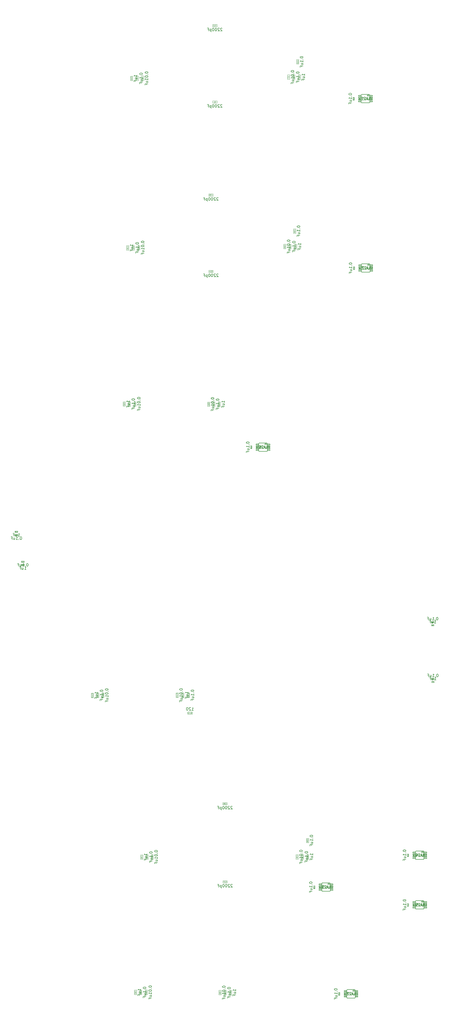
<source format=gbr>
%TF.GenerationSoftware,KiCad,Pcbnew,9.0.3*%
%TF.CreationDate,2025-09-16T14:08:46-04:00*%
%TF.ProjectId,11_CPU_PDU,31315f43-5055-45f5-9044-552e6b696361,rev?*%
%TF.SameCoordinates,Original*%
%TF.FileFunction,AssemblyDrawing,Bot*%
%FSLAX46Y46*%
G04 Gerber Fmt 4.6, Leading zero omitted, Abs format (unit mm)*
G04 Created by KiCad (PCBNEW 9.0.3) date 2025-09-16 14:08:46*
%MOMM*%
%LPD*%
G01*
G04 APERTURE LIST*
%ADD10C,0.150000*%
%ADD11C,0.060000*%
%ADD12C,0.040000*%
%ADD13C,0.100000*%
%ADD14C,0.127000*%
G04 APERTURE END LIST*
D10*
X286049820Y-165992142D02*
X286049820Y-166087380D01*
X286049820Y-166087380D02*
X286097439Y-166182618D01*
X286097439Y-166182618D02*
X286145058Y-166230237D01*
X286145058Y-166230237D02*
X286240296Y-166277856D01*
X286240296Y-166277856D02*
X286430772Y-166325475D01*
X286430772Y-166325475D02*
X286668867Y-166325475D01*
X286668867Y-166325475D02*
X286859343Y-166277856D01*
X286859343Y-166277856D02*
X286954581Y-166230237D01*
X286954581Y-166230237D02*
X287002201Y-166182618D01*
X287002201Y-166182618D02*
X287049820Y-166087380D01*
X287049820Y-166087380D02*
X287049820Y-165992142D01*
X287049820Y-165992142D02*
X287002201Y-165896904D01*
X287002201Y-165896904D02*
X286954581Y-165849285D01*
X286954581Y-165849285D02*
X286859343Y-165801666D01*
X286859343Y-165801666D02*
X286668867Y-165754047D01*
X286668867Y-165754047D02*
X286430772Y-165754047D01*
X286430772Y-165754047D02*
X286240296Y-165801666D01*
X286240296Y-165801666D02*
X286145058Y-165849285D01*
X286145058Y-165849285D02*
X286097439Y-165896904D01*
X286097439Y-165896904D02*
X286049820Y-165992142D01*
X286954581Y-166754047D02*
X287002201Y-166801666D01*
X287002201Y-166801666D02*
X287049820Y-166754047D01*
X287049820Y-166754047D02*
X287002201Y-166706428D01*
X287002201Y-166706428D02*
X286954581Y-166754047D01*
X286954581Y-166754047D02*
X287049820Y-166754047D01*
X287049820Y-167754046D02*
X287049820Y-167182618D01*
X287049820Y-167468332D02*
X286049820Y-167468332D01*
X286049820Y-167468332D02*
X286192677Y-167373094D01*
X286192677Y-167373094D02*
X286287915Y-167277856D01*
X286287915Y-167277856D02*
X286335534Y-167182618D01*
X286383153Y-168611189D02*
X287049820Y-168611189D01*
X286383153Y-168182618D02*
X286906962Y-168182618D01*
X286906962Y-168182618D02*
X287002201Y-168230237D01*
X287002201Y-168230237D02*
X287049820Y-168325475D01*
X287049820Y-168325475D02*
X287049820Y-168468332D01*
X287049820Y-168468332D02*
X287002201Y-168563570D01*
X287002201Y-168563570D02*
X286954581Y-168611189D01*
X286526010Y-169420713D02*
X286526010Y-169087380D01*
X287049820Y-169087380D02*
X286049820Y-169087380D01*
X286049820Y-169087380D02*
X286049820Y-169563570D01*
D11*
X285308833Y-167377856D02*
X285327881Y-167358808D01*
X285327881Y-167358808D02*
X285346928Y-167301666D01*
X285346928Y-167301666D02*
X285346928Y-167263570D01*
X285346928Y-167263570D02*
X285327881Y-167206427D01*
X285327881Y-167206427D02*
X285289785Y-167168332D01*
X285289785Y-167168332D02*
X285251690Y-167149285D01*
X285251690Y-167149285D02*
X285175500Y-167130237D01*
X285175500Y-167130237D02*
X285118357Y-167130237D01*
X285118357Y-167130237D02*
X285042166Y-167149285D01*
X285042166Y-167149285D02*
X285004071Y-167168332D01*
X285004071Y-167168332D02*
X284965976Y-167206427D01*
X284965976Y-167206427D02*
X284946928Y-167263570D01*
X284946928Y-167263570D02*
X284946928Y-167301666D01*
X284946928Y-167301666D02*
X284965976Y-167358808D01*
X284965976Y-167358808D02*
X284985023Y-167377856D01*
X284946928Y-167739761D02*
X284946928Y-167549285D01*
X284946928Y-167549285D02*
X285137404Y-167530237D01*
X285137404Y-167530237D02*
X285118357Y-167549285D01*
X285118357Y-167549285D02*
X285099309Y-167587380D01*
X285099309Y-167587380D02*
X285099309Y-167682618D01*
X285099309Y-167682618D02*
X285118357Y-167720713D01*
X285118357Y-167720713D02*
X285137404Y-167739761D01*
X285137404Y-167739761D02*
X285175500Y-167758808D01*
X285175500Y-167758808D02*
X285270738Y-167758808D01*
X285270738Y-167758808D02*
X285308833Y-167739761D01*
X285308833Y-167739761D02*
X285327881Y-167720713D01*
X285327881Y-167720713D02*
X285346928Y-167682618D01*
X285346928Y-167682618D02*
X285346928Y-167587380D01*
X285346928Y-167587380D02*
X285327881Y-167549285D01*
X285327881Y-167549285D02*
X285308833Y-167530237D01*
X284946928Y-168006427D02*
X284946928Y-168044522D01*
X284946928Y-168044522D02*
X284965976Y-168082618D01*
X284965976Y-168082618D02*
X284985023Y-168101665D01*
X284985023Y-168101665D02*
X285023119Y-168120713D01*
X285023119Y-168120713D02*
X285099309Y-168139760D01*
X285099309Y-168139760D02*
X285194547Y-168139760D01*
X285194547Y-168139760D02*
X285270738Y-168120713D01*
X285270738Y-168120713D02*
X285308833Y-168101665D01*
X285308833Y-168101665D02*
X285327881Y-168082618D01*
X285327881Y-168082618D02*
X285346928Y-168044522D01*
X285346928Y-168044522D02*
X285346928Y-168006427D01*
X285346928Y-168006427D02*
X285327881Y-167968332D01*
X285327881Y-167968332D02*
X285308833Y-167949284D01*
X285308833Y-167949284D02*
X285270738Y-167930237D01*
X285270738Y-167930237D02*
X285194547Y-167911189D01*
X285194547Y-167911189D02*
X285099309Y-167911189D01*
X285099309Y-167911189D02*
X285023119Y-167930237D01*
X285023119Y-167930237D02*
X284985023Y-167949284D01*
X284985023Y-167949284D02*
X284965976Y-167968332D01*
X284965976Y-167968332D02*
X284946928Y-168006427D01*
D10*
X336027024Y-376459819D02*
X336027024Y-375459819D01*
X335550834Y-376459819D02*
X335550834Y-375459819D01*
X335550834Y-375459819D02*
X334979406Y-376459819D01*
X334979406Y-376459819D02*
X334979406Y-375459819D01*
X334550834Y-376174104D02*
X334074644Y-376174104D01*
X334646072Y-376459819D02*
X334312739Y-375459819D01*
X334312739Y-375459819D02*
X333979406Y-376459819D01*
X333693691Y-375555057D02*
X333646072Y-375507438D01*
X333646072Y-375507438D02*
X333550834Y-375459819D01*
X333550834Y-375459819D02*
X333312739Y-375459819D01*
X333312739Y-375459819D02*
X333217501Y-375507438D01*
X333217501Y-375507438D02*
X333169882Y-375555057D01*
X333169882Y-375555057D02*
X333122263Y-375650295D01*
X333122263Y-375650295D02*
X333122263Y-375745533D01*
X333122263Y-375745533D02*
X333169882Y-375888390D01*
X333169882Y-375888390D02*
X333741310Y-376459819D01*
X333741310Y-376459819D02*
X333122263Y-376459819D01*
X332550834Y-375888390D02*
X332646072Y-375840771D01*
X332646072Y-375840771D02*
X332693691Y-375793152D01*
X332693691Y-375793152D02*
X332741310Y-375697914D01*
X332741310Y-375697914D02*
X332741310Y-375650295D01*
X332741310Y-375650295D02*
X332693691Y-375555057D01*
X332693691Y-375555057D02*
X332646072Y-375507438D01*
X332646072Y-375507438D02*
X332550834Y-375459819D01*
X332550834Y-375459819D02*
X332360358Y-375459819D01*
X332360358Y-375459819D02*
X332265120Y-375507438D01*
X332265120Y-375507438D02*
X332217501Y-375555057D01*
X332217501Y-375555057D02*
X332169882Y-375650295D01*
X332169882Y-375650295D02*
X332169882Y-375697914D01*
X332169882Y-375697914D02*
X332217501Y-375793152D01*
X332217501Y-375793152D02*
X332265120Y-375840771D01*
X332265120Y-375840771D02*
X332360358Y-375888390D01*
X332360358Y-375888390D02*
X332550834Y-375888390D01*
X332550834Y-375888390D02*
X332646072Y-375936009D01*
X332646072Y-375936009D02*
X332693691Y-375983628D01*
X332693691Y-375983628D02*
X332741310Y-376078866D01*
X332741310Y-376078866D02*
X332741310Y-376269342D01*
X332741310Y-376269342D02*
X332693691Y-376364580D01*
X332693691Y-376364580D02*
X332646072Y-376412200D01*
X332646072Y-376412200D02*
X332550834Y-376459819D01*
X332550834Y-376459819D02*
X332360358Y-376459819D01*
X332360358Y-376459819D02*
X332265120Y-376412200D01*
X332265120Y-376412200D02*
X332217501Y-376364580D01*
X332217501Y-376364580D02*
X332169882Y-376269342D01*
X332169882Y-376269342D02*
X332169882Y-376078866D01*
X332169882Y-376078866D02*
X332217501Y-375983628D01*
X332217501Y-375983628D02*
X332265120Y-375936009D01*
X332265120Y-375936009D02*
X332360358Y-375888390D01*
X331836548Y-376459819D02*
X331312739Y-375793152D01*
X331836548Y-375793152D02*
X331312739Y-376459819D01*
X334955595Y-375459819D02*
X334955595Y-376269342D01*
X334955595Y-376269342D02*
X334907976Y-376364580D01*
X334907976Y-376364580D02*
X334860357Y-376412200D01*
X334860357Y-376412200D02*
X334765119Y-376459819D01*
X334765119Y-376459819D02*
X334574643Y-376459819D01*
X334574643Y-376459819D02*
X334479405Y-376412200D01*
X334479405Y-376412200D02*
X334431786Y-376364580D01*
X334431786Y-376364580D02*
X334384167Y-376269342D01*
X334384167Y-376269342D02*
X334384167Y-375459819D01*
X333384167Y-376459819D02*
X333955595Y-376459819D01*
X333669881Y-376459819D02*
X333669881Y-375459819D01*
X333669881Y-375459819D02*
X333765119Y-375602676D01*
X333765119Y-375602676D02*
X333860357Y-375697914D01*
X333860357Y-375697914D02*
X333955595Y-375745533D01*
X333050833Y-375459819D02*
X332384167Y-375459819D01*
X332384167Y-375459819D02*
X332812738Y-376459819D01*
X327822320Y-374372143D02*
X327822320Y-374467381D01*
X327822320Y-374467381D02*
X327869939Y-374562619D01*
X327869939Y-374562619D02*
X327917558Y-374610238D01*
X327917558Y-374610238D02*
X328012796Y-374657857D01*
X328012796Y-374657857D02*
X328203272Y-374705476D01*
X328203272Y-374705476D02*
X328441367Y-374705476D01*
X328441367Y-374705476D02*
X328631843Y-374657857D01*
X328631843Y-374657857D02*
X328727081Y-374610238D01*
X328727081Y-374610238D02*
X328774701Y-374562619D01*
X328774701Y-374562619D02*
X328822320Y-374467381D01*
X328822320Y-374467381D02*
X328822320Y-374372143D01*
X328822320Y-374372143D02*
X328774701Y-374276905D01*
X328774701Y-374276905D02*
X328727081Y-374229286D01*
X328727081Y-374229286D02*
X328631843Y-374181667D01*
X328631843Y-374181667D02*
X328441367Y-374134048D01*
X328441367Y-374134048D02*
X328203272Y-374134048D01*
X328203272Y-374134048D02*
X328012796Y-374181667D01*
X328012796Y-374181667D02*
X327917558Y-374229286D01*
X327917558Y-374229286D02*
X327869939Y-374276905D01*
X327869939Y-374276905D02*
X327822320Y-374372143D01*
X328727081Y-375134048D02*
X328774701Y-375181667D01*
X328774701Y-375181667D02*
X328822320Y-375134048D01*
X328822320Y-375134048D02*
X328774701Y-375086429D01*
X328774701Y-375086429D02*
X328727081Y-375134048D01*
X328727081Y-375134048D02*
X328822320Y-375134048D01*
X328822320Y-376134047D02*
X328822320Y-375562619D01*
X328822320Y-375848333D02*
X327822320Y-375848333D01*
X327822320Y-375848333D02*
X327965177Y-375753095D01*
X327965177Y-375753095D02*
X328060415Y-375657857D01*
X328060415Y-375657857D02*
X328108034Y-375562619D01*
X328155653Y-376991190D02*
X328822320Y-376991190D01*
X328155653Y-376562619D02*
X328679462Y-376562619D01*
X328679462Y-376562619D02*
X328774701Y-376610238D01*
X328774701Y-376610238D02*
X328822320Y-376705476D01*
X328822320Y-376705476D02*
X328822320Y-376848333D01*
X328822320Y-376848333D02*
X328774701Y-376943571D01*
X328774701Y-376943571D02*
X328727081Y-376991190D01*
X328298510Y-377800714D02*
X328298510Y-377467381D01*
X328822320Y-377467381D02*
X327822320Y-377467381D01*
X327822320Y-377467381D02*
X327822320Y-377943571D01*
D12*
X329617266Y-375735238D02*
X329629171Y-375723334D01*
X329629171Y-375723334D02*
X329641075Y-375687619D01*
X329641075Y-375687619D02*
X329641075Y-375663810D01*
X329641075Y-375663810D02*
X329629171Y-375628096D01*
X329629171Y-375628096D02*
X329605361Y-375604286D01*
X329605361Y-375604286D02*
X329581551Y-375592381D01*
X329581551Y-375592381D02*
X329533932Y-375580477D01*
X329533932Y-375580477D02*
X329498218Y-375580477D01*
X329498218Y-375580477D02*
X329450599Y-375592381D01*
X329450599Y-375592381D02*
X329426790Y-375604286D01*
X329426790Y-375604286D02*
X329402980Y-375628096D01*
X329402980Y-375628096D02*
X329391075Y-375663810D01*
X329391075Y-375663810D02*
X329391075Y-375687619D01*
X329391075Y-375687619D02*
X329402980Y-375723334D01*
X329402980Y-375723334D02*
X329414885Y-375735238D01*
X329641075Y-375973334D02*
X329641075Y-375830477D01*
X329641075Y-375901905D02*
X329391075Y-375901905D01*
X329391075Y-375901905D02*
X329426790Y-375878096D01*
X329426790Y-375878096D02*
X329450599Y-375854286D01*
X329450599Y-375854286D02*
X329462504Y-375830477D01*
X329414885Y-376068572D02*
X329402980Y-376080476D01*
X329402980Y-376080476D02*
X329391075Y-376104286D01*
X329391075Y-376104286D02*
X329391075Y-376163810D01*
X329391075Y-376163810D02*
X329402980Y-376187619D01*
X329402980Y-376187619D02*
X329414885Y-376199524D01*
X329414885Y-376199524D02*
X329438694Y-376211429D01*
X329438694Y-376211429D02*
X329462504Y-376211429D01*
X329462504Y-376211429D02*
X329498218Y-376199524D01*
X329498218Y-376199524D02*
X329641075Y-376056667D01*
X329641075Y-376056667D02*
X329641075Y-376211429D01*
X329641075Y-376330476D02*
X329641075Y-376378095D01*
X329641075Y-376378095D02*
X329629171Y-376401905D01*
X329629171Y-376401905D02*
X329617266Y-376413809D01*
X329617266Y-376413809D02*
X329581551Y-376437619D01*
X329581551Y-376437619D02*
X329533932Y-376449524D01*
X329533932Y-376449524D02*
X329438694Y-376449524D01*
X329438694Y-376449524D02*
X329414885Y-376437619D01*
X329414885Y-376437619D02*
X329402980Y-376425714D01*
X329402980Y-376425714D02*
X329391075Y-376401905D01*
X329391075Y-376401905D02*
X329391075Y-376354286D01*
X329391075Y-376354286D02*
X329402980Y-376330476D01*
X329402980Y-376330476D02*
X329414885Y-376318571D01*
X329414885Y-376318571D02*
X329438694Y-376306667D01*
X329438694Y-376306667D02*
X329498218Y-376306667D01*
X329498218Y-376306667D02*
X329522028Y-376318571D01*
X329522028Y-376318571D02*
X329533932Y-376330476D01*
X329533932Y-376330476D02*
X329545837Y-376354286D01*
X329545837Y-376354286D02*
X329545837Y-376401905D01*
X329545837Y-376401905D02*
X329533932Y-376425714D01*
X329533932Y-376425714D02*
X329522028Y-376437619D01*
X329522028Y-376437619D02*
X329498218Y-376449524D01*
D10*
X277401667Y-275824818D02*
X277973095Y-275824818D01*
X277687381Y-275824818D02*
X277687381Y-274824818D01*
X277687381Y-274824818D02*
X277782619Y-274967675D01*
X277782619Y-274967675D02*
X277877857Y-275062913D01*
X277877857Y-275062913D02*
X277973095Y-275110532D01*
X277020714Y-274920056D02*
X276973095Y-274872437D01*
X276973095Y-274872437D02*
X276877857Y-274824818D01*
X276877857Y-274824818D02*
X276639762Y-274824818D01*
X276639762Y-274824818D02*
X276544524Y-274872437D01*
X276544524Y-274872437D02*
X276496905Y-274920056D01*
X276496905Y-274920056D02*
X276449286Y-275015294D01*
X276449286Y-275015294D02*
X276449286Y-275110532D01*
X276449286Y-275110532D02*
X276496905Y-275253389D01*
X276496905Y-275253389D02*
X277068333Y-275824818D01*
X277068333Y-275824818D02*
X276449286Y-275824818D01*
X275830238Y-274824818D02*
X275735000Y-274824818D01*
X275735000Y-274824818D02*
X275639762Y-274872437D01*
X275639762Y-274872437D02*
X275592143Y-274920056D01*
X275592143Y-274920056D02*
X275544524Y-275015294D01*
X275544524Y-275015294D02*
X275496905Y-275205770D01*
X275496905Y-275205770D02*
X275496905Y-275443865D01*
X275496905Y-275443865D02*
X275544524Y-275634341D01*
X275544524Y-275634341D02*
X275592143Y-275729579D01*
X275592143Y-275729579D02*
X275639762Y-275777199D01*
X275639762Y-275777199D02*
X275735000Y-275824818D01*
X275735000Y-275824818D02*
X275830238Y-275824818D01*
X275830238Y-275824818D02*
X275925476Y-275777199D01*
X275925476Y-275777199D02*
X275973095Y-275729579D01*
X275973095Y-275729579D02*
X276020714Y-275634341D01*
X276020714Y-275634341D02*
X276068333Y-275443865D01*
X276068333Y-275443865D02*
X276068333Y-275205770D01*
X276068333Y-275205770D02*
X276020714Y-275015294D01*
X276020714Y-275015294D02*
X275973095Y-274920056D01*
X275973095Y-274920056D02*
X275925476Y-274872437D01*
X275925476Y-274872437D02*
X275830238Y-274824818D01*
D11*
X277182619Y-276981926D02*
X277315952Y-276791450D01*
X277411190Y-276981926D02*
X277411190Y-276581926D01*
X277411190Y-276581926D02*
X277258809Y-276581926D01*
X277258809Y-276581926D02*
X277220714Y-276600974D01*
X277220714Y-276600974D02*
X277201667Y-276620021D01*
X277201667Y-276620021D02*
X277182619Y-276658117D01*
X277182619Y-276658117D02*
X277182619Y-276715259D01*
X277182619Y-276715259D02*
X277201667Y-276753355D01*
X277201667Y-276753355D02*
X277220714Y-276772402D01*
X277220714Y-276772402D02*
X277258809Y-276791450D01*
X277258809Y-276791450D02*
X277411190Y-276791450D01*
X276801667Y-276981926D02*
X277030238Y-276981926D01*
X276915952Y-276981926D02*
X276915952Y-276581926D01*
X276915952Y-276581926D02*
X276954048Y-276639069D01*
X276954048Y-276639069D02*
X276992143Y-276677164D01*
X276992143Y-276677164D02*
X277030238Y-276696212D01*
X276420715Y-276981926D02*
X276649286Y-276981926D01*
X276535000Y-276981926D02*
X276535000Y-276581926D01*
X276535000Y-276581926D02*
X276573096Y-276639069D01*
X276573096Y-276639069D02*
X276611191Y-276677164D01*
X276611191Y-276677164D02*
X276649286Y-276696212D01*
X276268334Y-276620021D02*
X276249286Y-276600974D01*
X276249286Y-276600974D02*
X276211191Y-276581926D01*
X276211191Y-276581926D02*
X276115953Y-276581926D01*
X276115953Y-276581926D02*
X276077858Y-276600974D01*
X276077858Y-276600974D02*
X276058810Y-276620021D01*
X276058810Y-276620021D02*
X276039763Y-276658117D01*
X276039763Y-276658117D02*
X276039763Y-276696212D01*
X276039763Y-276696212D02*
X276058810Y-276753355D01*
X276058810Y-276753355D02*
X276287382Y-276981926D01*
X276287382Y-276981926D02*
X276039763Y-276981926D01*
D10*
X258939820Y-50852143D02*
X258939820Y-50947381D01*
X258939820Y-50947381D02*
X258987439Y-51042619D01*
X258987439Y-51042619D02*
X259035058Y-51090238D01*
X259035058Y-51090238D02*
X259130296Y-51137857D01*
X259130296Y-51137857D02*
X259320772Y-51185476D01*
X259320772Y-51185476D02*
X259558867Y-51185476D01*
X259558867Y-51185476D02*
X259749343Y-51137857D01*
X259749343Y-51137857D02*
X259844581Y-51090238D01*
X259844581Y-51090238D02*
X259892201Y-51042619D01*
X259892201Y-51042619D02*
X259939820Y-50947381D01*
X259939820Y-50947381D02*
X259939820Y-50852143D01*
X259939820Y-50852143D02*
X259892201Y-50756905D01*
X259892201Y-50756905D02*
X259844581Y-50709286D01*
X259844581Y-50709286D02*
X259749343Y-50661667D01*
X259749343Y-50661667D02*
X259558867Y-50614048D01*
X259558867Y-50614048D02*
X259320772Y-50614048D01*
X259320772Y-50614048D02*
X259130296Y-50661667D01*
X259130296Y-50661667D02*
X259035058Y-50709286D01*
X259035058Y-50709286D02*
X258987439Y-50756905D01*
X258987439Y-50756905D02*
X258939820Y-50852143D01*
X259844581Y-51614048D02*
X259892201Y-51661667D01*
X259892201Y-51661667D02*
X259939820Y-51614048D01*
X259939820Y-51614048D02*
X259892201Y-51566429D01*
X259892201Y-51566429D02*
X259844581Y-51614048D01*
X259844581Y-51614048D02*
X259939820Y-51614048D01*
X259939820Y-52614047D02*
X259939820Y-52042619D01*
X259939820Y-52328333D02*
X258939820Y-52328333D01*
X258939820Y-52328333D02*
X259082677Y-52233095D01*
X259082677Y-52233095D02*
X259177915Y-52137857D01*
X259177915Y-52137857D02*
X259225534Y-52042619D01*
X259273153Y-53471190D02*
X259939820Y-53471190D01*
X259273153Y-53042619D02*
X259796962Y-53042619D01*
X259796962Y-53042619D02*
X259892201Y-53090238D01*
X259892201Y-53090238D02*
X259939820Y-53185476D01*
X259939820Y-53185476D02*
X259939820Y-53328333D01*
X259939820Y-53328333D02*
X259892201Y-53423571D01*
X259892201Y-53423571D02*
X259844581Y-53471190D01*
X259416010Y-54280714D02*
X259416010Y-53947381D01*
X259939820Y-53947381D02*
X258939820Y-53947381D01*
X258939820Y-53947381D02*
X258939820Y-54423571D01*
D11*
X258198833Y-52428333D02*
X258217881Y-52409285D01*
X258217881Y-52409285D02*
X258236928Y-52352143D01*
X258236928Y-52352143D02*
X258236928Y-52314047D01*
X258236928Y-52314047D02*
X258217881Y-52256904D01*
X258217881Y-52256904D02*
X258179785Y-52218809D01*
X258179785Y-52218809D02*
X258141690Y-52199762D01*
X258141690Y-52199762D02*
X258065500Y-52180714D01*
X258065500Y-52180714D02*
X258008357Y-52180714D01*
X258008357Y-52180714D02*
X257932166Y-52199762D01*
X257932166Y-52199762D02*
X257894071Y-52218809D01*
X257894071Y-52218809D02*
X257855976Y-52256904D01*
X257855976Y-52256904D02*
X257836928Y-52314047D01*
X257836928Y-52314047D02*
X257836928Y-52352143D01*
X257836928Y-52352143D02*
X257855976Y-52409285D01*
X257855976Y-52409285D02*
X257875023Y-52428333D01*
X258236928Y-52618809D02*
X258236928Y-52695000D01*
X258236928Y-52695000D02*
X258217881Y-52733095D01*
X258217881Y-52733095D02*
X258198833Y-52752143D01*
X258198833Y-52752143D02*
X258141690Y-52790238D01*
X258141690Y-52790238D02*
X258065500Y-52809285D01*
X258065500Y-52809285D02*
X257913119Y-52809285D01*
X257913119Y-52809285D02*
X257875023Y-52790238D01*
X257875023Y-52790238D02*
X257855976Y-52771190D01*
X257855976Y-52771190D02*
X257836928Y-52733095D01*
X257836928Y-52733095D02*
X257836928Y-52656904D01*
X257836928Y-52656904D02*
X257855976Y-52618809D01*
X257855976Y-52618809D02*
X257875023Y-52599762D01*
X257875023Y-52599762D02*
X257913119Y-52580714D01*
X257913119Y-52580714D02*
X258008357Y-52580714D01*
X258008357Y-52580714D02*
X258046452Y-52599762D01*
X258046452Y-52599762D02*
X258065500Y-52618809D01*
X258065500Y-52618809D02*
X258084547Y-52656904D01*
X258084547Y-52656904D02*
X258084547Y-52733095D01*
X258084547Y-52733095D02*
X258065500Y-52771190D01*
X258065500Y-52771190D02*
X258046452Y-52790238D01*
X258046452Y-52790238D02*
X258008357Y-52809285D01*
D10*
X311139820Y-109805952D02*
X311139820Y-109901190D01*
X311139820Y-109901190D02*
X311187439Y-109996428D01*
X311187439Y-109996428D02*
X311235058Y-110044047D01*
X311235058Y-110044047D02*
X311330296Y-110091666D01*
X311330296Y-110091666D02*
X311520772Y-110139285D01*
X311520772Y-110139285D02*
X311758867Y-110139285D01*
X311758867Y-110139285D02*
X311949343Y-110091666D01*
X311949343Y-110091666D02*
X312044581Y-110044047D01*
X312044581Y-110044047D02*
X312092201Y-109996428D01*
X312092201Y-109996428D02*
X312139820Y-109901190D01*
X312139820Y-109901190D02*
X312139820Y-109805952D01*
X312139820Y-109805952D02*
X312092201Y-109710714D01*
X312092201Y-109710714D02*
X312044581Y-109663095D01*
X312044581Y-109663095D02*
X311949343Y-109615476D01*
X311949343Y-109615476D02*
X311758867Y-109567857D01*
X311758867Y-109567857D02*
X311520772Y-109567857D01*
X311520772Y-109567857D02*
X311330296Y-109615476D01*
X311330296Y-109615476D02*
X311235058Y-109663095D01*
X311235058Y-109663095D02*
X311187439Y-109710714D01*
X311187439Y-109710714D02*
X311139820Y-109805952D01*
X312044581Y-110567857D02*
X312092201Y-110615476D01*
X312092201Y-110615476D02*
X312139820Y-110567857D01*
X312139820Y-110567857D02*
X312092201Y-110520238D01*
X312092201Y-110520238D02*
X312044581Y-110567857D01*
X312044581Y-110567857D02*
X312139820Y-110567857D01*
X311139820Y-111234523D02*
X311139820Y-111329761D01*
X311139820Y-111329761D02*
X311187439Y-111424999D01*
X311187439Y-111424999D02*
X311235058Y-111472618D01*
X311235058Y-111472618D02*
X311330296Y-111520237D01*
X311330296Y-111520237D02*
X311520772Y-111567856D01*
X311520772Y-111567856D02*
X311758867Y-111567856D01*
X311758867Y-111567856D02*
X311949343Y-111520237D01*
X311949343Y-111520237D02*
X312044581Y-111472618D01*
X312044581Y-111472618D02*
X312092201Y-111424999D01*
X312092201Y-111424999D02*
X312139820Y-111329761D01*
X312139820Y-111329761D02*
X312139820Y-111234523D01*
X312139820Y-111234523D02*
X312092201Y-111139285D01*
X312092201Y-111139285D02*
X312044581Y-111091666D01*
X312044581Y-111091666D02*
X311949343Y-111044047D01*
X311949343Y-111044047D02*
X311758867Y-110996428D01*
X311758867Y-110996428D02*
X311520772Y-110996428D01*
X311520772Y-110996428D02*
X311330296Y-111044047D01*
X311330296Y-111044047D02*
X311235058Y-111091666D01*
X311235058Y-111091666D02*
X311187439Y-111139285D01*
X311187439Y-111139285D02*
X311139820Y-111234523D01*
X312139820Y-112520237D02*
X312139820Y-111948809D01*
X312139820Y-112234523D02*
X311139820Y-112234523D01*
X311139820Y-112234523D02*
X311282677Y-112139285D01*
X311282677Y-112139285D02*
X311377915Y-112044047D01*
X311377915Y-112044047D02*
X311425534Y-111948809D01*
X311473153Y-113377380D02*
X312139820Y-113377380D01*
X311473153Y-112948809D02*
X311996962Y-112948809D01*
X311996962Y-112948809D02*
X312092201Y-112996428D01*
X312092201Y-112996428D02*
X312139820Y-113091666D01*
X312139820Y-113091666D02*
X312139820Y-113234523D01*
X312139820Y-113234523D02*
X312092201Y-113329761D01*
X312092201Y-113329761D02*
X312044581Y-113377380D01*
X311616010Y-114186904D02*
X311616010Y-113853571D01*
X312139820Y-113853571D02*
X311139820Y-113853571D01*
X311139820Y-113853571D02*
X311139820Y-114329761D01*
D11*
X310398833Y-111667857D02*
X310417881Y-111648809D01*
X310417881Y-111648809D02*
X310436928Y-111591667D01*
X310436928Y-111591667D02*
X310436928Y-111553571D01*
X310436928Y-111553571D02*
X310417881Y-111496428D01*
X310417881Y-111496428D02*
X310379785Y-111458333D01*
X310379785Y-111458333D02*
X310341690Y-111439286D01*
X310341690Y-111439286D02*
X310265500Y-111420238D01*
X310265500Y-111420238D02*
X310208357Y-111420238D01*
X310208357Y-111420238D02*
X310132166Y-111439286D01*
X310132166Y-111439286D02*
X310094071Y-111458333D01*
X310094071Y-111458333D02*
X310055976Y-111496428D01*
X310055976Y-111496428D02*
X310036928Y-111553571D01*
X310036928Y-111553571D02*
X310036928Y-111591667D01*
X310036928Y-111591667D02*
X310055976Y-111648809D01*
X310055976Y-111648809D02*
X310075023Y-111667857D01*
X310075023Y-111820238D02*
X310055976Y-111839286D01*
X310055976Y-111839286D02*
X310036928Y-111877381D01*
X310036928Y-111877381D02*
X310036928Y-111972619D01*
X310036928Y-111972619D02*
X310055976Y-112010714D01*
X310055976Y-112010714D02*
X310075023Y-112029762D01*
X310075023Y-112029762D02*
X310113119Y-112048809D01*
X310113119Y-112048809D02*
X310151214Y-112048809D01*
X310151214Y-112048809D02*
X310208357Y-112029762D01*
X310208357Y-112029762D02*
X310436928Y-111801190D01*
X310436928Y-111801190D02*
X310436928Y-112048809D01*
X310036928Y-112296428D02*
X310036928Y-112334523D01*
X310036928Y-112334523D02*
X310055976Y-112372619D01*
X310055976Y-112372619D02*
X310075023Y-112391666D01*
X310075023Y-112391666D02*
X310113119Y-112410714D01*
X310113119Y-112410714D02*
X310189309Y-112429761D01*
X310189309Y-112429761D02*
X310284547Y-112429761D01*
X310284547Y-112429761D02*
X310360738Y-112410714D01*
X310360738Y-112410714D02*
X310398833Y-112391666D01*
X310398833Y-112391666D02*
X310417881Y-112372619D01*
X310417881Y-112372619D02*
X310436928Y-112334523D01*
X310436928Y-112334523D02*
X310436928Y-112296428D01*
X310436928Y-112296428D02*
X310417881Y-112258333D01*
X310417881Y-112258333D02*
X310398833Y-112239285D01*
X310398833Y-112239285D02*
X310360738Y-112220238D01*
X310360738Y-112220238D02*
X310284547Y-112201190D01*
X310284547Y-112201190D02*
X310189309Y-112201190D01*
X310189309Y-112201190D02*
X310113119Y-112220238D01*
X310113119Y-112220238D02*
X310075023Y-112239285D01*
X310075023Y-112239285D02*
X310055976Y-112258333D01*
X310055976Y-112258333D02*
X310036928Y-112296428D01*
D10*
X352139820Y-325392143D02*
X352139820Y-325487381D01*
X352139820Y-325487381D02*
X352187439Y-325582619D01*
X352187439Y-325582619D02*
X352235058Y-325630238D01*
X352235058Y-325630238D02*
X352330296Y-325677857D01*
X352330296Y-325677857D02*
X352520772Y-325725476D01*
X352520772Y-325725476D02*
X352758867Y-325725476D01*
X352758867Y-325725476D02*
X352949343Y-325677857D01*
X352949343Y-325677857D02*
X353044581Y-325630238D01*
X353044581Y-325630238D02*
X353092201Y-325582619D01*
X353092201Y-325582619D02*
X353139820Y-325487381D01*
X353139820Y-325487381D02*
X353139820Y-325392143D01*
X353139820Y-325392143D02*
X353092201Y-325296905D01*
X353092201Y-325296905D02*
X353044581Y-325249286D01*
X353044581Y-325249286D02*
X352949343Y-325201667D01*
X352949343Y-325201667D02*
X352758867Y-325154048D01*
X352758867Y-325154048D02*
X352520772Y-325154048D01*
X352520772Y-325154048D02*
X352330296Y-325201667D01*
X352330296Y-325201667D02*
X352235058Y-325249286D01*
X352235058Y-325249286D02*
X352187439Y-325296905D01*
X352187439Y-325296905D02*
X352139820Y-325392143D01*
X353044581Y-326154048D02*
X353092201Y-326201667D01*
X353092201Y-326201667D02*
X353139820Y-326154048D01*
X353139820Y-326154048D02*
X353092201Y-326106429D01*
X353092201Y-326106429D02*
X353044581Y-326154048D01*
X353044581Y-326154048D02*
X353139820Y-326154048D01*
X353139820Y-327154047D02*
X353139820Y-326582619D01*
X353139820Y-326868333D02*
X352139820Y-326868333D01*
X352139820Y-326868333D02*
X352282677Y-326773095D01*
X352282677Y-326773095D02*
X352377915Y-326677857D01*
X352377915Y-326677857D02*
X352425534Y-326582619D01*
X352473153Y-328011190D02*
X353139820Y-328011190D01*
X352473153Y-327582619D02*
X352996962Y-327582619D01*
X352996962Y-327582619D02*
X353092201Y-327630238D01*
X353092201Y-327630238D02*
X353139820Y-327725476D01*
X353139820Y-327725476D02*
X353139820Y-327868333D01*
X353139820Y-327868333D02*
X353092201Y-327963571D01*
X353092201Y-327963571D02*
X353044581Y-328011190D01*
X352616010Y-328820714D02*
X352616010Y-328487381D01*
X353139820Y-328487381D02*
X352139820Y-328487381D01*
X352139820Y-328487381D02*
X352139820Y-328963571D01*
D12*
X353934766Y-326755238D02*
X353946671Y-326743334D01*
X353946671Y-326743334D02*
X353958575Y-326707619D01*
X353958575Y-326707619D02*
X353958575Y-326683810D01*
X353958575Y-326683810D02*
X353946671Y-326648096D01*
X353946671Y-326648096D02*
X353922861Y-326624286D01*
X353922861Y-326624286D02*
X353899051Y-326612381D01*
X353899051Y-326612381D02*
X353851432Y-326600477D01*
X353851432Y-326600477D02*
X353815718Y-326600477D01*
X353815718Y-326600477D02*
X353768099Y-326612381D01*
X353768099Y-326612381D02*
X353744290Y-326624286D01*
X353744290Y-326624286D02*
X353720480Y-326648096D01*
X353720480Y-326648096D02*
X353708575Y-326683810D01*
X353708575Y-326683810D02*
X353708575Y-326707619D01*
X353708575Y-326707619D02*
X353720480Y-326743334D01*
X353720480Y-326743334D02*
X353732385Y-326755238D01*
X353958575Y-326993334D02*
X353958575Y-326850477D01*
X353958575Y-326921905D02*
X353708575Y-326921905D01*
X353708575Y-326921905D02*
X353744290Y-326898096D01*
X353744290Y-326898096D02*
X353768099Y-326874286D01*
X353768099Y-326874286D02*
X353780004Y-326850477D01*
X353732385Y-327088572D02*
X353720480Y-327100476D01*
X353720480Y-327100476D02*
X353708575Y-327124286D01*
X353708575Y-327124286D02*
X353708575Y-327183810D01*
X353708575Y-327183810D02*
X353720480Y-327207619D01*
X353720480Y-327207619D02*
X353732385Y-327219524D01*
X353732385Y-327219524D02*
X353756194Y-327231429D01*
X353756194Y-327231429D02*
X353780004Y-327231429D01*
X353780004Y-327231429D02*
X353815718Y-327219524D01*
X353815718Y-327219524D02*
X353958575Y-327076667D01*
X353958575Y-327076667D02*
X353958575Y-327231429D01*
X353708575Y-327445714D02*
X353708575Y-327398095D01*
X353708575Y-327398095D02*
X353720480Y-327374286D01*
X353720480Y-327374286D02*
X353732385Y-327362381D01*
X353732385Y-327362381D02*
X353768099Y-327338571D01*
X353768099Y-327338571D02*
X353815718Y-327326667D01*
X353815718Y-327326667D02*
X353910956Y-327326667D01*
X353910956Y-327326667D02*
X353934766Y-327338571D01*
X353934766Y-327338571D02*
X353946671Y-327350476D01*
X353946671Y-327350476D02*
X353958575Y-327374286D01*
X353958575Y-327374286D02*
X353958575Y-327421905D01*
X353958575Y-327421905D02*
X353946671Y-327445714D01*
X353946671Y-327445714D02*
X353934766Y-327457619D01*
X353934766Y-327457619D02*
X353910956Y-327469524D01*
X353910956Y-327469524D02*
X353851432Y-327469524D01*
X353851432Y-327469524D02*
X353827623Y-327457619D01*
X353827623Y-327457619D02*
X353815718Y-327445714D01*
X353815718Y-327445714D02*
X353803813Y-327421905D01*
X353803813Y-327421905D02*
X353803813Y-327374286D01*
X353803813Y-327374286D02*
X353815718Y-327350476D01*
X353815718Y-327350476D02*
X353827623Y-327338571D01*
X353827623Y-327338571D02*
X353851432Y-327326667D01*
D10*
X363191088Y-245024818D02*
X363762516Y-245024818D01*
X363476802Y-245024818D02*
X363476802Y-244024818D01*
X363476802Y-244024818D02*
X363572040Y-244167675D01*
X363572040Y-244167675D02*
X363667278Y-244262913D01*
X363667278Y-244262913D02*
X363762516Y-244310532D01*
X362333945Y-244358151D02*
X362333945Y-245024818D01*
X362762516Y-244358151D02*
X362762516Y-244881960D01*
X362762516Y-244881960D02*
X362714897Y-244977199D01*
X362714897Y-244977199D02*
X362619659Y-245024818D01*
X362619659Y-245024818D02*
X362476802Y-245024818D01*
X362476802Y-245024818D02*
X362381564Y-244977199D01*
X362381564Y-244977199D02*
X362333945Y-244929579D01*
X361524421Y-244501008D02*
X361857754Y-244501008D01*
X361857754Y-245024818D02*
X361857754Y-244024818D01*
X361857754Y-244024818D02*
X361381564Y-244024818D01*
D12*
X362756564Y-245819764D02*
X362768468Y-245831669D01*
X362768468Y-245831669D02*
X362804183Y-245843573D01*
X362804183Y-245843573D02*
X362827992Y-245843573D01*
X362827992Y-245843573D02*
X362863706Y-245831669D01*
X362863706Y-245831669D02*
X362887516Y-245807859D01*
X362887516Y-245807859D02*
X362899421Y-245784049D01*
X362899421Y-245784049D02*
X362911325Y-245736430D01*
X362911325Y-245736430D02*
X362911325Y-245700716D01*
X362911325Y-245700716D02*
X362899421Y-245653097D01*
X362899421Y-245653097D02*
X362887516Y-245629288D01*
X362887516Y-245629288D02*
X362863706Y-245605478D01*
X362863706Y-245605478D02*
X362827992Y-245593573D01*
X362827992Y-245593573D02*
X362804183Y-245593573D01*
X362804183Y-245593573D02*
X362768468Y-245605478D01*
X362768468Y-245605478D02*
X362756564Y-245617383D01*
X362613706Y-245700716D02*
X362637516Y-245688811D01*
X362637516Y-245688811D02*
X362649421Y-245676907D01*
X362649421Y-245676907D02*
X362661325Y-245653097D01*
X362661325Y-245653097D02*
X362661325Y-245641192D01*
X362661325Y-245641192D02*
X362649421Y-245617383D01*
X362649421Y-245617383D02*
X362637516Y-245605478D01*
X362637516Y-245605478D02*
X362613706Y-245593573D01*
X362613706Y-245593573D02*
X362566087Y-245593573D01*
X362566087Y-245593573D02*
X362542278Y-245605478D01*
X362542278Y-245605478D02*
X362530373Y-245617383D01*
X362530373Y-245617383D02*
X362518468Y-245641192D01*
X362518468Y-245641192D02*
X362518468Y-245653097D01*
X362518468Y-245653097D02*
X362530373Y-245676907D01*
X362530373Y-245676907D02*
X362542278Y-245688811D01*
X362542278Y-245688811D02*
X362566087Y-245700716D01*
X362566087Y-245700716D02*
X362613706Y-245700716D01*
X362613706Y-245700716D02*
X362637516Y-245712621D01*
X362637516Y-245712621D02*
X362649421Y-245724526D01*
X362649421Y-245724526D02*
X362661325Y-245748335D01*
X362661325Y-245748335D02*
X362661325Y-245795954D01*
X362661325Y-245795954D02*
X362649421Y-245819764D01*
X362649421Y-245819764D02*
X362637516Y-245831669D01*
X362637516Y-245831669D02*
X362613706Y-245843573D01*
X362613706Y-245843573D02*
X362566087Y-245843573D01*
X362566087Y-245843573D02*
X362542278Y-245831669D01*
X362542278Y-245831669D02*
X362530373Y-245819764D01*
X362530373Y-245819764D02*
X362518468Y-245795954D01*
X362518468Y-245795954D02*
X362518468Y-245748335D01*
X362518468Y-245748335D02*
X362530373Y-245724526D01*
X362530373Y-245724526D02*
X362542278Y-245712621D01*
X362542278Y-245712621D02*
X362566087Y-245700716D01*
X362304183Y-245676907D02*
X362304183Y-245843573D01*
X362363707Y-245581669D02*
X362423230Y-245760240D01*
X362423230Y-245760240D02*
X362268469Y-245760240D01*
D10*
X216986056Y-214489819D02*
X216890818Y-214489819D01*
X216890818Y-214489819D02*
X216795580Y-214537438D01*
X216795580Y-214537438D02*
X216747961Y-214585057D01*
X216747961Y-214585057D02*
X216700342Y-214680295D01*
X216700342Y-214680295D02*
X216652723Y-214870771D01*
X216652723Y-214870771D02*
X216652723Y-215108866D01*
X216652723Y-215108866D02*
X216700342Y-215299342D01*
X216700342Y-215299342D02*
X216747961Y-215394580D01*
X216747961Y-215394580D02*
X216795580Y-215442200D01*
X216795580Y-215442200D02*
X216890818Y-215489819D01*
X216890818Y-215489819D02*
X216986056Y-215489819D01*
X216986056Y-215489819D02*
X217081294Y-215442200D01*
X217081294Y-215442200D02*
X217128913Y-215394580D01*
X217128913Y-215394580D02*
X217176532Y-215299342D01*
X217176532Y-215299342D02*
X217224151Y-215108866D01*
X217224151Y-215108866D02*
X217224151Y-214870771D01*
X217224151Y-214870771D02*
X217176532Y-214680295D01*
X217176532Y-214680295D02*
X217128913Y-214585057D01*
X217128913Y-214585057D02*
X217081294Y-214537438D01*
X217081294Y-214537438D02*
X216986056Y-214489819D01*
X216224151Y-215394580D02*
X216176532Y-215442200D01*
X216176532Y-215442200D02*
X216224151Y-215489819D01*
X216224151Y-215489819D02*
X216271770Y-215442200D01*
X216271770Y-215442200D02*
X216224151Y-215394580D01*
X216224151Y-215394580D02*
X216224151Y-215489819D01*
X215224152Y-215489819D02*
X215795580Y-215489819D01*
X215509866Y-215489819D02*
X215509866Y-214489819D01*
X215509866Y-214489819D02*
X215605104Y-214632676D01*
X215605104Y-214632676D02*
X215700342Y-214727914D01*
X215700342Y-214727914D02*
X215795580Y-214775533D01*
X214367009Y-214823152D02*
X214367009Y-215489819D01*
X214795580Y-214823152D02*
X214795580Y-215346961D01*
X214795580Y-215346961D02*
X214747961Y-215442200D01*
X214747961Y-215442200D02*
X214652723Y-215489819D01*
X214652723Y-215489819D02*
X214509866Y-215489819D01*
X214509866Y-215489819D02*
X214414628Y-215442200D01*
X214414628Y-215442200D02*
X214367009Y-215394580D01*
X213557485Y-214966009D02*
X213890818Y-214966009D01*
X213890818Y-215489819D02*
X213890818Y-214489819D01*
X213890818Y-214489819D02*
X213414628Y-214489819D01*
D12*
X215622961Y-213964765D02*
X215634865Y-213976670D01*
X215634865Y-213976670D02*
X215670580Y-213988574D01*
X215670580Y-213988574D02*
X215694389Y-213988574D01*
X215694389Y-213988574D02*
X215730103Y-213976670D01*
X215730103Y-213976670D02*
X215753913Y-213952860D01*
X215753913Y-213952860D02*
X215765818Y-213929050D01*
X215765818Y-213929050D02*
X215777722Y-213881431D01*
X215777722Y-213881431D02*
X215777722Y-213845717D01*
X215777722Y-213845717D02*
X215765818Y-213798098D01*
X215765818Y-213798098D02*
X215753913Y-213774289D01*
X215753913Y-213774289D02*
X215730103Y-213750479D01*
X215730103Y-213750479D02*
X215694389Y-213738574D01*
X215694389Y-213738574D02*
X215670580Y-213738574D01*
X215670580Y-213738574D02*
X215634865Y-213750479D01*
X215634865Y-213750479D02*
X215622961Y-213762384D01*
X215384865Y-213988574D02*
X215527722Y-213988574D01*
X215456294Y-213988574D02*
X215456294Y-213738574D01*
X215456294Y-213738574D02*
X215480103Y-213774289D01*
X215480103Y-213774289D02*
X215503913Y-213798098D01*
X215503913Y-213798098D02*
X215527722Y-213810003D01*
X215146770Y-213988574D02*
X215289627Y-213988574D01*
X215218199Y-213988574D02*
X215218199Y-213738574D01*
X215218199Y-213738574D02*
X215242008Y-213774289D01*
X215242008Y-213774289D02*
X215265818Y-213798098D01*
X215265818Y-213798098D02*
X215289627Y-213810003D01*
X214992009Y-213738574D02*
X214968199Y-213738574D01*
X214968199Y-213738574D02*
X214944390Y-213750479D01*
X214944390Y-213750479D02*
X214932485Y-213762384D01*
X214932485Y-213762384D02*
X214920580Y-213786193D01*
X214920580Y-213786193D02*
X214908675Y-213833812D01*
X214908675Y-213833812D02*
X214908675Y-213893336D01*
X214908675Y-213893336D02*
X214920580Y-213940955D01*
X214920580Y-213940955D02*
X214932485Y-213964765D01*
X214932485Y-213964765D02*
X214944390Y-213976670D01*
X214944390Y-213976670D02*
X214968199Y-213988574D01*
X214968199Y-213988574D02*
X214992009Y-213988574D01*
X214992009Y-213988574D02*
X215015818Y-213976670D01*
X215015818Y-213976670D02*
X215027723Y-213964765D01*
X215027723Y-213964765D02*
X215039628Y-213940955D01*
X215039628Y-213940955D02*
X215051532Y-213893336D01*
X215051532Y-213893336D02*
X215051532Y-213833812D01*
X215051532Y-213833812D02*
X215039628Y-213786193D01*
X215039628Y-213786193D02*
X215027723Y-213762384D01*
X215027723Y-213762384D02*
X215015818Y-213750479D01*
X215015818Y-213750479D02*
X214992009Y-213738574D01*
D10*
X317419820Y-325942142D02*
X317419820Y-326037380D01*
X317419820Y-326037380D02*
X317467439Y-326132618D01*
X317467439Y-326132618D02*
X317515058Y-326180237D01*
X317515058Y-326180237D02*
X317610296Y-326227856D01*
X317610296Y-326227856D02*
X317800772Y-326275475D01*
X317800772Y-326275475D02*
X318038867Y-326275475D01*
X318038867Y-326275475D02*
X318229343Y-326227856D01*
X318229343Y-326227856D02*
X318324581Y-326180237D01*
X318324581Y-326180237D02*
X318372201Y-326132618D01*
X318372201Y-326132618D02*
X318419820Y-326037380D01*
X318419820Y-326037380D02*
X318419820Y-325942142D01*
X318419820Y-325942142D02*
X318372201Y-325846904D01*
X318372201Y-325846904D02*
X318324581Y-325799285D01*
X318324581Y-325799285D02*
X318229343Y-325751666D01*
X318229343Y-325751666D02*
X318038867Y-325704047D01*
X318038867Y-325704047D02*
X317800772Y-325704047D01*
X317800772Y-325704047D02*
X317610296Y-325751666D01*
X317610296Y-325751666D02*
X317515058Y-325799285D01*
X317515058Y-325799285D02*
X317467439Y-325846904D01*
X317467439Y-325846904D02*
X317419820Y-325942142D01*
X318324581Y-326704047D02*
X318372201Y-326751666D01*
X318372201Y-326751666D02*
X318419820Y-326704047D01*
X318419820Y-326704047D02*
X318372201Y-326656428D01*
X318372201Y-326656428D02*
X318324581Y-326704047D01*
X318324581Y-326704047D02*
X318419820Y-326704047D01*
X318419820Y-327704046D02*
X318419820Y-327132618D01*
X318419820Y-327418332D02*
X317419820Y-327418332D01*
X317419820Y-327418332D02*
X317562677Y-327323094D01*
X317562677Y-327323094D02*
X317657915Y-327227856D01*
X317657915Y-327227856D02*
X317705534Y-327132618D01*
X317753153Y-328561189D02*
X318419820Y-328561189D01*
X317753153Y-328132618D02*
X318276962Y-328132618D01*
X318276962Y-328132618D02*
X318372201Y-328180237D01*
X318372201Y-328180237D02*
X318419820Y-328275475D01*
X318419820Y-328275475D02*
X318419820Y-328418332D01*
X318419820Y-328418332D02*
X318372201Y-328513570D01*
X318372201Y-328513570D02*
X318324581Y-328561189D01*
X317896010Y-329370713D02*
X317896010Y-329037380D01*
X318419820Y-329037380D02*
X317419820Y-329037380D01*
X317419820Y-329037380D02*
X317419820Y-329513570D01*
D11*
X316678833Y-327327856D02*
X316697881Y-327308808D01*
X316697881Y-327308808D02*
X316716928Y-327251666D01*
X316716928Y-327251666D02*
X316716928Y-327213570D01*
X316716928Y-327213570D02*
X316697881Y-327156427D01*
X316697881Y-327156427D02*
X316659785Y-327118332D01*
X316659785Y-327118332D02*
X316621690Y-327099285D01*
X316621690Y-327099285D02*
X316545500Y-327080237D01*
X316545500Y-327080237D02*
X316488357Y-327080237D01*
X316488357Y-327080237D02*
X316412166Y-327099285D01*
X316412166Y-327099285D02*
X316374071Y-327118332D01*
X316374071Y-327118332D02*
X316335976Y-327156427D01*
X316335976Y-327156427D02*
X316316928Y-327213570D01*
X316316928Y-327213570D02*
X316316928Y-327251666D01*
X316316928Y-327251666D02*
X316335976Y-327308808D01*
X316335976Y-327308808D02*
X316355023Y-327327856D01*
X316316928Y-327461189D02*
X316316928Y-327708808D01*
X316316928Y-327708808D02*
X316469309Y-327575475D01*
X316469309Y-327575475D02*
X316469309Y-327632618D01*
X316469309Y-327632618D02*
X316488357Y-327670713D01*
X316488357Y-327670713D02*
X316507404Y-327689761D01*
X316507404Y-327689761D02*
X316545500Y-327708808D01*
X316545500Y-327708808D02*
X316640738Y-327708808D01*
X316640738Y-327708808D02*
X316678833Y-327689761D01*
X316678833Y-327689761D02*
X316697881Y-327670713D01*
X316697881Y-327670713D02*
X316716928Y-327632618D01*
X316716928Y-327632618D02*
X316716928Y-327518332D01*
X316716928Y-327518332D02*
X316697881Y-327480237D01*
X316697881Y-327480237D02*
X316678833Y-327461189D01*
X316355023Y-327861189D02*
X316335976Y-327880237D01*
X316335976Y-327880237D02*
X316316928Y-327918332D01*
X316316928Y-327918332D02*
X316316928Y-328013570D01*
X316316928Y-328013570D02*
X316335976Y-328051665D01*
X316335976Y-328051665D02*
X316355023Y-328070713D01*
X316355023Y-328070713D02*
X316393119Y-328089760D01*
X316393119Y-328089760D02*
X316431214Y-328089760D01*
X316431214Y-328089760D02*
X316488357Y-328070713D01*
X316488357Y-328070713D02*
X316716928Y-327842141D01*
X316716928Y-327842141D02*
X316716928Y-328089760D01*
D10*
X332939820Y-58022143D02*
X332939820Y-58117381D01*
X332939820Y-58117381D02*
X332987439Y-58212619D01*
X332987439Y-58212619D02*
X333035058Y-58260238D01*
X333035058Y-58260238D02*
X333130296Y-58307857D01*
X333130296Y-58307857D02*
X333320772Y-58355476D01*
X333320772Y-58355476D02*
X333558867Y-58355476D01*
X333558867Y-58355476D02*
X333749343Y-58307857D01*
X333749343Y-58307857D02*
X333844581Y-58260238D01*
X333844581Y-58260238D02*
X333892201Y-58212619D01*
X333892201Y-58212619D02*
X333939820Y-58117381D01*
X333939820Y-58117381D02*
X333939820Y-58022143D01*
X333939820Y-58022143D02*
X333892201Y-57926905D01*
X333892201Y-57926905D02*
X333844581Y-57879286D01*
X333844581Y-57879286D02*
X333749343Y-57831667D01*
X333749343Y-57831667D02*
X333558867Y-57784048D01*
X333558867Y-57784048D02*
X333320772Y-57784048D01*
X333320772Y-57784048D02*
X333130296Y-57831667D01*
X333130296Y-57831667D02*
X333035058Y-57879286D01*
X333035058Y-57879286D02*
X332987439Y-57926905D01*
X332987439Y-57926905D02*
X332939820Y-58022143D01*
X333844581Y-58784048D02*
X333892201Y-58831667D01*
X333892201Y-58831667D02*
X333939820Y-58784048D01*
X333939820Y-58784048D02*
X333892201Y-58736429D01*
X333892201Y-58736429D02*
X333844581Y-58784048D01*
X333844581Y-58784048D02*
X333939820Y-58784048D01*
X333939820Y-59784047D02*
X333939820Y-59212619D01*
X333939820Y-59498333D02*
X332939820Y-59498333D01*
X332939820Y-59498333D02*
X333082677Y-59403095D01*
X333082677Y-59403095D02*
X333177915Y-59307857D01*
X333177915Y-59307857D02*
X333225534Y-59212619D01*
X333273153Y-60641190D02*
X333939820Y-60641190D01*
X333273153Y-60212619D02*
X333796962Y-60212619D01*
X333796962Y-60212619D02*
X333892201Y-60260238D01*
X333892201Y-60260238D02*
X333939820Y-60355476D01*
X333939820Y-60355476D02*
X333939820Y-60498333D01*
X333939820Y-60498333D02*
X333892201Y-60593571D01*
X333892201Y-60593571D02*
X333844581Y-60641190D01*
X333416010Y-61450714D02*
X333416010Y-61117381D01*
X333939820Y-61117381D02*
X332939820Y-61117381D01*
X332939820Y-61117381D02*
X332939820Y-61593571D01*
D12*
X334734766Y-59385238D02*
X334746671Y-59373334D01*
X334746671Y-59373334D02*
X334758575Y-59337619D01*
X334758575Y-59337619D02*
X334758575Y-59313810D01*
X334758575Y-59313810D02*
X334746671Y-59278096D01*
X334746671Y-59278096D02*
X334722861Y-59254286D01*
X334722861Y-59254286D02*
X334699051Y-59242381D01*
X334699051Y-59242381D02*
X334651432Y-59230477D01*
X334651432Y-59230477D02*
X334615718Y-59230477D01*
X334615718Y-59230477D02*
X334568099Y-59242381D01*
X334568099Y-59242381D02*
X334544290Y-59254286D01*
X334544290Y-59254286D02*
X334520480Y-59278096D01*
X334520480Y-59278096D02*
X334508575Y-59313810D01*
X334508575Y-59313810D02*
X334508575Y-59337619D01*
X334508575Y-59337619D02*
X334520480Y-59373334D01*
X334520480Y-59373334D02*
X334532385Y-59385238D01*
X334758575Y-59623334D02*
X334758575Y-59480477D01*
X334758575Y-59551905D02*
X334508575Y-59551905D01*
X334508575Y-59551905D02*
X334544290Y-59528096D01*
X334544290Y-59528096D02*
X334568099Y-59504286D01*
X334568099Y-59504286D02*
X334580004Y-59480477D01*
X334532385Y-59718572D02*
X334520480Y-59730476D01*
X334520480Y-59730476D02*
X334508575Y-59754286D01*
X334508575Y-59754286D02*
X334508575Y-59813810D01*
X334508575Y-59813810D02*
X334520480Y-59837619D01*
X334520480Y-59837619D02*
X334532385Y-59849524D01*
X334532385Y-59849524D02*
X334556194Y-59861429D01*
X334556194Y-59861429D02*
X334580004Y-59861429D01*
X334580004Y-59861429D02*
X334615718Y-59849524D01*
X334615718Y-59849524D02*
X334758575Y-59706667D01*
X334758575Y-59706667D02*
X334758575Y-59861429D01*
X334508575Y-59944762D02*
X334508575Y-60099524D01*
X334508575Y-60099524D02*
X334603813Y-60016190D01*
X334603813Y-60016190D02*
X334603813Y-60051905D01*
X334603813Y-60051905D02*
X334615718Y-60075714D01*
X334615718Y-60075714D02*
X334627623Y-60087619D01*
X334627623Y-60087619D02*
X334651432Y-60099524D01*
X334651432Y-60099524D02*
X334710956Y-60099524D01*
X334710956Y-60099524D02*
X334734766Y-60087619D01*
X334734766Y-60087619D02*
X334746671Y-60075714D01*
X334746671Y-60075714D02*
X334758575Y-60051905D01*
X334758575Y-60051905D02*
X334758575Y-59980476D01*
X334758575Y-59980476D02*
X334746671Y-59956667D01*
X334746671Y-59956667D02*
X334734766Y-59944762D01*
D10*
X364312856Y-262974818D02*
X364217618Y-262974818D01*
X364217618Y-262974818D02*
X364122380Y-263022437D01*
X364122380Y-263022437D02*
X364074761Y-263070056D01*
X364074761Y-263070056D02*
X364027142Y-263165294D01*
X364027142Y-263165294D02*
X363979523Y-263355770D01*
X363979523Y-263355770D02*
X363979523Y-263593865D01*
X363979523Y-263593865D02*
X364027142Y-263784341D01*
X364027142Y-263784341D02*
X364074761Y-263879579D01*
X364074761Y-263879579D02*
X364122380Y-263927199D01*
X364122380Y-263927199D02*
X364217618Y-263974818D01*
X364217618Y-263974818D02*
X364312856Y-263974818D01*
X364312856Y-263974818D02*
X364408094Y-263927199D01*
X364408094Y-263927199D02*
X364455713Y-263879579D01*
X364455713Y-263879579D02*
X364503332Y-263784341D01*
X364503332Y-263784341D02*
X364550951Y-263593865D01*
X364550951Y-263593865D02*
X364550951Y-263355770D01*
X364550951Y-263355770D02*
X364503332Y-263165294D01*
X364503332Y-263165294D02*
X364455713Y-263070056D01*
X364455713Y-263070056D02*
X364408094Y-263022437D01*
X364408094Y-263022437D02*
X364312856Y-262974818D01*
X363550951Y-263879579D02*
X363503332Y-263927199D01*
X363503332Y-263927199D02*
X363550951Y-263974818D01*
X363550951Y-263974818D02*
X363598570Y-263927199D01*
X363598570Y-263927199D02*
X363550951Y-263879579D01*
X363550951Y-263879579D02*
X363550951Y-263974818D01*
X362550952Y-263974818D02*
X363122380Y-263974818D01*
X362836666Y-263974818D02*
X362836666Y-262974818D01*
X362836666Y-262974818D02*
X362931904Y-263117675D01*
X362931904Y-263117675D02*
X363027142Y-263212913D01*
X363027142Y-263212913D02*
X363122380Y-263260532D01*
X361693809Y-263308151D02*
X361693809Y-263974818D01*
X362122380Y-263308151D02*
X362122380Y-263831960D01*
X362122380Y-263831960D02*
X362074761Y-263927199D01*
X362074761Y-263927199D02*
X361979523Y-263974818D01*
X361979523Y-263974818D02*
X361836666Y-263974818D01*
X361836666Y-263974818D02*
X361741428Y-263927199D01*
X361741428Y-263927199D02*
X361693809Y-263879579D01*
X360884285Y-263451008D02*
X361217618Y-263451008D01*
X361217618Y-263974818D02*
X361217618Y-262974818D01*
X361217618Y-262974818D02*
X360741428Y-262974818D01*
D12*
X362830714Y-264769764D02*
X362842618Y-264781669D01*
X362842618Y-264781669D02*
X362878333Y-264793573D01*
X362878333Y-264793573D02*
X362902142Y-264793573D01*
X362902142Y-264793573D02*
X362937856Y-264781669D01*
X362937856Y-264781669D02*
X362961666Y-264757859D01*
X362961666Y-264757859D02*
X362973571Y-264734049D01*
X362973571Y-264734049D02*
X362985475Y-264686430D01*
X362985475Y-264686430D02*
X362985475Y-264650716D01*
X362985475Y-264650716D02*
X362973571Y-264603097D01*
X362973571Y-264603097D02*
X362961666Y-264579288D01*
X362961666Y-264579288D02*
X362937856Y-264555478D01*
X362937856Y-264555478D02*
X362902142Y-264543573D01*
X362902142Y-264543573D02*
X362878333Y-264543573D01*
X362878333Y-264543573D02*
X362842618Y-264555478D01*
X362842618Y-264555478D02*
X362830714Y-264567383D01*
X362711666Y-264793573D02*
X362664047Y-264793573D01*
X362664047Y-264793573D02*
X362640237Y-264781669D01*
X362640237Y-264781669D02*
X362628333Y-264769764D01*
X362628333Y-264769764D02*
X362604523Y-264734049D01*
X362604523Y-264734049D02*
X362592618Y-264686430D01*
X362592618Y-264686430D02*
X362592618Y-264591192D01*
X362592618Y-264591192D02*
X362604523Y-264567383D01*
X362604523Y-264567383D02*
X362616428Y-264555478D01*
X362616428Y-264555478D02*
X362640237Y-264543573D01*
X362640237Y-264543573D02*
X362687856Y-264543573D01*
X362687856Y-264543573D02*
X362711666Y-264555478D01*
X362711666Y-264555478D02*
X362723571Y-264567383D01*
X362723571Y-264567383D02*
X362735475Y-264591192D01*
X362735475Y-264591192D02*
X362735475Y-264650716D01*
X362735475Y-264650716D02*
X362723571Y-264674526D01*
X362723571Y-264674526D02*
X362711666Y-264686430D01*
X362711666Y-264686430D02*
X362687856Y-264698335D01*
X362687856Y-264698335D02*
X362640237Y-264698335D01*
X362640237Y-264698335D02*
X362616428Y-264686430D01*
X362616428Y-264686430D02*
X362604523Y-264674526D01*
X362604523Y-264674526D02*
X362592618Y-264650716D01*
X362366428Y-264543573D02*
X362485476Y-264543573D01*
X362485476Y-264543573D02*
X362497380Y-264662621D01*
X362497380Y-264662621D02*
X362485476Y-264650716D01*
X362485476Y-264650716D02*
X362461666Y-264638811D01*
X362461666Y-264638811D02*
X362402142Y-264638811D01*
X362402142Y-264638811D02*
X362378333Y-264650716D01*
X362378333Y-264650716D02*
X362366428Y-264662621D01*
X362366428Y-264662621D02*
X362354523Y-264686430D01*
X362354523Y-264686430D02*
X362354523Y-264745954D01*
X362354523Y-264745954D02*
X362366428Y-264769764D01*
X362366428Y-264769764D02*
X362378333Y-264781669D01*
X362378333Y-264781669D02*
X362402142Y-264793573D01*
X362402142Y-264793573D02*
X362461666Y-264793573D01*
X362461666Y-264793573D02*
X362485476Y-264781669D01*
X362485476Y-264781669D02*
X362497380Y-264769764D01*
D10*
X292969820Y-374994761D02*
X292969820Y-374423333D01*
X292969820Y-374709047D02*
X291969820Y-374709047D01*
X291969820Y-374709047D02*
X292112677Y-374613809D01*
X292112677Y-374613809D02*
X292207915Y-374518571D01*
X292207915Y-374518571D02*
X292255534Y-374423333D01*
X292303153Y-375851904D02*
X292969820Y-375851904D01*
X292303153Y-375423333D02*
X292826962Y-375423333D01*
X292826962Y-375423333D02*
X292922201Y-375470952D01*
X292922201Y-375470952D02*
X292969820Y-375566190D01*
X292969820Y-375566190D02*
X292969820Y-375709047D01*
X292969820Y-375709047D02*
X292922201Y-375804285D01*
X292922201Y-375804285D02*
X292874581Y-375851904D01*
X292446010Y-376661428D02*
X292446010Y-376328095D01*
X292969820Y-376328095D02*
X291969820Y-376328095D01*
X291969820Y-376328095D02*
X291969820Y-376804285D01*
D11*
X291228833Y-375332857D02*
X291247881Y-375313809D01*
X291247881Y-375313809D02*
X291266928Y-375256667D01*
X291266928Y-375256667D02*
X291266928Y-375218571D01*
X291266928Y-375218571D02*
X291247881Y-375161428D01*
X291247881Y-375161428D02*
X291209785Y-375123333D01*
X291209785Y-375123333D02*
X291171690Y-375104286D01*
X291171690Y-375104286D02*
X291095500Y-375085238D01*
X291095500Y-375085238D02*
X291038357Y-375085238D01*
X291038357Y-375085238D02*
X290962166Y-375104286D01*
X290962166Y-375104286D02*
X290924071Y-375123333D01*
X290924071Y-375123333D02*
X290885976Y-375161428D01*
X290885976Y-375161428D02*
X290866928Y-375218571D01*
X290866928Y-375218571D02*
X290866928Y-375256667D01*
X290866928Y-375256667D02*
X290885976Y-375313809D01*
X290885976Y-375313809D02*
X290905023Y-375332857D01*
X290866928Y-375694762D02*
X290866928Y-375504286D01*
X290866928Y-375504286D02*
X291057404Y-375485238D01*
X291057404Y-375485238D02*
X291038357Y-375504286D01*
X291038357Y-375504286D02*
X291019309Y-375542381D01*
X291019309Y-375542381D02*
X291019309Y-375637619D01*
X291019309Y-375637619D02*
X291038357Y-375675714D01*
X291038357Y-375675714D02*
X291057404Y-375694762D01*
X291057404Y-375694762D02*
X291095500Y-375713809D01*
X291095500Y-375713809D02*
X291190738Y-375713809D01*
X291190738Y-375713809D02*
X291228833Y-375694762D01*
X291228833Y-375694762D02*
X291247881Y-375675714D01*
X291247881Y-375675714D02*
X291266928Y-375637619D01*
X291266928Y-375637619D02*
X291266928Y-375542381D01*
X291266928Y-375542381D02*
X291247881Y-375504286D01*
X291247881Y-375504286D02*
X291228833Y-375485238D01*
X291266928Y-375904285D02*
X291266928Y-375980476D01*
X291266928Y-375980476D02*
X291247881Y-376018571D01*
X291247881Y-376018571D02*
X291228833Y-376037619D01*
X291228833Y-376037619D02*
X291171690Y-376075714D01*
X291171690Y-376075714D02*
X291095500Y-376094761D01*
X291095500Y-376094761D02*
X290943119Y-376094761D01*
X290943119Y-376094761D02*
X290905023Y-376075714D01*
X290905023Y-376075714D02*
X290885976Y-376056666D01*
X290885976Y-376056666D02*
X290866928Y-376018571D01*
X290866928Y-376018571D02*
X290866928Y-375942380D01*
X290866928Y-375942380D02*
X290885976Y-375904285D01*
X290885976Y-375904285D02*
X290905023Y-375885238D01*
X290905023Y-375885238D02*
X290943119Y-375866190D01*
X290943119Y-375866190D02*
X291038357Y-375866190D01*
X291038357Y-375866190D02*
X291076452Y-375885238D01*
X291076452Y-375885238D02*
X291095500Y-375904285D01*
X291095500Y-375904285D02*
X291114547Y-375942380D01*
X291114547Y-375942380D02*
X291114547Y-376018571D01*
X291114547Y-376018571D02*
X291095500Y-376056666D01*
X291095500Y-376056666D02*
X291076452Y-376075714D01*
X291076452Y-376075714D02*
X291038357Y-376094761D01*
D10*
X314389820Y-50422143D02*
X314389820Y-50517381D01*
X314389820Y-50517381D02*
X314437439Y-50612619D01*
X314437439Y-50612619D02*
X314485058Y-50660238D01*
X314485058Y-50660238D02*
X314580296Y-50707857D01*
X314580296Y-50707857D02*
X314770772Y-50755476D01*
X314770772Y-50755476D02*
X315008867Y-50755476D01*
X315008867Y-50755476D02*
X315199343Y-50707857D01*
X315199343Y-50707857D02*
X315294581Y-50660238D01*
X315294581Y-50660238D02*
X315342201Y-50612619D01*
X315342201Y-50612619D02*
X315389820Y-50517381D01*
X315389820Y-50517381D02*
X315389820Y-50422143D01*
X315389820Y-50422143D02*
X315342201Y-50326905D01*
X315342201Y-50326905D02*
X315294581Y-50279286D01*
X315294581Y-50279286D02*
X315199343Y-50231667D01*
X315199343Y-50231667D02*
X315008867Y-50184048D01*
X315008867Y-50184048D02*
X314770772Y-50184048D01*
X314770772Y-50184048D02*
X314580296Y-50231667D01*
X314580296Y-50231667D02*
X314485058Y-50279286D01*
X314485058Y-50279286D02*
X314437439Y-50326905D01*
X314437439Y-50326905D02*
X314389820Y-50422143D01*
X315294581Y-51184048D02*
X315342201Y-51231667D01*
X315342201Y-51231667D02*
X315389820Y-51184048D01*
X315389820Y-51184048D02*
X315342201Y-51136429D01*
X315342201Y-51136429D02*
X315294581Y-51184048D01*
X315294581Y-51184048D02*
X315389820Y-51184048D01*
X315389820Y-52184047D02*
X315389820Y-51612619D01*
X315389820Y-51898333D02*
X314389820Y-51898333D01*
X314389820Y-51898333D02*
X314532677Y-51803095D01*
X314532677Y-51803095D02*
X314627915Y-51707857D01*
X314627915Y-51707857D02*
X314675534Y-51612619D01*
X314723153Y-53041190D02*
X315389820Y-53041190D01*
X314723153Y-52612619D02*
X315246962Y-52612619D01*
X315246962Y-52612619D02*
X315342201Y-52660238D01*
X315342201Y-52660238D02*
X315389820Y-52755476D01*
X315389820Y-52755476D02*
X315389820Y-52898333D01*
X315389820Y-52898333D02*
X315342201Y-52993571D01*
X315342201Y-52993571D02*
X315294581Y-53041190D01*
X314866010Y-53850714D02*
X314866010Y-53517381D01*
X315389820Y-53517381D02*
X314389820Y-53517381D01*
X314389820Y-53517381D02*
X314389820Y-53993571D01*
D11*
X313648833Y-51998333D02*
X313667881Y-51979285D01*
X313667881Y-51979285D02*
X313686928Y-51922143D01*
X313686928Y-51922143D02*
X313686928Y-51884047D01*
X313686928Y-51884047D02*
X313667881Y-51826904D01*
X313667881Y-51826904D02*
X313629785Y-51788809D01*
X313629785Y-51788809D02*
X313591690Y-51769762D01*
X313591690Y-51769762D02*
X313515500Y-51750714D01*
X313515500Y-51750714D02*
X313458357Y-51750714D01*
X313458357Y-51750714D02*
X313382166Y-51769762D01*
X313382166Y-51769762D02*
X313344071Y-51788809D01*
X313344071Y-51788809D02*
X313305976Y-51826904D01*
X313305976Y-51826904D02*
X313286928Y-51884047D01*
X313286928Y-51884047D02*
X313286928Y-51922143D01*
X313286928Y-51922143D02*
X313305976Y-51979285D01*
X313305976Y-51979285D02*
X313325023Y-51998333D01*
X313286928Y-52341190D02*
X313286928Y-52265000D01*
X313286928Y-52265000D02*
X313305976Y-52226904D01*
X313305976Y-52226904D02*
X313325023Y-52207857D01*
X313325023Y-52207857D02*
X313382166Y-52169762D01*
X313382166Y-52169762D02*
X313458357Y-52150714D01*
X313458357Y-52150714D02*
X313610738Y-52150714D01*
X313610738Y-52150714D02*
X313648833Y-52169762D01*
X313648833Y-52169762D02*
X313667881Y-52188809D01*
X313667881Y-52188809D02*
X313686928Y-52226904D01*
X313686928Y-52226904D02*
X313686928Y-52303095D01*
X313686928Y-52303095D02*
X313667881Y-52341190D01*
X313667881Y-52341190D02*
X313648833Y-52360238D01*
X313648833Y-52360238D02*
X313610738Y-52379285D01*
X313610738Y-52379285D02*
X313515500Y-52379285D01*
X313515500Y-52379285D02*
X313477404Y-52360238D01*
X313477404Y-52360238D02*
X313458357Y-52341190D01*
X313458357Y-52341190D02*
X313439309Y-52303095D01*
X313439309Y-52303095D02*
X313439309Y-52226904D01*
X313439309Y-52226904D02*
X313458357Y-52188809D01*
X313458357Y-52188809D02*
X313477404Y-52169762D01*
X313477404Y-52169762D02*
X313515500Y-52150714D01*
D10*
X304909523Y-183274819D02*
X304909523Y-182274819D01*
X304433333Y-183274819D02*
X304433333Y-182274819D01*
X304433333Y-182274819D02*
X303861905Y-183274819D01*
X303861905Y-183274819D02*
X303861905Y-182274819D01*
X303433333Y-182989104D02*
X302957143Y-182989104D01*
X303528571Y-183274819D02*
X303195238Y-182274819D01*
X303195238Y-182274819D02*
X302861905Y-183274819D01*
X302576190Y-182370057D02*
X302528571Y-182322438D01*
X302528571Y-182322438D02*
X302433333Y-182274819D01*
X302433333Y-182274819D02*
X302195238Y-182274819D01*
X302195238Y-182274819D02*
X302100000Y-182322438D01*
X302100000Y-182322438D02*
X302052381Y-182370057D01*
X302052381Y-182370057D02*
X302004762Y-182465295D01*
X302004762Y-182465295D02*
X302004762Y-182560533D01*
X302004762Y-182560533D02*
X302052381Y-182703390D01*
X302052381Y-182703390D02*
X302623809Y-183274819D01*
X302623809Y-183274819D02*
X302004762Y-183274819D01*
X301433333Y-182703390D02*
X301528571Y-182655771D01*
X301528571Y-182655771D02*
X301576190Y-182608152D01*
X301576190Y-182608152D02*
X301623809Y-182512914D01*
X301623809Y-182512914D02*
X301623809Y-182465295D01*
X301623809Y-182465295D02*
X301576190Y-182370057D01*
X301576190Y-182370057D02*
X301528571Y-182322438D01*
X301528571Y-182322438D02*
X301433333Y-182274819D01*
X301433333Y-182274819D02*
X301242857Y-182274819D01*
X301242857Y-182274819D02*
X301147619Y-182322438D01*
X301147619Y-182322438D02*
X301100000Y-182370057D01*
X301100000Y-182370057D02*
X301052381Y-182465295D01*
X301052381Y-182465295D02*
X301052381Y-182512914D01*
X301052381Y-182512914D02*
X301100000Y-182608152D01*
X301100000Y-182608152D02*
X301147619Y-182655771D01*
X301147619Y-182655771D02*
X301242857Y-182703390D01*
X301242857Y-182703390D02*
X301433333Y-182703390D01*
X301433333Y-182703390D02*
X301528571Y-182751009D01*
X301528571Y-182751009D02*
X301576190Y-182798628D01*
X301576190Y-182798628D02*
X301623809Y-182893866D01*
X301623809Y-182893866D02*
X301623809Y-183084342D01*
X301623809Y-183084342D02*
X301576190Y-183179580D01*
X301576190Y-183179580D02*
X301528571Y-183227200D01*
X301528571Y-183227200D02*
X301433333Y-183274819D01*
X301433333Y-183274819D02*
X301242857Y-183274819D01*
X301242857Y-183274819D02*
X301147619Y-183227200D01*
X301147619Y-183227200D02*
X301100000Y-183179580D01*
X301100000Y-183179580D02*
X301052381Y-183084342D01*
X301052381Y-183084342D02*
X301052381Y-182893866D01*
X301052381Y-182893866D02*
X301100000Y-182798628D01*
X301100000Y-182798628D02*
X301147619Y-182751009D01*
X301147619Y-182751009D02*
X301242857Y-182703390D01*
X300719047Y-183274819D02*
X300195238Y-182608152D01*
X300719047Y-182608152D02*
X300195238Y-183274819D01*
X303838094Y-182274819D02*
X303838094Y-183084342D01*
X303838094Y-183084342D02*
X303790475Y-183179580D01*
X303790475Y-183179580D02*
X303742856Y-183227200D01*
X303742856Y-183227200D02*
X303647618Y-183274819D01*
X303647618Y-183274819D02*
X303457142Y-183274819D01*
X303457142Y-183274819D02*
X303361904Y-183227200D01*
X303361904Y-183227200D02*
X303314285Y-183179580D01*
X303314285Y-183179580D02*
X303266666Y-183084342D01*
X303266666Y-183084342D02*
X303266666Y-182274819D01*
X302266666Y-183274819D02*
X302838094Y-183274819D01*
X302552380Y-183274819D02*
X302552380Y-182274819D01*
X302552380Y-182274819D02*
X302647618Y-182417676D01*
X302647618Y-182417676D02*
X302742856Y-182512914D01*
X302742856Y-182512914D02*
X302838094Y-182560533D01*
X301409523Y-182274819D02*
X301599999Y-182274819D01*
X301599999Y-182274819D02*
X301695237Y-182322438D01*
X301695237Y-182322438D02*
X301742856Y-182370057D01*
X301742856Y-182370057D02*
X301838094Y-182512914D01*
X301838094Y-182512914D02*
X301885713Y-182703390D01*
X301885713Y-182703390D02*
X301885713Y-183084342D01*
X301885713Y-183084342D02*
X301838094Y-183179580D01*
X301838094Y-183179580D02*
X301790475Y-183227200D01*
X301790475Y-183227200D02*
X301695237Y-183274819D01*
X301695237Y-183274819D02*
X301504761Y-183274819D01*
X301504761Y-183274819D02*
X301409523Y-183227200D01*
X301409523Y-183227200D02*
X301361904Y-183179580D01*
X301361904Y-183179580D02*
X301314285Y-183084342D01*
X301314285Y-183084342D02*
X301314285Y-182846247D01*
X301314285Y-182846247D02*
X301361904Y-182751009D01*
X301361904Y-182751009D02*
X301409523Y-182703390D01*
X301409523Y-182703390D02*
X301504761Y-182655771D01*
X301504761Y-182655771D02*
X301695237Y-182655771D01*
X301695237Y-182655771D02*
X301790475Y-182703390D01*
X301790475Y-182703390D02*
X301838094Y-182751009D01*
X301838094Y-182751009D02*
X301885713Y-182846247D01*
X257949820Y-51899761D02*
X257949820Y-51328333D01*
X257949820Y-51614047D02*
X256949820Y-51614047D01*
X256949820Y-51614047D02*
X257092677Y-51518809D01*
X257092677Y-51518809D02*
X257187915Y-51423571D01*
X257187915Y-51423571D02*
X257235534Y-51328333D01*
X257283153Y-52756904D02*
X257949820Y-52756904D01*
X257283153Y-52328333D02*
X257806962Y-52328333D01*
X257806962Y-52328333D02*
X257902201Y-52375952D01*
X257902201Y-52375952D02*
X257949820Y-52471190D01*
X257949820Y-52471190D02*
X257949820Y-52614047D01*
X257949820Y-52614047D02*
X257902201Y-52709285D01*
X257902201Y-52709285D02*
X257854581Y-52756904D01*
X257426010Y-53566428D02*
X257426010Y-53233095D01*
X257949820Y-53233095D02*
X256949820Y-53233095D01*
X256949820Y-53233095D02*
X256949820Y-53709285D01*
D11*
X256208833Y-52237857D02*
X256227881Y-52218809D01*
X256227881Y-52218809D02*
X256246928Y-52161667D01*
X256246928Y-52161667D02*
X256246928Y-52123571D01*
X256246928Y-52123571D02*
X256227881Y-52066428D01*
X256227881Y-52066428D02*
X256189785Y-52028333D01*
X256189785Y-52028333D02*
X256151690Y-52009286D01*
X256151690Y-52009286D02*
X256075500Y-51990238D01*
X256075500Y-51990238D02*
X256018357Y-51990238D01*
X256018357Y-51990238D02*
X255942166Y-52009286D01*
X255942166Y-52009286D02*
X255904071Y-52028333D01*
X255904071Y-52028333D02*
X255865976Y-52066428D01*
X255865976Y-52066428D02*
X255846928Y-52123571D01*
X255846928Y-52123571D02*
X255846928Y-52161667D01*
X255846928Y-52161667D02*
X255865976Y-52218809D01*
X255865976Y-52218809D02*
X255885023Y-52237857D01*
X256246928Y-52618809D02*
X256246928Y-52390238D01*
X256246928Y-52504524D02*
X255846928Y-52504524D01*
X255846928Y-52504524D02*
X255904071Y-52466428D01*
X255904071Y-52466428D02*
X255942166Y-52428333D01*
X255942166Y-52428333D02*
X255961214Y-52390238D01*
X255846928Y-52866428D02*
X255846928Y-52904523D01*
X255846928Y-52904523D02*
X255865976Y-52942619D01*
X255865976Y-52942619D02*
X255885023Y-52961666D01*
X255885023Y-52961666D02*
X255923119Y-52980714D01*
X255923119Y-52980714D02*
X255999309Y-52999761D01*
X255999309Y-52999761D02*
X256094547Y-52999761D01*
X256094547Y-52999761D02*
X256170738Y-52980714D01*
X256170738Y-52980714D02*
X256208833Y-52961666D01*
X256208833Y-52961666D02*
X256227881Y-52942619D01*
X256227881Y-52942619D02*
X256246928Y-52904523D01*
X256246928Y-52904523D02*
X256246928Y-52866428D01*
X256246928Y-52866428D02*
X256227881Y-52828333D01*
X256227881Y-52828333D02*
X256208833Y-52809285D01*
X256208833Y-52809285D02*
X256170738Y-52790238D01*
X256170738Y-52790238D02*
X256094547Y-52771190D01*
X256094547Y-52771190D02*
X255999309Y-52771190D01*
X255999309Y-52771190D02*
X255923119Y-52790238D01*
X255923119Y-52790238D02*
X255885023Y-52809285D01*
X255885023Y-52809285D02*
X255865976Y-52828333D01*
X255865976Y-52828333D02*
X255846928Y-52866428D01*
D10*
X318999820Y-336662143D02*
X318999820Y-336757381D01*
X318999820Y-336757381D02*
X319047439Y-336852619D01*
X319047439Y-336852619D02*
X319095058Y-336900238D01*
X319095058Y-336900238D02*
X319190296Y-336947857D01*
X319190296Y-336947857D02*
X319380772Y-336995476D01*
X319380772Y-336995476D02*
X319618867Y-336995476D01*
X319618867Y-336995476D02*
X319809343Y-336947857D01*
X319809343Y-336947857D02*
X319904581Y-336900238D01*
X319904581Y-336900238D02*
X319952201Y-336852619D01*
X319952201Y-336852619D02*
X319999820Y-336757381D01*
X319999820Y-336757381D02*
X319999820Y-336662143D01*
X319999820Y-336662143D02*
X319952201Y-336566905D01*
X319952201Y-336566905D02*
X319904581Y-336519286D01*
X319904581Y-336519286D02*
X319809343Y-336471667D01*
X319809343Y-336471667D02*
X319618867Y-336424048D01*
X319618867Y-336424048D02*
X319380772Y-336424048D01*
X319380772Y-336424048D02*
X319190296Y-336471667D01*
X319190296Y-336471667D02*
X319095058Y-336519286D01*
X319095058Y-336519286D02*
X319047439Y-336566905D01*
X319047439Y-336566905D02*
X318999820Y-336662143D01*
X319904581Y-337424048D02*
X319952201Y-337471667D01*
X319952201Y-337471667D02*
X319999820Y-337424048D01*
X319999820Y-337424048D02*
X319952201Y-337376429D01*
X319952201Y-337376429D02*
X319904581Y-337424048D01*
X319904581Y-337424048D02*
X319999820Y-337424048D01*
X319999820Y-338424047D02*
X319999820Y-337852619D01*
X319999820Y-338138333D02*
X318999820Y-338138333D01*
X318999820Y-338138333D02*
X319142677Y-338043095D01*
X319142677Y-338043095D02*
X319237915Y-337947857D01*
X319237915Y-337947857D02*
X319285534Y-337852619D01*
X319333153Y-339281190D02*
X319999820Y-339281190D01*
X319333153Y-338852619D02*
X319856962Y-338852619D01*
X319856962Y-338852619D02*
X319952201Y-338900238D01*
X319952201Y-338900238D02*
X319999820Y-338995476D01*
X319999820Y-338995476D02*
X319999820Y-339138333D01*
X319999820Y-339138333D02*
X319952201Y-339233571D01*
X319952201Y-339233571D02*
X319904581Y-339281190D01*
X319476010Y-340090714D02*
X319476010Y-339757381D01*
X319999820Y-339757381D02*
X318999820Y-339757381D01*
X318999820Y-339757381D02*
X318999820Y-340233571D01*
D12*
X320794766Y-338025238D02*
X320806671Y-338013334D01*
X320806671Y-338013334D02*
X320818575Y-337977619D01*
X320818575Y-337977619D02*
X320818575Y-337953810D01*
X320818575Y-337953810D02*
X320806671Y-337918096D01*
X320806671Y-337918096D02*
X320782861Y-337894286D01*
X320782861Y-337894286D02*
X320759051Y-337882381D01*
X320759051Y-337882381D02*
X320711432Y-337870477D01*
X320711432Y-337870477D02*
X320675718Y-337870477D01*
X320675718Y-337870477D02*
X320628099Y-337882381D01*
X320628099Y-337882381D02*
X320604290Y-337894286D01*
X320604290Y-337894286D02*
X320580480Y-337918096D01*
X320580480Y-337918096D02*
X320568575Y-337953810D01*
X320568575Y-337953810D02*
X320568575Y-337977619D01*
X320568575Y-337977619D02*
X320580480Y-338013334D01*
X320580480Y-338013334D02*
X320592385Y-338025238D01*
X320818575Y-338263334D02*
X320818575Y-338120477D01*
X320818575Y-338191905D02*
X320568575Y-338191905D01*
X320568575Y-338191905D02*
X320604290Y-338168096D01*
X320604290Y-338168096D02*
X320628099Y-338144286D01*
X320628099Y-338144286D02*
X320640004Y-338120477D01*
X320592385Y-338358572D02*
X320580480Y-338370476D01*
X320580480Y-338370476D02*
X320568575Y-338394286D01*
X320568575Y-338394286D02*
X320568575Y-338453810D01*
X320568575Y-338453810D02*
X320580480Y-338477619D01*
X320580480Y-338477619D02*
X320592385Y-338489524D01*
X320592385Y-338489524D02*
X320616194Y-338501429D01*
X320616194Y-338501429D02*
X320640004Y-338501429D01*
X320640004Y-338501429D02*
X320675718Y-338489524D01*
X320675718Y-338489524D02*
X320818575Y-338346667D01*
X320818575Y-338346667D02*
X320818575Y-338501429D01*
X320568575Y-338727619D02*
X320568575Y-338608571D01*
X320568575Y-338608571D02*
X320687623Y-338596667D01*
X320687623Y-338596667D02*
X320675718Y-338608571D01*
X320675718Y-338608571D02*
X320663813Y-338632381D01*
X320663813Y-338632381D02*
X320663813Y-338691905D01*
X320663813Y-338691905D02*
X320675718Y-338715714D01*
X320675718Y-338715714D02*
X320687623Y-338727619D01*
X320687623Y-338727619D02*
X320711432Y-338739524D01*
X320711432Y-338739524D02*
X320770956Y-338739524D01*
X320770956Y-338739524D02*
X320794766Y-338727619D01*
X320794766Y-338727619D02*
X320806671Y-338715714D01*
X320806671Y-338715714D02*
X320818575Y-338691905D01*
X320818575Y-338691905D02*
X320818575Y-338632381D01*
X320818575Y-338632381D02*
X320806671Y-338608571D01*
X320806671Y-338608571D02*
X320794766Y-338596667D01*
D10*
X258167320Y-165435952D02*
X258167320Y-165531190D01*
X258167320Y-165531190D02*
X258214939Y-165626428D01*
X258214939Y-165626428D02*
X258262558Y-165674047D01*
X258262558Y-165674047D02*
X258357796Y-165721666D01*
X258357796Y-165721666D02*
X258548272Y-165769285D01*
X258548272Y-165769285D02*
X258786367Y-165769285D01*
X258786367Y-165769285D02*
X258976843Y-165721666D01*
X258976843Y-165721666D02*
X259072081Y-165674047D01*
X259072081Y-165674047D02*
X259119701Y-165626428D01*
X259119701Y-165626428D02*
X259167320Y-165531190D01*
X259167320Y-165531190D02*
X259167320Y-165435952D01*
X259167320Y-165435952D02*
X259119701Y-165340714D01*
X259119701Y-165340714D02*
X259072081Y-165293095D01*
X259072081Y-165293095D02*
X258976843Y-165245476D01*
X258976843Y-165245476D02*
X258786367Y-165197857D01*
X258786367Y-165197857D02*
X258548272Y-165197857D01*
X258548272Y-165197857D02*
X258357796Y-165245476D01*
X258357796Y-165245476D02*
X258262558Y-165293095D01*
X258262558Y-165293095D02*
X258214939Y-165340714D01*
X258214939Y-165340714D02*
X258167320Y-165435952D01*
X259072081Y-166197857D02*
X259119701Y-166245476D01*
X259119701Y-166245476D02*
X259167320Y-166197857D01*
X259167320Y-166197857D02*
X259119701Y-166150238D01*
X259119701Y-166150238D02*
X259072081Y-166197857D01*
X259072081Y-166197857D02*
X259167320Y-166197857D01*
X258167320Y-166864523D02*
X258167320Y-166959761D01*
X258167320Y-166959761D02*
X258214939Y-167054999D01*
X258214939Y-167054999D02*
X258262558Y-167102618D01*
X258262558Y-167102618D02*
X258357796Y-167150237D01*
X258357796Y-167150237D02*
X258548272Y-167197856D01*
X258548272Y-167197856D02*
X258786367Y-167197856D01*
X258786367Y-167197856D02*
X258976843Y-167150237D01*
X258976843Y-167150237D02*
X259072081Y-167102618D01*
X259072081Y-167102618D02*
X259119701Y-167054999D01*
X259119701Y-167054999D02*
X259167320Y-166959761D01*
X259167320Y-166959761D02*
X259167320Y-166864523D01*
X259167320Y-166864523D02*
X259119701Y-166769285D01*
X259119701Y-166769285D02*
X259072081Y-166721666D01*
X259072081Y-166721666D02*
X258976843Y-166674047D01*
X258976843Y-166674047D02*
X258786367Y-166626428D01*
X258786367Y-166626428D02*
X258548272Y-166626428D01*
X258548272Y-166626428D02*
X258357796Y-166674047D01*
X258357796Y-166674047D02*
X258262558Y-166721666D01*
X258262558Y-166721666D02*
X258214939Y-166769285D01*
X258214939Y-166769285D02*
X258167320Y-166864523D01*
X259167320Y-168150237D02*
X259167320Y-167578809D01*
X259167320Y-167864523D02*
X258167320Y-167864523D01*
X258167320Y-167864523D02*
X258310177Y-167769285D01*
X258310177Y-167769285D02*
X258405415Y-167674047D01*
X258405415Y-167674047D02*
X258453034Y-167578809D01*
X258500653Y-169007380D02*
X259167320Y-169007380D01*
X258500653Y-168578809D02*
X259024462Y-168578809D01*
X259024462Y-168578809D02*
X259119701Y-168626428D01*
X259119701Y-168626428D02*
X259167320Y-168721666D01*
X259167320Y-168721666D02*
X259167320Y-168864523D01*
X259167320Y-168864523D02*
X259119701Y-168959761D01*
X259119701Y-168959761D02*
X259072081Y-169007380D01*
X258643510Y-169816904D02*
X258643510Y-169483571D01*
X259167320Y-169483571D02*
X258167320Y-169483571D01*
X258167320Y-169483571D02*
X258167320Y-169959761D01*
D11*
X257426333Y-167297857D02*
X257445381Y-167278809D01*
X257445381Y-167278809D02*
X257464428Y-167221667D01*
X257464428Y-167221667D02*
X257464428Y-167183571D01*
X257464428Y-167183571D02*
X257445381Y-167126428D01*
X257445381Y-167126428D02*
X257407285Y-167088333D01*
X257407285Y-167088333D02*
X257369190Y-167069286D01*
X257369190Y-167069286D02*
X257293000Y-167050238D01*
X257293000Y-167050238D02*
X257235857Y-167050238D01*
X257235857Y-167050238D02*
X257159666Y-167069286D01*
X257159666Y-167069286D02*
X257121571Y-167088333D01*
X257121571Y-167088333D02*
X257083476Y-167126428D01*
X257083476Y-167126428D02*
X257064428Y-167183571D01*
X257064428Y-167183571D02*
X257064428Y-167221667D01*
X257064428Y-167221667D02*
X257083476Y-167278809D01*
X257083476Y-167278809D02*
X257102523Y-167297857D01*
X257064428Y-167659762D02*
X257064428Y-167469286D01*
X257064428Y-167469286D02*
X257254904Y-167450238D01*
X257254904Y-167450238D02*
X257235857Y-167469286D01*
X257235857Y-167469286D02*
X257216809Y-167507381D01*
X257216809Y-167507381D02*
X257216809Y-167602619D01*
X257216809Y-167602619D02*
X257235857Y-167640714D01*
X257235857Y-167640714D02*
X257254904Y-167659762D01*
X257254904Y-167659762D02*
X257293000Y-167678809D01*
X257293000Y-167678809D02*
X257388238Y-167678809D01*
X257388238Y-167678809D02*
X257426333Y-167659762D01*
X257426333Y-167659762D02*
X257445381Y-167640714D01*
X257445381Y-167640714D02*
X257464428Y-167602619D01*
X257464428Y-167602619D02*
X257464428Y-167507381D01*
X257464428Y-167507381D02*
X257445381Y-167469286D01*
X257445381Y-167469286D02*
X257426333Y-167450238D01*
X257197761Y-168021666D02*
X257464428Y-168021666D01*
X257045381Y-167926428D02*
X257331095Y-167831190D01*
X257331095Y-167831190D02*
X257331095Y-168078809D01*
D10*
X313019820Y-110292143D02*
X313019820Y-110387381D01*
X313019820Y-110387381D02*
X313067439Y-110482619D01*
X313067439Y-110482619D02*
X313115058Y-110530238D01*
X313115058Y-110530238D02*
X313210296Y-110577857D01*
X313210296Y-110577857D02*
X313400772Y-110625476D01*
X313400772Y-110625476D02*
X313638867Y-110625476D01*
X313638867Y-110625476D02*
X313829343Y-110577857D01*
X313829343Y-110577857D02*
X313924581Y-110530238D01*
X313924581Y-110530238D02*
X313972201Y-110482619D01*
X313972201Y-110482619D02*
X314019820Y-110387381D01*
X314019820Y-110387381D02*
X314019820Y-110292143D01*
X314019820Y-110292143D02*
X313972201Y-110196905D01*
X313972201Y-110196905D02*
X313924581Y-110149286D01*
X313924581Y-110149286D02*
X313829343Y-110101667D01*
X313829343Y-110101667D02*
X313638867Y-110054048D01*
X313638867Y-110054048D02*
X313400772Y-110054048D01*
X313400772Y-110054048D02*
X313210296Y-110101667D01*
X313210296Y-110101667D02*
X313115058Y-110149286D01*
X313115058Y-110149286D02*
X313067439Y-110196905D01*
X313067439Y-110196905D02*
X313019820Y-110292143D01*
X313924581Y-111054048D02*
X313972201Y-111101667D01*
X313972201Y-111101667D02*
X314019820Y-111054048D01*
X314019820Y-111054048D02*
X313972201Y-111006429D01*
X313972201Y-111006429D02*
X313924581Y-111054048D01*
X313924581Y-111054048D02*
X314019820Y-111054048D01*
X314019820Y-112054047D02*
X314019820Y-111482619D01*
X314019820Y-111768333D02*
X313019820Y-111768333D01*
X313019820Y-111768333D02*
X313162677Y-111673095D01*
X313162677Y-111673095D02*
X313257915Y-111577857D01*
X313257915Y-111577857D02*
X313305534Y-111482619D01*
X313353153Y-112911190D02*
X314019820Y-112911190D01*
X313353153Y-112482619D02*
X313876962Y-112482619D01*
X313876962Y-112482619D02*
X313972201Y-112530238D01*
X313972201Y-112530238D02*
X314019820Y-112625476D01*
X314019820Y-112625476D02*
X314019820Y-112768333D01*
X314019820Y-112768333D02*
X313972201Y-112863571D01*
X313972201Y-112863571D02*
X313924581Y-112911190D01*
X313496010Y-113720714D02*
X313496010Y-113387381D01*
X314019820Y-113387381D02*
X313019820Y-113387381D01*
X313019820Y-113387381D02*
X313019820Y-113863571D01*
D11*
X312278833Y-111677857D02*
X312297881Y-111658809D01*
X312297881Y-111658809D02*
X312316928Y-111601667D01*
X312316928Y-111601667D02*
X312316928Y-111563571D01*
X312316928Y-111563571D02*
X312297881Y-111506428D01*
X312297881Y-111506428D02*
X312259785Y-111468333D01*
X312259785Y-111468333D02*
X312221690Y-111449286D01*
X312221690Y-111449286D02*
X312145500Y-111430238D01*
X312145500Y-111430238D02*
X312088357Y-111430238D01*
X312088357Y-111430238D02*
X312012166Y-111449286D01*
X312012166Y-111449286D02*
X311974071Y-111468333D01*
X311974071Y-111468333D02*
X311935976Y-111506428D01*
X311935976Y-111506428D02*
X311916928Y-111563571D01*
X311916928Y-111563571D02*
X311916928Y-111601667D01*
X311916928Y-111601667D02*
X311935976Y-111658809D01*
X311935976Y-111658809D02*
X311955023Y-111677857D01*
X312316928Y-112058809D02*
X312316928Y-111830238D01*
X312316928Y-111944524D02*
X311916928Y-111944524D01*
X311916928Y-111944524D02*
X311974071Y-111906428D01*
X311974071Y-111906428D02*
X312012166Y-111868333D01*
X312012166Y-111868333D02*
X312031214Y-111830238D01*
X312316928Y-112249285D02*
X312316928Y-112325476D01*
X312316928Y-112325476D02*
X312297881Y-112363571D01*
X312297881Y-112363571D02*
X312278833Y-112382619D01*
X312278833Y-112382619D02*
X312221690Y-112420714D01*
X312221690Y-112420714D02*
X312145500Y-112439761D01*
X312145500Y-112439761D02*
X311993119Y-112439761D01*
X311993119Y-112439761D02*
X311955023Y-112420714D01*
X311955023Y-112420714D02*
X311935976Y-112401666D01*
X311935976Y-112401666D02*
X311916928Y-112363571D01*
X311916928Y-112363571D02*
X311916928Y-112287380D01*
X311916928Y-112287380D02*
X311935976Y-112249285D01*
X311935976Y-112249285D02*
X311955023Y-112230238D01*
X311955023Y-112230238D02*
X311993119Y-112211190D01*
X311993119Y-112211190D02*
X312088357Y-112211190D01*
X312088357Y-112211190D02*
X312126452Y-112230238D01*
X312126452Y-112230238D02*
X312145500Y-112249285D01*
X312145500Y-112249285D02*
X312164547Y-112287380D01*
X312164547Y-112287380D02*
X312164547Y-112363571D01*
X312164547Y-112363571D02*
X312145500Y-112401666D01*
X312145500Y-112401666D02*
X312126452Y-112420714D01*
X312126452Y-112420714D02*
X312088357Y-112439761D01*
D10*
X276089820Y-269884760D02*
X276089820Y-269313332D01*
X276089820Y-269599046D02*
X275089820Y-269599046D01*
X275089820Y-269599046D02*
X275232677Y-269503808D01*
X275232677Y-269503808D02*
X275327915Y-269408570D01*
X275327915Y-269408570D02*
X275375534Y-269313332D01*
X275423153Y-270741903D02*
X276089820Y-270741903D01*
X275423153Y-270313332D02*
X275946962Y-270313332D01*
X275946962Y-270313332D02*
X276042201Y-270360951D01*
X276042201Y-270360951D02*
X276089820Y-270456189D01*
X276089820Y-270456189D02*
X276089820Y-270599046D01*
X276089820Y-270599046D02*
X276042201Y-270694284D01*
X276042201Y-270694284D02*
X275994581Y-270741903D01*
X275566010Y-271551427D02*
X275566010Y-271218094D01*
X276089820Y-271218094D02*
X275089820Y-271218094D01*
X275089820Y-271218094D02*
X275089820Y-271694284D01*
D11*
X274348833Y-270032380D02*
X274367881Y-270013332D01*
X274367881Y-270013332D02*
X274386928Y-269956190D01*
X274386928Y-269956190D02*
X274386928Y-269918094D01*
X274386928Y-269918094D02*
X274367881Y-269860951D01*
X274367881Y-269860951D02*
X274329785Y-269822856D01*
X274329785Y-269822856D02*
X274291690Y-269803809D01*
X274291690Y-269803809D02*
X274215500Y-269784761D01*
X274215500Y-269784761D02*
X274158357Y-269784761D01*
X274158357Y-269784761D02*
X274082166Y-269803809D01*
X274082166Y-269803809D02*
X274044071Y-269822856D01*
X274044071Y-269822856D02*
X274005976Y-269860951D01*
X274005976Y-269860951D02*
X273986928Y-269918094D01*
X273986928Y-269918094D02*
X273986928Y-269956190D01*
X273986928Y-269956190D02*
X274005976Y-270013332D01*
X274005976Y-270013332D02*
X274025023Y-270032380D01*
X274386928Y-270413332D02*
X274386928Y-270184761D01*
X274386928Y-270299047D02*
X273986928Y-270299047D01*
X273986928Y-270299047D02*
X274044071Y-270260951D01*
X274044071Y-270260951D02*
X274082166Y-270222856D01*
X274082166Y-270222856D02*
X274101214Y-270184761D01*
X274386928Y-270794284D02*
X274386928Y-270565713D01*
X274386928Y-270679999D02*
X273986928Y-270679999D01*
X273986928Y-270679999D02*
X274044071Y-270641903D01*
X274044071Y-270641903D02*
X274082166Y-270603808D01*
X274082166Y-270603808D02*
X274101214Y-270565713D01*
X273986928Y-271137141D02*
X273986928Y-271060951D01*
X273986928Y-271060951D02*
X274005976Y-271022855D01*
X274005976Y-271022855D02*
X274025023Y-271003808D01*
X274025023Y-271003808D02*
X274082166Y-270965713D01*
X274082166Y-270965713D02*
X274158357Y-270946665D01*
X274158357Y-270946665D02*
X274310738Y-270946665D01*
X274310738Y-270946665D02*
X274348833Y-270965713D01*
X274348833Y-270965713D02*
X274367881Y-270984760D01*
X274367881Y-270984760D02*
X274386928Y-271022855D01*
X274386928Y-271022855D02*
X274386928Y-271099046D01*
X274386928Y-271099046D02*
X274367881Y-271137141D01*
X274367881Y-271137141D02*
X274348833Y-271156189D01*
X274348833Y-271156189D02*
X274310738Y-271175236D01*
X274310738Y-271175236D02*
X274215500Y-271175236D01*
X274215500Y-271175236D02*
X274177404Y-271156189D01*
X274177404Y-271156189D02*
X274158357Y-271137141D01*
X274158357Y-271137141D02*
X274139309Y-271099046D01*
X274139309Y-271099046D02*
X274139309Y-271022855D01*
X274139309Y-271022855D02*
X274158357Y-270984760D01*
X274158357Y-270984760D02*
X274177404Y-270965713D01*
X274177404Y-270965713D02*
X274215500Y-270946665D01*
D10*
X288959820Y-167059760D02*
X288959820Y-166488332D01*
X288959820Y-166774046D02*
X287959820Y-166774046D01*
X287959820Y-166774046D02*
X288102677Y-166678808D01*
X288102677Y-166678808D02*
X288197915Y-166583570D01*
X288197915Y-166583570D02*
X288245534Y-166488332D01*
X288293153Y-167916903D02*
X288959820Y-167916903D01*
X288293153Y-167488332D02*
X288816962Y-167488332D01*
X288816962Y-167488332D02*
X288912201Y-167535951D01*
X288912201Y-167535951D02*
X288959820Y-167631189D01*
X288959820Y-167631189D02*
X288959820Y-167774046D01*
X288959820Y-167774046D02*
X288912201Y-167869284D01*
X288912201Y-167869284D02*
X288864581Y-167916903D01*
X288436010Y-168726427D02*
X288436010Y-168393094D01*
X288959820Y-168393094D02*
X287959820Y-168393094D01*
X287959820Y-168393094D02*
X287959820Y-168869284D01*
D11*
X287218833Y-167397856D02*
X287237881Y-167378808D01*
X287237881Y-167378808D02*
X287256928Y-167321666D01*
X287256928Y-167321666D02*
X287256928Y-167283570D01*
X287256928Y-167283570D02*
X287237881Y-167226427D01*
X287237881Y-167226427D02*
X287199785Y-167188332D01*
X287199785Y-167188332D02*
X287161690Y-167169285D01*
X287161690Y-167169285D02*
X287085500Y-167150237D01*
X287085500Y-167150237D02*
X287028357Y-167150237D01*
X287028357Y-167150237D02*
X286952166Y-167169285D01*
X286952166Y-167169285D02*
X286914071Y-167188332D01*
X286914071Y-167188332D02*
X286875976Y-167226427D01*
X286875976Y-167226427D02*
X286856928Y-167283570D01*
X286856928Y-167283570D02*
X286856928Y-167321666D01*
X286856928Y-167321666D02*
X286875976Y-167378808D01*
X286875976Y-167378808D02*
X286895023Y-167397856D01*
X286990261Y-167740713D02*
X287256928Y-167740713D01*
X286837881Y-167645475D02*
X287123595Y-167550237D01*
X287123595Y-167550237D02*
X287123595Y-167797856D01*
X287256928Y-167969284D02*
X287256928Y-168045475D01*
X287256928Y-168045475D02*
X287237881Y-168083570D01*
X287237881Y-168083570D02*
X287218833Y-168102618D01*
X287218833Y-168102618D02*
X287161690Y-168140713D01*
X287161690Y-168140713D02*
X287085500Y-168159760D01*
X287085500Y-168159760D02*
X286933119Y-168159760D01*
X286933119Y-168159760D02*
X286895023Y-168140713D01*
X286895023Y-168140713D02*
X286875976Y-168121665D01*
X286875976Y-168121665D02*
X286856928Y-168083570D01*
X286856928Y-168083570D02*
X286856928Y-168007379D01*
X286856928Y-168007379D02*
X286875976Y-167969284D01*
X286875976Y-167969284D02*
X286895023Y-167950237D01*
X286895023Y-167950237D02*
X286933119Y-167931189D01*
X286933119Y-167931189D02*
X287028357Y-167931189D01*
X287028357Y-167931189D02*
X287066452Y-167950237D01*
X287066452Y-167950237D02*
X287085500Y-167969284D01*
X287085500Y-167969284D02*
X287104547Y-168007379D01*
X287104547Y-168007379D02*
X287104547Y-168083570D01*
X287104547Y-168083570D02*
X287085500Y-168121665D01*
X287085500Y-168121665D02*
X287066452Y-168140713D01*
X287066452Y-168140713D02*
X287028357Y-168159760D01*
D10*
X244089820Y-269924760D02*
X244089820Y-269353332D01*
X244089820Y-269639046D02*
X243089820Y-269639046D01*
X243089820Y-269639046D02*
X243232677Y-269543808D01*
X243232677Y-269543808D02*
X243327915Y-269448570D01*
X243327915Y-269448570D02*
X243375534Y-269353332D01*
X243423153Y-270781903D02*
X244089820Y-270781903D01*
X243423153Y-270353332D02*
X243946962Y-270353332D01*
X243946962Y-270353332D02*
X244042201Y-270400951D01*
X244042201Y-270400951D02*
X244089820Y-270496189D01*
X244089820Y-270496189D02*
X244089820Y-270639046D01*
X244089820Y-270639046D02*
X244042201Y-270734284D01*
X244042201Y-270734284D02*
X243994581Y-270781903D01*
X243566010Y-271591427D02*
X243566010Y-271258094D01*
X244089820Y-271258094D02*
X243089820Y-271258094D01*
X243089820Y-271258094D02*
X243089820Y-271734284D01*
D11*
X242348833Y-270072380D02*
X242367881Y-270053332D01*
X242367881Y-270053332D02*
X242386928Y-269996190D01*
X242386928Y-269996190D02*
X242386928Y-269958094D01*
X242386928Y-269958094D02*
X242367881Y-269900951D01*
X242367881Y-269900951D02*
X242329785Y-269862856D01*
X242329785Y-269862856D02*
X242291690Y-269843809D01*
X242291690Y-269843809D02*
X242215500Y-269824761D01*
X242215500Y-269824761D02*
X242158357Y-269824761D01*
X242158357Y-269824761D02*
X242082166Y-269843809D01*
X242082166Y-269843809D02*
X242044071Y-269862856D01*
X242044071Y-269862856D02*
X242005976Y-269900951D01*
X242005976Y-269900951D02*
X241986928Y-269958094D01*
X241986928Y-269958094D02*
X241986928Y-269996190D01*
X241986928Y-269996190D02*
X242005976Y-270053332D01*
X242005976Y-270053332D02*
X242025023Y-270072380D01*
X242386928Y-270453332D02*
X242386928Y-270224761D01*
X242386928Y-270339047D02*
X241986928Y-270339047D01*
X241986928Y-270339047D02*
X242044071Y-270300951D01*
X242044071Y-270300951D02*
X242082166Y-270262856D01*
X242082166Y-270262856D02*
X242101214Y-270224761D01*
X242386928Y-270834284D02*
X242386928Y-270605713D01*
X242386928Y-270719999D02*
X241986928Y-270719999D01*
X241986928Y-270719999D02*
X242044071Y-270681903D01*
X242044071Y-270681903D02*
X242082166Y-270643808D01*
X242082166Y-270643808D02*
X242101214Y-270605713D01*
X242386928Y-271024760D02*
X242386928Y-271100951D01*
X242386928Y-271100951D02*
X242367881Y-271139046D01*
X242367881Y-271139046D02*
X242348833Y-271158094D01*
X242348833Y-271158094D02*
X242291690Y-271196189D01*
X242291690Y-271196189D02*
X242215500Y-271215236D01*
X242215500Y-271215236D02*
X242063119Y-271215236D01*
X242063119Y-271215236D02*
X242025023Y-271196189D01*
X242025023Y-271196189D02*
X242005976Y-271177141D01*
X242005976Y-271177141D02*
X241986928Y-271139046D01*
X241986928Y-271139046D02*
X241986928Y-271062855D01*
X241986928Y-271062855D02*
X242005976Y-271024760D01*
X242005976Y-271024760D02*
X242025023Y-271005713D01*
X242025023Y-271005713D02*
X242063119Y-270986665D01*
X242063119Y-270986665D02*
X242158357Y-270986665D01*
X242158357Y-270986665D02*
X242196452Y-271005713D01*
X242196452Y-271005713D02*
X242215500Y-271024760D01*
X242215500Y-271024760D02*
X242234547Y-271062855D01*
X242234547Y-271062855D02*
X242234547Y-271139046D01*
X242234547Y-271139046D02*
X242215500Y-271177141D01*
X242215500Y-271177141D02*
X242196452Y-271196189D01*
X242196452Y-271196189D02*
X242158357Y-271215236D01*
D10*
X360344524Y-327479819D02*
X360344524Y-326479819D01*
X359868334Y-327479819D02*
X359868334Y-326479819D01*
X359868334Y-326479819D02*
X359296906Y-327479819D01*
X359296906Y-327479819D02*
X359296906Y-326479819D01*
X358868334Y-327194104D02*
X358392144Y-327194104D01*
X358963572Y-327479819D02*
X358630239Y-326479819D01*
X358630239Y-326479819D02*
X358296906Y-327479819D01*
X358011191Y-326575057D02*
X357963572Y-326527438D01*
X357963572Y-326527438D02*
X357868334Y-326479819D01*
X357868334Y-326479819D02*
X357630239Y-326479819D01*
X357630239Y-326479819D02*
X357535001Y-326527438D01*
X357535001Y-326527438D02*
X357487382Y-326575057D01*
X357487382Y-326575057D02*
X357439763Y-326670295D01*
X357439763Y-326670295D02*
X357439763Y-326765533D01*
X357439763Y-326765533D02*
X357487382Y-326908390D01*
X357487382Y-326908390D02*
X358058810Y-327479819D01*
X358058810Y-327479819D02*
X357439763Y-327479819D01*
X356868334Y-326908390D02*
X356963572Y-326860771D01*
X356963572Y-326860771D02*
X357011191Y-326813152D01*
X357011191Y-326813152D02*
X357058810Y-326717914D01*
X357058810Y-326717914D02*
X357058810Y-326670295D01*
X357058810Y-326670295D02*
X357011191Y-326575057D01*
X357011191Y-326575057D02*
X356963572Y-326527438D01*
X356963572Y-326527438D02*
X356868334Y-326479819D01*
X356868334Y-326479819D02*
X356677858Y-326479819D01*
X356677858Y-326479819D02*
X356582620Y-326527438D01*
X356582620Y-326527438D02*
X356535001Y-326575057D01*
X356535001Y-326575057D02*
X356487382Y-326670295D01*
X356487382Y-326670295D02*
X356487382Y-326717914D01*
X356487382Y-326717914D02*
X356535001Y-326813152D01*
X356535001Y-326813152D02*
X356582620Y-326860771D01*
X356582620Y-326860771D02*
X356677858Y-326908390D01*
X356677858Y-326908390D02*
X356868334Y-326908390D01*
X356868334Y-326908390D02*
X356963572Y-326956009D01*
X356963572Y-326956009D02*
X357011191Y-327003628D01*
X357011191Y-327003628D02*
X357058810Y-327098866D01*
X357058810Y-327098866D02*
X357058810Y-327289342D01*
X357058810Y-327289342D02*
X357011191Y-327384580D01*
X357011191Y-327384580D02*
X356963572Y-327432200D01*
X356963572Y-327432200D02*
X356868334Y-327479819D01*
X356868334Y-327479819D02*
X356677858Y-327479819D01*
X356677858Y-327479819D02*
X356582620Y-327432200D01*
X356582620Y-327432200D02*
X356535001Y-327384580D01*
X356535001Y-327384580D02*
X356487382Y-327289342D01*
X356487382Y-327289342D02*
X356487382Y-327098866D01*
X356487382Y-327098866D02*
X356535001Y-327003628D01*
X356535001Y-327003628D02*
X356582620Y-326956009D01*
X356582620Y-326956009D02*
X356677858Y-326908390D01*
X356154048Y-327479819D02*
X355630239Y-326813152D01*
X356154048Y-326813152D02*
X355630239Y-327479819D01*
X359273095Y-326479819D02*
X359273095Y-327289342D01*
X359273095Y-327289342D02*
X359225476Y-327384580D01*
X359225476Y-327384580D02*
X359177857Y-327432200D01*
X359177857Y-327432200D02*
X359082619Y-327479819D01*
X359082619Y-327479819D02*
X358892143Y-327479819D01*
X358892143Y-327479819D02*
X358796905Y-327432200D01*
X358796905Y-327432200D02*
X358749286Y-327384580D01*
X358749286Y-327384580D02*
X358701667Y-327289342D01*
X358701667Y-327289342D02*
X358701667Y-326479819D01*
X357701667Y-327479819D02*
X358273095Y-327479819D01*
X357987381Y-327479819D02*
X357987381Y-326479819D01*
X357987381Y-326479819D02*
X358082619Y-326622676D01*
X358082619Y-326622676D02*
X358177857Y-326717914D01*
X358177857Y-326717914D02*
X358273095Y-326765533D01*
X356844524Y-326813152D02*
X356844524Y-327479819D01*
X357082619Y-326432200D02*
X357320714Y-327146485D01*
X357320714Y-327146485D02*
X356701667Y-327146485D01*
X264249820Y-325545951D02*
X264249820Y-325641189D01*
X264249820Y-325641189D02*
X264297439Y-325736427D01*
X264297439Y-325736427D02*
X264345058Y-325784046D01*
X264345058Y-325784046D02*
X264440296Y-325831665D01*
X264440296Y-325831665D02*
X264630772Y-325879284D01*
X264630772Y-325879284D02*
X264868867Y-325879284D01*
X264868867Y-325879284D02*
X265059343Y-325831665D01*
X265059343Y-325831665D02*
X265154581Y-325784046D01*
X265154581Y-325784046D02*
X265202201Y-325736427D01*
X265202201Y-325736427D02*
X265249820Y-325641189D01*
X265249820Y-325641189D02*
X265249820Y-325545951D01*
X265249820Y-325545951D02*
X265202201Y-325450713D01*
X265202201Y-325450713D02*
X265154581Y-325403094D01*
X265154581Y-325403094D02*
X265059343Y-325355475D01*
X265059343Y-325355475D02*
X264868867Y-325307856D01*
X264868867Y-325307856D02*
X264630772Y-325307856D01*
X264630772Y-325307856D02*
X264440296Y-325355475D01*
X264440296Y-325355475D02*
X264345058Y-325403094D01*
X264345058Y-325403094D02*
X264297439Y-325450713D01*
X264297439Y-325450713D02*
X264249820Y-325545951D01*
X265154581Y-326307856D02*
X265202201Y-326355475D01*
X265202201Y-326355475D02*
X265249820Y-326307856D01*
X265249820Y-326307856D02*
X265202201Y-326260237D01*
X265202201Y-326260237D02*
X265154581Y-326307856D01*
X265154581Y-326307856D02*
X265249820Y-326307856D01*
X264249820Y-326974522D02*
X264249820Y-327069760D01*
X264249820Y-327069760D02*
X264297439Y-327164998D01*
X264297439Y-327164998D02*
X264345058Y-327212617D01*
X264345058Y-327212617D02*
X264440296Y-327260236D01*
X264440296Y-327260236D02*
X264630772Y-327307855D01*
X264630772Y-327307855D02*
X264868867Y-327307855D01*
X264868867Y-327307855D02*
X265059343Y-327260236D01*
X265059343Y-327260236D02*
X265154581Y-327212617D01*
X265154581Y-327212617D02*
X265202201Y-327164998D01*
X265202201Y-327164998D02*
X265249820Y-327069760D01*
X265249820Y-327069760D02*
X265249820Y-326974522D01*
X265249820Y-326974522D02*
X265202201Y-326879284D01*
X265202201Y-326879284D02*
X265154581Y-326831665D01*
X265154581Y-326831665D02*
X265059343Y-326784046D01*
X265059343Y-326784046D02*
X264868867Y-326736427D01*
X264868867Y-326736427D02*
X264630772Y-326736427D01*
X264630772Y-326736427D02*
X264440296Y-326784046D01*
X264440296Y-326784046D02*
X264345058Y-326831665D01*
X264345058Y-326831665D02*
X264297439Y-326879284D01*
X264297439Y-326879284D02*
X264249820Y-326974522D01*
X265249820Y-328260236D02*
X265249820Y-327688808D01*
X265249820Y-327974522D02*
X264249820Y-327974522D01*
X264249820Y-327974522D02*
X264392677Y-327879284D01*
X264392677Y-327879284D02*
X264487915Y-327784046D01*
X264487915Y-327784046D02*
X264535534Y-327688808D01*
X264583153Y-329117379D02*
X265249820Y-329117379D01*
X264583153Y-328688808D02*
X265106962Y-328688808D01*
X265106962Y-328688808D02*
X265202201Y-328736427D01*
X265202201Y-328736427D02*
X265249820Y-328831665D01*
X265249820Y-328831665D02*
X265249820Y-328974522D01*
X265249820Y-328974522D02*
X265202201Y-329069760D01*
X265202201Y-329069760D02*
X265154581Y-329117379D01*
X264726010Y-329926903D02*
X264726010Y-329593570D01*
X265249820Y-329593570D02*
X264249820Y-329593570D01*
X264249820Y-329593570D02*
X264249820Y-330069760D01*
D11*
X263508833Y-327407856D02*
X263527881Y-327388808D01*
X263527881Y-327388808D02*
X263546928Y-327331666D01*
X263546928Y-327331666D02*
X263546928Y-327293570D01*
X263546928Y-327293570D02*
X263527881Y-327236427D01*
X263527881Y-327236427D02*
X263489785Y-327198332D01*
X263489785Y-327198332D02*
X263451690Y-327179285D01*
X263451690Y-327179285D02*
X263375500Y-327160237D01*
X263375500Y-327160237D02*
X263318357Y-327160237D01*
X263318357Y-327160237D02*
X263242166Y-327179285D01*
X263242166Y-327179285D02*
X263204071Y-327198332D01*
X263204071Y-327198332D02*
X263165976Y-327236427D01*
X263165976Y-327236427D02*
X263146928Y-327293570D01*
X263146928Y-327293570D02*
X263146928Y-327331666D01*
X263146928Y-327331666D02*
X263165976Y-327388808D01*
X263165976Y-327388808D02*
X263185023Y-327407856D01*
X263146928Y-327541189D02*
X263146928Y-327788808D01*
X263146928Y-327788808D02*
X263299309Y-327655475D01*
X263299309Y-327655475D02*
X263299309Y-327712618D01*
X263299309Y-327712618D02*
X263318357Y-327750713D01*
X263318357Y-327750713D02*
X263337404Y-327769761D01*
X263337404Y-327769761D02*
X263375500Y-327788808D01*
X263375500Y-327788808D02*
X263470738Y-327788808D01*
X263470738Y-327788808D02*
X263508833Y-327769761D01*
X263508833Y-327769761D02*
X263527881Y-327750713D01*
X263527881Y-327750713D02*
X263546928Y-327712618D01*
X263546928Y-327712618D02*
X263546928Y-327598332D01*
X263546928Y-327598332D02*
X263527881Y-327560237D01*
X263527881Y-327560237D02*
X263508833Y-327541189D01*
X263280261Y-328131665D02*
X263546928Y-328131665D01*
X263127881Y-328036427D02*
X263413595Y-327941189D01*
X263413595Y-327941189D02*
X263413595Y-328188808D01*
D10*
X333049820Y-117882143D02*
X333049820Y-117977381D01*
X333049820Y-117977381D02*
X333097439Y-118072619D01*
X333097439Y-118072619D02*
X333145058Y-118120238D01*
X333145058Y-118120238D02*
X333240296Y-118167857D01*
X333240296Y-118167857D02*
X333430772Y-118215476D01*
X333430772Y-118215476D02*
X333668867Y-118215476D01*
X333668867Y-118215476D02*
X333859343Y-118167857D01*
X333859343Y-118167857D02*
X333954581Y-118120238D01*
X333954581Y-118120238D02*
X334002201Y-118072619D01*
X334002201Y-118072619D02*
X334049820Y-117977381D01*
X334049820Y-117977381D02*
X334049820Y-117882143D01*
X334049820Y-117882143D02*
X334002201Y-117786905D01*
X334002201Y-117786905D02*
X333954581Y-117739286D01*
X333954581Y-117739286D02*
X333859343Y-117691667D01*
X333859343Y-117691667D02*
X333668867Y-117644048D01*
X333668867Y-117644048D02*
X333430772Y-117644048D01*
X333430772Y-117644048D02*
X333240296Y-117691667D01*
X333240296Y-117691667D02*
X333145058Y-117739286D01*
X333145058Y-117739286D02*
X333097439Y-117786905D01*
X333097439Y-117786905D02*
X333049820Y-117882143D01*
X333954581Y-118644048D02*
X334002201Y-118691667D01*
X334002201Y-118691667D02*
X334049820Y-118644048D01*
X334049820Y-118644048D02*
X334002201Y-118596429D01*
X334002201Y-118596429D02*
X333954581Y-118644048D01*
X333954581Y-118644048D02*
X334049820Y-118644048D01*
X334049820Y-119644047D02*
X334049820Y-119072619D01*
X334049820Y-119358333D02*
X333049820Y-119358333D01*
X333049820Y-119358333D02*
X333192677Y-119263095D01*
X333192677Y-119263095D02*
X333287915Y-119167857D01*
X333287915Y-119167857D02*
X333335534Y-119072619D01*
X333383153Y-120501190D02*
X334049820Y-120501190D01*
X333383153Y-120072619D02*
X333906962Y-120072619D01*
X333906962Y-120072619D02*
X334002201Y-120120238D01*
X334002201Y-120120238D02*
X334049820Y-120215476D01*
X334049820Y-120215476D02*
X334049820Y-120358333D01*
X334049820Y-120358333D02*
X334002201Y-120453571D01*
X334002201Y-120453571D02*
X333954581Y-120501190D01*
X333526010Y-121310714D02*
X333526010Y-120977381D01*
X334049820Y-120977381D02*
X333049820Y-120977381D01*
X333049820Y-120977381D02*
X333049820Y-121453571D01*
D12*
X334844766Y-119245238D02*
X334856671Y-119233334D01*
X334856671Y-119233334D02*
X334868575Y-119197619D01*
X334868575Y-119197619D02*
X334868575Y-119173810D01*
X334868575Y-119173810D02*
X334856671Y-119138096D01*
X334856671Y-119138096D02*
X334832861Y-119114286D01*
X334832861Y-119114286D02*
X334809051Y-119102381D01*
X334809051Y-119102381D02*
X334761432Y-119090477D01*
X334761432Y-119090477D02*
X334725718Y-119090477D01*
X334725718Y-119090477D02*
X334678099Y-119102381D01*
X334678099Y-119102381D02*
X334654290Y-119114286D01*
X334654290Y-119114286D02*
X334630480Y-119138096D01*
X334630480Y-119138096D02*
X334618575Y-119173810D01*
X334618575Y-119173810D02*
X334618575Y-119197619D01*
X334618575Y-119197619D02*
X334630480Y-119233334D01*
X334630480Y-119233334D02*
X334642385Y-119245238D01*
X334868575Y-119483334D02*
X334868575Y-119340477D01*
X334868575Y-119411905D02*
X334618575Y-119411905D01*
X334618575Y-119411905D02*
X334654290Y-119388096D01*
X334654290Y-119388096D02*
X334678099Y-119364286D01*
X334678099Y-119364286D02*
X334690004Y-119340477D01*
X334642385Y-119578572D02*
X334630480Y-119590476D01*
X334630480Y-119590476D02*
X334618575Y-119614286D01*
X334618575Y-119614286D02*
X334618575Y-119673810D01*
X334618575Y-119673810D02*
X334630480Y-119697619D01*
X334630480Y-119697619D02*
X334642385Y-119709524D01*
X334642385Y-119709524D02*
X334666194Y-119721429D01*
X334666194Y-119721429D02*
X334690004Y-119721429D01*
X334690004Y-119721429D02*
X334725718Y-119709524D01*
X334725718Y-119709524D02*
X334868575Y-119566667D01*
X334868575Y-119566667D02*
X334868575Y-119721429D01*
X334701909Y-119935714D02*
X334868575Y-119935714D01*
X334606671Y-119876190D02*
X334785242Y-119816667D01*
X334785242Y-119816667D02*
X334785242Y-119971428D01*
D10*
X327204524Y-338749819D02*
X327204524Y-337749819D01*
X326728334Y-338749819D02*
X326728334Y-337749819D01*
X326728334Y-337749819D02*
X326156906Y-338749819D01*
X326156906Y-338749819D02*
X326156906Y-337749819D01*
X325728334Y-338464104D02*
X325252144Y-338464104D01*
X325823572Y-338749819D02*
X325490239Y-337749819D01*
X325490239Y-337749819D02*
X325156906Y-338749819D01*
X324871191Y-337845057D02*
X324823572Y-337797438D01*
X324823572Y-337797438D02*
X324728334Y-337749819D01*
X324728334Y-337749819D02*
X324490239Y-337749819D01*
X324490239Y-337749819D02*
X324395001Y-337797438D01*
X324395001Y-337797438D02*
X324347382Y-337845057D01*
X324347382Y-337845057D02*
X324299763Y-337940295D01*
X324299763Y-337940295D02*
X324299763Y-338035533D01*
X324299763Y-338035533D02*
X324347382Y-338178390D01*
X324347382Y-338178390D02*
X324918810Y-338749819D01*
X324918810Y-338749819D02*
X324299763Y-338749819D01*
X323728334Y-338178390D02*
X323823572Y-338130771D01*
X323823572Y-338130771D02*
X323871191Y-338083152D01*
X323871191Y-338083152D02*
X323918810Y-337987914D01*
X323918810Y-337987914D02*
X323918810Y-337940295D01*
X323918810Y-337940295D02*
X323871191Y-337845057D01*
X323871191Y-337845057D02*
X323823572Y-337797438D01*
X323823572Y-337797438D02*
X323728334Y-337749819D01*
X323728334Y-337749819D02*
X323537858Y-337749819D01*
X323537858Y-337749819D02*
X323442620Y-337797438D01*
X323442620Y-337797438D02*
X323395001Y-337845057D01*
X323395001Y-337845057D02*
X323347382Y-337940295D01*
X323347382Y-337940295D02*
X323347382Y-337987914D01*
X323347382Y-337987914D02*
X323395001Y-338083152D01*
X323395001Y-338083152D02*
X323442620Y-338130771D01*
X323442620Y-338130771D02*
X323537858Y-338178390D01*
X323537858Y-338178390D02*
X323728334Y-338178390D01*
X323728334Y-338178390D02*
X323823572Y-338226009D01*
X323823572Y-338226009D02*
X323871191Y-338273628D01*
X323871191Y-338273628D02*
X323918810Y-338368866D01*
X323918810Y-338368866D02*
X323918810Y-338559342D01*
X323918810Y-338559342D02*
X323871191Y-338654580D01*
X323871191Y-338654580D02*
X323823572Y-338702200D01*
X323823572Y-338702200D02*
X323728334Y-338749819D01*
X323728334Y-338749819D02*
X323537858Y-338749819D01*
X323537858Y-338749819D02*
X323442620Y-338702200D01*
X323442620Y-338702200D02*
X323395001Y-338654580D01*
X323395001Y-338654580D02*
X323347382Y-338559342D01*
X323347382Y-338559342D02*
X323347382Y-338368866D01*
X323347382Y-338368866D02*
X323395001Y-338273628D01*
X323395001Y-338273628D02*
X323442620Y-338226009D01*
X323442620Y-338226009D02*
X323537858Y-338178390D01*
X323014048Y-338749819D02*
X322490239Y-338083152D01*
X323014048Y-338083152D02*
X322490239Y-338749819D01*
X326133095Y-337749819D02*
X326133095Y-338559342D01*
X326133095Y-338559342D02*
X326085476Y-338654580D01*
X326085476Y-338654580D02*
X326037857Y-338702200D01*
X326037857Y-338702200D02*
X325942619Y-338749819D01*
X325942619Y-338749819D02*
X325752143Y-338749819D01*
X325752143Y-338749819D02*
X325656905Y-338702200D01*
X325656905Y-338702200D02*
X325609286Y-338654580D01*
X325609286Y-338654580D02*
X325561667Y-338559342D01*
X325561667Y-338559342D02*
X325561667Y-337749819D01*
X324561667Y-338749819D02*
X325133095Y-338749819D01*
X324847381Y-338749819D02*
X324847381Y-337749819D01*
X324847381Y-337749819D02*
X324942619Y-337892676D01*
X324942619Y-337892676D02*
X325037857Y-337987914D01*
X325037857Y-337987914D02*
X325133095Y-338035533D01*
X324228333Y-337749819D02*
X323609286Y-337749819D01*
X323609286Y-337749819D02*
X323942619Y-338130771D01*
X323942619Y-338130771D02*
X323799762Y-338130771D01*
X323799762Y-338130771D02*
X323704524Y-338178390D01*
X323704524Y-338178390D02*
X323656905Y-338226009D01*
X323656905Y-338226009D02*
X323609286Y-338321247D01*
X323609286Y-338321247D02*
X323609286Y-338559342D01*
X323609286Y-338559342D02*
X323656905Y-338654580D01*
X323656905Y-338654580D02*
X323704524Y-338702200D01*
X323704524Y-338702200D02*
X323799762Y-338749819D01*
X323799762Y-338749819D02*
X324085476Y-338749819D01*
X324085476Y-338749819D02*
X324180714Y-338702200D01*
X324180714Y-338702200D02*
X324228333Y-338654580D01*
X312509820Y-49935952D02*
X312509820Y-50031190D01*
X312509820Y-50031190D02*
X312557439Y-50126428D01*
X312557439Y-50126428D02*
X312605058Y-50174047D01*
X312605058Y-50174047D02*
X312700296Y-50221666D01*
X312700296Y-50221666D02*
X312890772Y-50269285D01*
X312890772Y-50269285D02*
X313128867Y-50269285D01*
X313128867Y-50269285D02*
X313319343Y-50221666D01*
X313319343Y-50221666D02*
X313414581Y-50174047D01*
X313414581Y-50174047D02*
X313462201Y-50126428D01*
X313462201Y-50126428D02*
X313509820Y-50031190D01*
X313509820Y-50031190D02*
X313509820Y-49935952D01*
X313509820Y-49935952D02*
X313462201Y-49840714D01*
X313462201Y-49840714D02*
X313414581Y-49793095D01*
X313414581Y-49793095D02*
X313319343Y-49745476D01*
X313319343Y-49745476D02*
X313128867Y-49697857D01*
X313128867Y-49697857D02*
X312890772Y-49697857D01*
X312890772Y-49697857D02*
X312700296Y-49745476D01*
X312700296Y-49745476D02*
X312605058Y-49793095D01*
X312605058Y-49793095D02*
X312557439Y-49840714D01*
X312557439Y-49840714D02*
X312509820Y-49935952D01*
X313414581Y-50697857D02*
X313462201Y-50745476D01*
X313462201Y-50745476D02*
X313509820Y-50697857D01*
X313509820Y-50697857D02*
X313462201Y-50650238D01*
X313462201Y-50650238D02*
X313414581Y-50697857D01*
X313414581Y-50697857D02*
X313509820Y-50697857D01*
X312509820Y-51364523D02*
X312509820Y-51459761D01*
X312509820Y-51459761D02*
X312557439Y-51554999D01*
X312557439Y-51554999D02*
X312605058Y-51602618D01*
X312605058Y-51602618D02*
X312700296Y-51650237D01*
X312700296Y-51650237D02*
X312890772Y-51697856D01*
X312890772Y-51697856D02*
X313128867Y-51697856D01*
X313128867Y-51697856D02*
X313319343Y-51650237D01*
X313319343Y-51650237D02*
X313414581Y-51602618D01*
X313414581Y-51602618D02*
X313462201Y-51554999D01*
X313462201Y-51554999D02*
X313509820Y-51459761D01*
X313509820Y-51459761D02*
X313509820Y-51364523D01*
X313509820Y-51364523D02*
X313462201Y-51269285D01*
X313462201Y-51269285D02*
X313414581Y-51221666D01*
X313414581Y-51221666D02*
X313319343Y-51174047D01*
X313319343Y-51174047D02*
X313128867Y-51126428D01*
X313128867Y-51126428D02*
X312890772Y-51126428D01*
X312890772Y-51126428D02*
X312700296Y-51174047D01*
X312700296Y-51174047D02*
X312605058Y-51221666D01*
X312605058Y-51221666D02*
X312557439Y-51269285D01*
X312557439Y-51269285D02*
X312509820Y-51364523D01*
X313509820Y-52650237D02*
X313509820Y-52078809D01*
X313509820Y-52364523D02*
X312509820Y-52364523D01*
X312509820Y-52364523D02*
X312652677Y-52269285D01*
X312652677Y-52269285D02*
X312747915Y-52174047D01*
X312747915Y-52174047D02*
X312795534Y-52078809D01*
X312843153Y-53507380D02*
X313509820Y-53507380D01*
X312843153Y-53078809D02*
X313366962Y-53078809D01*
X313366962Y-53078809D02*
X313462201Y-53126428D01*
X313462201Y-53126428D02*
X313509820Y-53221666D01*
X313509820Y-53221666D02*
X313509820Y-53364523D01*
X313509820Y-53364523D02*
X313462201Y-53459761D01*
X313462201Y-53459761D02*
X313414581Y-53507380D01*
X312986010Y-54316904D02*
X312986010Y-53983571D01*
X313509820Y-53983571D02*
X312509820Y-53983571D01*
X312509820Y-53983571D02*
X312509820Y-54459761D01*
D11*
X311768833Y-51988333D02*
X311787881Y-51969285D01*
X311787881Y-51969285D02*
X311806928Y-51912143D01*
X311806928Y-51912143D02*
X311806928Y-51874047D01*
X311806928Y-51874047D02*
X311787881Y-51816904D01*
X311787881Y-51816904D02*
X311749785Y-51778809D01*
X311749785Y-51778809D02*
X311711690Y-51759762D01*
X311711690Y-51759762D02*
X311635500Y-51740714D01*
X311635500Y-51740714D02*
X311578357Y-51740714D01*
X311578357Y-51740714D02*
X311502166Y-51759762D01*
X311502166Y-51759762D02*
X311464071Y-51778809D01*
X311464071Y-51778809D02*
X311425976Y-51816904D01*
X311425976Y-51816904D02*
X311406928Y-51874047D01*
X311406928Y-51874047D02*
X311406928Y-51912143D01*
X311406928Y-51912143D02*
X311425976Y-51969285D01*
X311425976Y-51969285D02*
X311445023Y-51988333D01*
X311406928Y-52121666D02*
X311406928Y-52388333D01*
X311406928Y-52388333D02*
X311806928Y-52216904D01*
D10*
X218238438Y-226029819D02*
X218809866Y-226029819D01*
X218524152Y-226029819D02*
X218524152Y-225029819D01*
X218524152Y-225029819D02*
X218619390Y-225172676D01*
X218619390Y-225172676D02*
X218714628Y-225267914D01*
X218714628Y-225267914D02*
X218809866Y-225315533D01*
X217381295Y-225363152D02*
X217381295Y-226029819D01*
X217809866Y-225363152D02*
X217809866Y-225886961D01*
X217809866Y-225886961D02*
X217762247Y-225982200D01*
X217762247Y-225982200D02*
X217667009Y-226029819D01*
X217667009Y-226029819D02*
X217524152Y-226029819D01*
X217524152Y-226029819D02*
X217428914Y-225982200D01*
X217428914Y-225982200D02*
X217381295Y-225934580D01*
X216571771Y-225506009D02*
X216905104Y-225506009D01*
X216905104Y-226029819D02*
X216905104Y-225029819D01*
X216905104Y-225029819D02*
X216428914Y-225029819D01*
D12*
X217922961Y-224504765D02*
X217934865Y-224516670D01*
X217934865Y-224516670D02*
X217970580Y-224528574D01*
X217970580Y-224528574D02*
X217994389Y-224528574D01*
X217994389Y-224528574D02*
X218030103Y-224516670D01*
X218030103Y-224516670D02*
X218053913Y-224492860D01*
X218053913Y-224492860D02*
X218065818Y-224469050D01*
X218065818Y-224469050D02*
X218077722Y-224421431D01*
X218077722Y-224421431D02*
X218077722Y-224385717D01*
X218077722Y-224385717D02*
X218065818Y-224338098D01*
X218065818Y-224338098D02*
X218053913Y-224314289D01*
X218053913Y-224314289D02*
X218030103Y-224290479D01*
X218030103Y-224290479D02*
X217994389Y-224278574D01*
X217994389Y-224278574D02*
X217970580Y-224278574D01*
X217970580Y-224278574D02*
X217934865Y-224290479D01*
X217934865Y-224290479D02*
X217922961Y-224302384D01*
X217684865Y-224528574D02*
X217827722Y-224528574D01*
X217756294Y-224528574D02*
X217756294Y-224278574D01*
X217756294Y-224278574D02*
X217780103Y-224314289D01*
X217780103Y-224314289D02*
X217803913Y-224338098D01*
X217803913Y-224338098D02*
X217827722Y-224350003D01*
X217589627Y-224302384D02*
X217577723Y-224290479D01*
X217577723Y-224290479D02*
X217553913Y-224278574D01*
X217553913Y-224278574D02*
X217494389Y-224278574D01*
X217494389Y-224278574D02*
X217470580Y-224290479D01*
X217470580Y-224290479D02*
X217458675Y-224302384D01*
X217458675Y-224302384D02*
X217446770Y-224326193D01*
X217446770Y-224326193D02*
X217446770Y-224350003D01*
X217446770Y-224350003D02*
X217458675Y-224385717D01*
X217458675Y-224385717D02*
X217601532Y-224528574D01*
X217601532Y-224528574D02*
X217446770Y-224528574D01*
X217208675Y-224528574D02*
X217351532Y-224528574D01*
X217280104Y-224528574D02*
X217280104Y-224278574D01*
X217280104Y-224278574D02*
X217303913Y-224314289D01*
X217303913Y-224314289D02*
X217327723Y-224338098D01*
X217327723Y-224338098D02*
X217351532Y-224350003D01*
D10*
X341144524Y-60109819D02*
X341144524Y-59109819D01*
X340668334Y-60109819D02*
X340668334Y-59109819D01*
X340668334Y-59109819D02*
X340096906Y-60109819D01*
X340096906Y-60109819D02*
X340096906Y-59109819D01*
X339668334Y-59824104D02*
X339192144Y-59824104D01*
X339763572Y-60109819D02*
X339430239Y-59109819D01*
X339430239Y-59109819D02*
X339096906Y-60109819D01*
X338811191Y-59205057D02*
X338763572Y-59157438D01*
X338763572Y-59157438D02*
X338668334Y-59109819D01*
X338668334Y-59109819D02*
X338430239Y-59109819D01*
X338430239Y-59109819D02*
X338335001Y-59157438D01*
X338335001Y-59157438D02*
X338287382Y-59205057D01*
X338287382Y-59205057D02*
X338239763Y-59300295D01*
X338239763Y-59300295D02*
X338239763Y-59395533D01*
X338239763Y-59395533D02*
X338287382Y-59538390D01*
X338287382Y-59538390D02*
X338858810Y-60109819D01*
X338858810Y-60109819D02*
X338239763Y-60109819D01*
X337668334Y-59538390D02*
X337763572Y-59490771D01*
X337763572Y-59490771D02*
X337811191Y-59443152D01*
X337811191Y-59443152D02*
X337858810Y-59347914D01*
X337858810Y-59347914D02*
X337858810Y-59300295D01*
X337858810Y-59300295D02*
X337811191Y-59205057D01*
X337811191Y-59205057D02*
X337763572Y-59157438D01*
X337763572Y-59157438D02*
X337668334Y-59109819D01*
X337668334Y-59109819D02*
X337477858Y-59109819D01*
X337477858Y-59109819D02*
X337382620Y-59157438D01*
X337382620Y-59157438D02*
X337335001Y-59205057D01*
X337335001Y-59205057D02*
X337287382Y-59300295D01*
X337287382Y-59300295D02*
X337287382Y-59347914D01*
X337287382Y-59347914D02*
X337335001Y-59443152D01*
X337335001Y-59443152D02*
X337382620Y-59490771D01*
X337382620Y-59490771D02*
X337477858Y-59538390D01*
X337477858Y-59538390D02*
X337668334Y-59538390D01*
X337668334Y-59538390D02*
X337763572Y-59586009D01*
X337763572Y-59586009D02*
X337811191Y-59633628D01*
X337811191Y-59633628D02*
X337858810Y-59728866D01*
X337858810Y-59728866D02*
X337858810Y-59919342D01*
X337858810Y-59919342D02*
X337811191Y-60014580D01*
X337811191Y-60014580D02*
X337763572Y-60062200D01*
X337763572Y-60062200D02*
X337668334Y-60109819D01*
X337668334Y-60109819D02*
X337477858Y-60109819D01*
X337477858Y-60109819D02*
X337382620Y-60062200D01*
X337382620Y-60062200D02*
X337335001Y-60014580D01*
X337335001Y-60014580D02*
X337287382Y-59919342D01*
X337287382Y-59919342D02*
X337287382Y-59728866D01*
X337287382Y-59728866D02*
X337335001Y-59633628D01*
X337335001Y-59633628D02*
X337382620Y-59586009D01*
X337382620Y-59586009D02*
X337477858Y-59538390D01*
X336954048Y-60109819D02*
X336430239Y-59443152D01*
X336954048Y-59443152D02*
X336430239Y-60109819D01*
X340073095Y-59109819D02*
X340073095Y-59919342D01*
X340073095Y-59919342D02*
X340025476Y-60014580D01*
X340025476Y-60014580D02*
X339977857Y-60062200D01*
X339977857Y-60062200D02*
X339882619Y-60109819D01*
X339882619Y-60109819D02*
X339692143Y-60109819D01*
X339692143Y-60109819D02*
X339596905Y-60062200D01*
X339596905Y-60062200D02*
X339549286Y-60014580D01*
X339549286Y-60014580D02*
X339501667Y-59919342D01*
X339501667Y-59919342D02*
X339501667Y-59109819D01*
X338501667Y-60109819D02*
X339073095Y-60109819D01*
X338787381Y-60109819D02*
X338787381Y-59109819D01*
X338787381Y-59109819D02*
X338882619Y-59252676D01*
X338882619Y-59252676D02*
X338977857Y-59347914D01*
X338977857Y-59347914D02*
X339073095Y-59395533D01*
X337549286Y-60109819D02*
X338120714Y-60109819D01*
X337835000Y-60109819D02*
X337835000Y-59109819D01*
X337835000Y-59109819D02*
X337930238Y-59252676D01*
X337930238Y-59252676D02*
X338025476Y-59347914D01*
X338025476Y-59347914D02*
X338120714Y-59395533D01*
X341254524Y-119969819D02*
X341254524Y-118969819D01*
X340778334Y-119969819D02*
X340778334Y-118969819D01*
X340778334Y-118969819D02*
X340206906Y-119969819D01*
X340206906Y-119969819D02*
X340206906Y-118969819D01*
X339778334Y-119684104D02*
X339302144Y-119684104D01*
X339873572Y-119969819D02*
X339540239Y-118969819D01*
X339540239Y-118969819D02*
X339206906Y-119969819D01*
X338921191Y-119065057D02*
X338873572Y-119017438D01*
X338873572Y-119017438D02*
X338778334Y-118969819D01*
X338778334Y-118969819D02*
X338540239Y-118969819D01*
X338540239Y-118969819D02*
X338445001Y-119017438D01*
X338445001Y-119017438D02*
X338397382Y-119065057D01*
X338397382Y-119065057D02*
X338349763Y-119160295D01*
X338349763Y-119160295D02*
X338349763Y-119255533D01*
X338349763Y-119255533D02*
X338397382Y-119398390D01*
X338397382Y-119398390D02*
X338968810Y-119969819D01*
X338968810Y-119969819D02*
X338349763Y-119969819D01*
X337778334Y-119398390D02*
X337873572Y-119350771D01*
X337873572Y-119350771D02*
X337921191Y-119303152D01*
X337921191Y-119303152D02*
X337968810Y-119207914D01*
X337968810Y-119207914D02*
X337968810Y-119160295D01*
X337968810Y-119160295D02*
X337921191Y-119065057D01*
X337921191Y-119065057D02*
X337873572Y-119017438D01*
X337873572Y-119017438D02*
X337778334Y-118969819D01*
X337778334Y-118969819D02*
X337587858Y-118969819D01*
X337587858Y-118969819D02*
X337492620Y-119017438D01*
X337492620Y-119017438D02*
X337445001Y-119065057D01*
X337445001Y-119065057D02*
X337397382Y-119160295D01*
X337397382Y-119160295D02*
X337397382Y-119207914D01*
X337397382Y-119207914D02*
X337445001Y-119303152D01*
X337445001Y-119303152D02*
X337492620Y-119350771D01*
X337492620Y-119350771D02*
X337587858Y-119398390D01*
X337587858Y-119398390D02*
X337778334Y-119398390D01*
X337778334Y-119398390D02*
X337873572Y-119446009D01*
X337873572Y-119446009D02*
X337921191Y-119493628D01*
X337921191Y-119493628D02*
X337968810Y-119588866D01*
X337968810Y-119588866D02*
X337968810Y-119779342D01*
X337968810Y-119779342D02*
X337921191Y-119874580D01*
X337921191Y-119874580D02*
X337873572Y-119922200D01*
X337873572Y-119922200D02*
X337778334Y-119969819D01*
X337778334Y-119969819D02*
X337587858Y-119969819D01*
X337587858Y-119969819D02*
X337492620Y-119922200D01*
X337492620Y-119922200D02*
X337445001Y-119874580D01*
X337445001Y-119874580D02*
X337397382Y-119779342D01*
X337397382Y-119779342D02*
X337397382Y-119588866D01*
X337397382Y-119588866D02*
X337445001Y-119493628D01*
X337445001Y-119493628D02*
X337492620Y-119446009D01*
X337492620Y-119446009D02*
X337587858Y-119398390D01*
X337064048Y-119969819D02*
X336540239Y-119303152D01*
X337064048Y-119303152D02*
X336540239Y-119969819D01*
X340183095Y-118969819D02*
X340183095Y-119779342D01*
X340183095Y-119779342D02*
X340135476Y-119874580D01*
X340135476Y-119874580D02*
X340087857Y-119922200D01*
X340087857Y-119922200D02*
X339992619Y-119969819D01*
X339992619Y-119969819D02*
X339802143Y-119969819D01*
X339802143Y-119969819D02*
X339706905Y-119922200D01*
X339706905Y-119922200D02*
X339659286Y-119874580D01*
X339659286Y-119874580D02*
X339611667Y-119779342D01*
X339611667Y-119779342D02*
X339611667Y-118969819D01*
X338611667Y-119969819D02*
X339183095Y-119969819D01*
X338897381Y-119969819D02*
X338897381Y-118969819D01*
X338897381Y-118969819D02*
X338992619Y-119112676D01*
X338992619Y-119112676D02*
X339087857Y-119207914D01*
X339087857Y-119207914D02*
X339183095Y-119255533D01*
X338230714Y-119065057D02*
X338183095Y-119017438D01*
X338183095Y-119017438D02*
X338087857Y-118969819D01*
X338087857Y-118969819D02*
X337849762Y-118969819D01*
X337849762Y-118969819D02*
X337754524Y-119017438D01*
X337754524Y-119017438D02*
X337706905Y-119065057D01*
X337706905Y-119065057D02*
X337659286Y-119160295D01*
X337659286Y-119160295D02*
X337659286Y-119255533D01*
X337659286Y-119255533D02*
X337706905Y-119398390D01*
X337706905Y-119398390D02*
X338278333Y-119969819D01*
X338278333Y-119969819D02*
X337659286Y-119969819D01*
X314669820Y-104832143D02*
X314669820Y-104927381D01*
X314669820Y-104927381D02*
X314717439Y-105022619D01*
X314717439Y-105022619D02*
X314765058Y-105070238D01*
X314765058Y-105070238D02*
X314860296Y-105117857D01*
X314860296Y-105117857D02*
X315050772Y-105165476D01*
X315050772Y-105165476D02*
X315288867Y-105165476D01*
X315288867Y-105165476D02*
X315479343Y-105117857D01*
X315479343Y-105117857D02*
X315574581Y-105070238D01*
X315574581Y-105070238D02*
X315622201Y-105022619D01*
X315622201Y-105022619D02*
X315669820Y-104927381D01*
X315669820Y-104927381D02*
X315669820Y-104832143D01*
X315669820Y-104832143D02*
X315622201Y-104736905D01*
X315622201Y-104736905D02*
X315574581Y-104689286D01*
X315574581Y-104689286D02*
X315479343Y-104641667D01*
X315479343Y-104641667D02*
X315288867Y-104594048D01*
X315288867Y-104594048D02*
X315050772Y-104594048D01*
X315050772Y-104594048D02*
X314860296Y-104641667D01*
X314860296Y-104641667D02*
X314765058Y-104689286D01*
X314765058Y-104689286D02*
X314717439Y-104736905D01*
X314717439Y-104736905D02*
X314669820Y-104832143D01*
X315574581Y-105594048D02*
X315622201Y-105641667D01*
X315622201Y-105641667D02*
X315669820Y-105594048D01*
X315669820Y-105594048D02*
X315622201Y-105546429D01*
X315622201Y-105546429D02*
X315574581Y-105594048D01*
X315574581Y-105594048D02*
X315669820Y-105594048D01*
X315669820Y-106594047D02*
X315669820Y-106022619D01*
X315669820Y-106308333D02*
X314669820Y-106308333D01*
X314669820Y-106308333D02*
X314812677Y-106213095D01*
X314812677Y-106213095D02*
X314907915Y-106117857D01*
X314907915Y-106117857D02*
X314955534Y-106022619D01*
X315003153Y-107451190D02*
X315669820Y-107451190D01*
X315003153Y-107022619D02*
X315526962Y-107022619D01*
X315526962Y-107022619D02*
X315622201Y-107070238D01*
X315622201Y-107070238D02*
X315669820Y-107165476D01*
X315669820Y-107165476D02*
X315669820Y-107308333D01*
X315669820Y-107308333D02*
X315622201Y-107403571D01*
X315622201Y-107403571D02*
X315574581Y-107451190D01*
X315146010Y-108260714D02*
X315146010Y-107927381D01*
X315669820Y-107927381D02*
X314669820Y-107927381D01*
X314669820Y-107927381D02*
X314669820Y-108403571D01*
D11*
X313928833Y-106217857D02*
X313947881Y-106198809D01*
X313947881Y-106198809D02*
X313966928Y-106141667D01*
X313966928Y-106141667D02*
X313966928Y-106103571D01*
X313966928Y-106103571D02*
X313947881Y-106046428D01*
X313947881Y-106046428D02*
X313909785Y-106008333D01*
X313909785Y-106008333D02*
X313871690Y-105989286D01*
X313871690Y-105989286D02*
X313795500Y-105970238D01*
X313795500Y-105970238D02*
X313738357Y-105970238D01*
X313738357Y-105970238D02*
X313662166Y-105989286D01*
X313662166Y-105989286D02*
X313624071Y-106008333D01*
X313624071Y-106008333D02*
X313585976Y-106046428D01*
X313585976Y-106046428D02*
X313566928Y-106103571D01*
X313566928Y-106103571D02*
X313566928Y-106141667D01*
X313566928Y-106141667D02*
X313585976Y-106198809D01*
X313585976Y-106198809D02*
X313605023Y-106217857D01*
X313605023Y-106370238D02*
X313585976Y-106389286D01*
X313585976Y-106389286D02*
X313566928Y-106427381D01*
X313566928Y-106427381D02*
X313566928Y-106522619D01*
X313566928Y-106522619D02*
X313585976Y-106560714D01*
X313585976Y-106560714D02*
X313605023Y-106579762D01*
X313605023Y-106579762D02*
X313643119Y-106598809D01*
X313643119Y-106598809D02*
X313681214Y-106598809D01*
X313681214Y-106598809D02*
X313738357Y-106579762D01*
X313738357Y-106579762D02*
X313966928Y-106351190D01*
X313966928Y-106351190D02*
X313966928Y-106598809D01*
X313566928Y-106941666D02*
X313566928Y-106865476D01*
X313566928Y-106865476D02*
X313585976Y-106827380D01*
X313585976Y-106827380D02*
X313605023Y-106808333D01*
X313605023Y-106808333D02*
X313662166Y-106770238D01*
X313662166Y-106770238D02*
X313738357Y-106751190D01*
X313738357Y-106751190D02*
X313890738Y-106751190D01*
X313890738Y-106751190D02*
X313928833Y-106770238D01*
X313928833Y-106770238D02*
X313947881Y-106789285D01*
X313947881Y-106789285D02*
X313966928Y-106827380D01*
X313966928Y-106827380D02*
X313966928Y-106903571D01*
X313966928Y-106903571D02*
X313947881Y-106941666D01*
X313947881Y-106941666D02*
X313928833Y-106960714D01*
X313928833Y-106960714D02*
X313890738Y-106979761D01*
X313890738Y-106979761D02*
X313795500Y-106979761D01*
X313795500Y-106979761D02*
X313757404Y-106960714D01*
X313757404Y-106960714D02*
X313738357Y-106941666D01*
X313738357Y-106941666D02*
X313719309Y-106903571D01*
X313719309Y-106903571D02*
X313719309Y-106827380D01*
X313719309Y-106827380D02*
X313738357Y-106789285D01*
X313738357Y-106789285D02*
X313757404Y-106770238D01*
X313757404Y-106770238D02*
X313795500Y-106751190D01*
D10*
X262439820Y-326022142D02*
X262439820Y-326117380D01*
X262439820Y-326117380D02*
X262487439Y-326212618D01*
X262487439Y-326212618D02*
X262535058Y-326260237D01*
X262535058Y-326260237D02*
X262630296Y-326307856D01*
X262630296Y-326307856D02*
X262820772Y-326355475D01*
X262820772Y-326355475D02*
X263058867Y-326355475D01*
X263058867Y-326355475D02*
X263249343Y-326307856D01*
X263249343Y-326307856D02*
X263344581Y-326260237D01*
X263344581Y-326260237D02*
X263392201Y-326212618D01*
X263392201Y-326212618D02*
X263439820Y-326117380D01*
X263439820Y-326117380D02*
X263439820Y-326022142D01*
X263439820Y-326022142D02*
X263392201Y-325926904D01*
X263392201Y-325926904D02*
X263344581Y-325879285D01*
X263344581Y-325879285D02*
X263249343Y-325831666D01*
X263249343Y-325831666D02*
X263058867Y-325784047D01*
X263058867Y-325784047D02*
X262820772Y-325784047D01*
X262820772Y-325784047D02*
X262630296Y-325831666D01*
X262630296Y-325831666D02*
X262535058Y-325879285D01*
X262535058Y-325879285D02*
X262487439Y-325926904D01*
X262487439Y-325926904D02*
X262439820Y-326022142D01*
X263344581Y-326784047D02*
X263392201Y-326831666D01*
X263392201Y-326831666D02*
X263439820Y-326784047D01*
X263439820Y-326784047D02*
X263392201Y-326736428D01*
X263392201Y-326736428D02*
X263344581Y-326784047D01*
X263344581Y-326784047D02*
X263439820Y-326784047D01*
X263439820Y-327784046D02*
X263439820Y-327212618D01*
X263439820Y-327498332D02*
X262439820Y-327498332D01*
X262439820Y-327498332D02*
X262582677Y-327403094D01*
X262582677Y-327403094D02*
X262677915Y-327307856D01*
X262677915Y-327307856D02*
X262725534Y-327212618D01*
X262773153Y-328641189D02*
X263439820Y-328641189D01*
X262773153Y-328212618D02*
X263296962Y-328212618D01*
X263296962Y-328212618D02*
X263392201Y-328260237D01*
X263392201Y-328260237D02*
X263439820Y-328355475D01*
X263439820Y-328355475D02*
X263439820Y-328498332D01*
X263439820Y-328498332D02*
X263392201Y-328593570D01*
X263392201Y-328593570D02*
X263344581Y-328641189D01*
X262916010Y-329450713D02*
X262916010Y-329117380D01*
X263439820Y-329117380D02*
X262439820Y-329117380D01*
X262439820Y-329117380D02*
X262439820Y-329593570D01*
D11*
X261698833Y-327407856D02*
X261717881Y-327388808D01*
X261717881Y-327388808D02*
X261736928Y-327331666D01*
X261736928Y-327331666D02*
X261736928Y-327293570D01*
X261736928Y-327293570D02*
X261717881Y-327236427D01*
X261717881Y-327236427D02*
X261679785Y-327198332D01*
X261679785Y-327198332D02*
X261641690Y-327179285D01*
X261641690Y-327179285D02*
X261565500Y-327160237D01*
X261565500Y-327160237D02*
X261508357Y-327160237D01*
X261508357Y-327160237D02*
X261432166Y-327179285D01*
X261432166Y-327179285D02*
X261394071Y-327198332D01*
X261394071Y-327198332D02*
X261355976Y-327236427D01*
X261355976Y-327236427D02*
X261336928Y-327293570D01*
X261336928Y-327293570D02*
X261336928Y-327331666D01*
X261336928Y-327331666D02*
X261355976Y-327388808D01*
X261355976Y-327388808D02*
X261375023Y-327407856D01*
X261336928Y-327541189D02*
X261336928Y-327788808D01*
X261336928Y-327788808D02*
X261489309Y-327655475D01*
X261489309Y-327655475D02*
X261489309Y-327712618D01*
X261489309Y-327712618D02*
X261508357Y-327750713D01*
X261508357Y-327750713D02*
X261527404Y-327769761D01*
X261527404Y-327769761D02*
X261565500Y-327788808D01*
X261565500Y-327788808D02*
X261660738Y-327788808D01*
X261660738Y-327788808D02*
X261698833Y-327769761D01*
X261698833Y-327769761D02*
X261717881Y-327750713D01*
X261717881Y-327750713D02*
X261736928Y-327712618D01*
X261736928Y-327712618D02*
X261736928Y-327598332D01*
X261736928Y-327598332D02*
X261717881Y-327560237D01*
X261717881Y-327560237D02*
X261698833Y-327541189D01*
X261336928Y-328150713D02*
X261336928Y-327960237D01*
X261336928Y-327960237D02*
X261527404Y-327941189D01*
X261527404Y-327941189D02*
X261508357Y-327960237D01*
X261508357Y-327960237D02*
X261489309Y-327998332D01*
X261489309Y-327998332D02*
X261489309Y-328093570D01*
X261489309Y-328093570D02*
X261508357Y-328131665D01*
X261508357Y-328131665D02*
X261527404Y-328150713D01*
X261527404Y-328150713D02*
X261565500Y-328169760D01*
X261565500Y-328169760D02*
X261660738Y-328169760D01*
X261660738Y-328169760D02*
X261698833Y-328150713D01*
X261698833Y-328150713D02*
X261717881Y-328131665D01*
X261717881Y-328131665D02*
X261736928Y-328093570D01*
X261736928Y-328093570D02*
X261736928Y-327998332D01*
X261736928Y-327998332D02*
X261717881Y-327960237D01*
X261717881Y-327960237D02*
X261698833Y-327941189D01*
D10*
X256189820Y-165922143D02*
X256189820Y-166017381D01*
X256189820Y-166017381D02*
X256237439Y-166112619D01*
X256237439Y-166112619D02*
X256285058Y-166160238D01*
X256285058Y-166160238D02*
X256380296Y-166207857D01*
X256380296Y-166207857D02*
X256570772Y-166255476D01*
X256570772Y-166255476D02*
X256808867Y-166255476D01*
X256808867Y-166255476D02*
X256999343Y-166207857D01*
X256999343Y-166207857D02*
X257094581Y-166160238D01*
X257094581Y-166160238D02*
X257142201Y-166112619D01*
X257142201Y-166112619D02*
X257189820Y-166017381D01*
X257189820Y-166017381D02*
X257189820Y-165922143D01*
X257189820Y-165922143D02*
X257142201Y-165826905D01*
X257142201Y-165826905D02*
X257094581Y-165779286D01*
X257094581Y-165779286D02*
X256999343Y-165731667D01*
X256999343Y-165731667D02*
X256808867Y-165684048D01*
X256808867Y-165684048D02*
X256570772Y-165684048D01*
X256570772Y-165684048D02*
X256380296Y-165731667D01*
X256380296Y-165731667D02*
X256285058Y-165779286D01*
X256285058Y-165779286D02*
X256237439Y-165826905D01*
X256237439Y-165826905D02*
X256189820Y-165922143D01*
X257094581Y-166684048D02*
X257142201Y-166731667D01*
X257142201Y-166731667D02*
X257189820Y-166684048D01*
X257189820Y-166684048D02*
X257142201Y-166636429D01*
X257142201Y-166636429D02*
X257094581Y-166684048D01*
X257094581Y-166684048D02*
X257189820Y-166684048D01*
X257189820Y-167684047D02*
X257189820Y-167112619D01*
X257189820Y-167398333D02*
X256189820Y-167398333D01*
X256189820Y-167398333D02*
X256332677Y-167303095D01*
X256332677Y-167303095D02*
X256427915Y-167207857D01*
X256427915Y-167207857D02*
X256475534Y-167112619D01*
X256523153Y-168541190D02*
X257189820Y-168541190D01*
X256523153Y-168112619D02*
X257046962Y-168112619D01*
X257046962Y-168112619D02*
X257142201Y-168160238D01*
X257142201Y-168160238D02*
X257189820Y-168255476D01*
X257189820Y-168255476D02*
X257189820Y-168398333D01*
X257189820Y-168398333D02*
X257142201Y-168493571D01*
X257142201Y-168493571D02*
X257094581Y-168541190D01*
X256666010Y-169350714D02*
X256666010Y-169017381D01*
X257189820Y-169017381D02*
X256189820Y-169017381D01*
X256189820Y-169017381D02*
X256189820Y-169493571D01*
D11*
X255448833Y-167307857D02*
X255467881Y-167288809D01*
X255467881Y-167288809D02*
X255486928Y-167231667D01*
X255486928Y-167231667D02*
X255486928Y-167193571D01*
X255486928Y-167193571D02*
X255467881Y-167136428D01*
X255467881Y-167136428D02*
X255429785Y-167098333D01*
X255429785Y-167098333D02*
X255391690Y-167079286D01*
X255391690Y-167079286D02*
X255315500Y-167060238D01*
X255315500Y-167060238D02*
X255258357Y-167060238D01*
X255258357Y-167060238D02*
X255182166Y-167079286D01*
X255182166Y-167079286D02*
X255144071Y-167098333D01*
X255144071Y-167098333D02*
X255105976Y-167136428D01*
X255105976Y-167136428D02*
X255086928Y-167193571D01*
X255086928Y-167193571D02*
X255086928Y-167231667D01*
X255086928Y-167231667D02*
X255105976Y-167288809D01*
X255105976Y-167288809D02*
X255125023Y-167307857D01*
X255086928Y-167669762D02*
X255086928Y-167479286D01*
X255086928Y-167479286D02*
X255277404Y-167460238D01*
X255277404Y-167460238D02*
X255258357Y-167479286D01*
X255258357Y-167479286D02*
X255239309Y-167517381D01*
X255239309Y-167517381D02*
X255239309Y-167612619D01*
X255239309Y-167612619D02*
X255258357Y-167650714D01*
X255258357Y-167650714D02*
X255277404Y-167669762D01*
X255277404Y-167669762D02*
X255315500Y-167688809D01*
X255315500Y-167688809D02*
X255410738Y-167688809D01*
X255410738Y-167688809D02*
X255448833Y-167669762D01*
X255448833Y-167669762D02*
X255467881Y-167650714D01*
X255467881Y-167650714D02*
X255486928Y-167612619D01*
X255486928Y-167612619D02*
X255486928Y-167517381D01*
X255486928Y-167517381D02*
X255467881Y-167479286D01*
X255467881Y-167479286D02*
X255448833Y-167460238D01*
X255086928Y-167822142D02*
X255086928Y-168069761D01*
X255086928Y-168069761D02*
X255239309Y-167936428D01*
X255239309Y-167936428D02*
X255239309Y-167993571D01*
X255239309Y-167993571D02*
X255258357Y-168031666D01*
X255258357Y-168031666D02*
X255277404Y-168050714D01*
X255277404Y-168050714D02*
X255315500Y-168069761D01*
X255315500Y-168069761D02*
X255410738Y-168069761D01*
X255410738Y-168069761D02*
X255448833Y-168050714D01*
X255448833Y-168050714D02*
X255467881Y-168031666D01*
X255467881Y-168031666D02*
X255486928Y-167993571D01*
X255486928Y-167993571D02*
X255486928Y-167879285D01*
X255486928Y-167879285D02*
X255467881Y-167841190D01*
X255467881Y-167841190D02*
X255448833Y-167822142D01*
D10*
X360347024Y-345019819D02*
X360347024Y-344019819D01*
X359870834Y-345019819D02*
X359870834Y-344019819D01*
X359870834Y-344019819D02*
X359299406Y-345019819D01*
X359299406Y-345019819D02*
X359299406Y-344019819D01*
X358870834Y-344734104D02*
X358394644Y-344734104D01*
X358966072Y-345019819D02*
X358632739Y-344019819D01*
X358632739Y-344019819D02*
X358299406Y-345019819D01*
X358013691Y-344115057D02*
X357966072Y-344067438D01*
X357966072Y-344067438D02*
X357870834Y-344019819D01*
X357870834Y-344019819D02*
X357632739Y-344019819D01*
X357632739Y-344019819D02*
X357537501Y-344067438D01*
X357537501Y-344067438D02*
X357489882Y-344115057D01*
X357489882Y-344115057D02*
X357442263Y-344210295D01*
X357442263Y-344210295D02*
X357442263Y-344305533D01*
X357442263Y-344305533D02*
X357489882Y-344448390D01*
X357489882Y-344448390D02*
X358061310Y-345019819D01*
X358061310Y-345019819D02*
X357442263Y-345019819D01*
X356870834Y-344448390D02*
X356966072Y-344400771D01*
X356966072Y-344400771D02*
X357013691Y-344353152D01*
X357013691Y-344353152D02*
X357061310Y-344257914D01*
X357061310Y-344257914D02*
X357061310Y-344210295D01*
X357061310Y-344210295D02*
X357013691Y-344115057D01*
X357013691Y-344115057D02*
X356966072Y-344067438D01*
X356966072Y-344067438D02*
X356870834Y-344019819D01*
X356870834Y-344019819D02*
X356680358Y-344019819D01*
X356680358Y-344019819D02*
X356585120Y-344067438D01*
X356585120Y-344067438D02*
X356537501Y-344115057D01*
X356537501Y-344115057D02*
X356489882Y-344210295D01*
X356489882Y-344210295D02*
X356489882Y-344257914D01*
X356489882Y-344257914D02*
X356537501Y-344353152D01*
X356537501Y-344353152D02*
X356585120Y-344400771D01*
X356585120Y-344400771D02*
X356680358Y-344448390D01*
X356680358Y-344448390D02*
X356870834Y-344448390D01*
X356870834Y-344448390D02*
X356966072Y-344496009D01*
X356966072Y-344496009D02*
X357013691Y-344543628D01*
X357013691Y-344543628D02*
X357061310Y-344638866D01*
X357061310Y-344638866D02*
X357061310Y-344829342D01*
X357061310Y-344829342D02*
X357013691Y-344924580D01*
X357013691Y-344924580D02*
X356966072Y-344972200D01*
X356966072Y-344972200D02*
X356870834Y-345019819D01*
X356870834Y-345019819D02*
X356680358Y-345019819D01*
X356680358Y-345019819D02*
X356585120Y-344972200D01*
X356585120Y-344972200D02*
X356537501Y-344924580D01*
X356537501Y-344924580D02*
X356489882Y-344829342D01*
X356489882Y-344829342D02*
X356489882Y-344638866D01*
X356489882Y-344638866D02*
X356537501Y-344543628D01*
X356537501Y-344543628D02*
X356585120Y-344496009D01*
X356585120Y-344496009D02*
X356680358Y-344448390D01*
X356156548Y-345019819D02*
X355632739Y-344353152D01*
X356156548Y-344353152D02*
X355632739Y-345019819D01*
X359275595Y-344019819D02*
X359275595Y-344829342D01*
X359275595Y-344829342D02*
X359227976Y-344924580D01*
X359227976Y-344924580D02*
X359180357Y-344972200D01*
X359180357Y-344972200D02*
X359085119Y-345019819D01*
X359085119Y-345019819D02*
X358894643Y-345019819D01*
X358894643Y-345019819D02*
X358799405Y-344972200D01*
X358799405Y-344972200D02*
X358751786Y-344924580D01*
X358751786Y-344924580D02*
X358704167Y-344829342D01*
X358704167Y-344829342D02*
X358704167Y-344019819D01*
X357704167Y-345019819D02*
X358275595Y-345019819D01*
X357989881Y-345019819D02*
X357989881Y-344019819D01*
X357989881Y-344019819D02*
X358085119Y-344162676D01*
X358085119Y-344162676D02*
X358180357Y-344257914D01*
X358180357Y-344257914D02*
X358275595Y-344305533D01*
X356799405Y-344019819D02*
X357275595Y-344019819D01*
X357275595Y-344019819D02*
X357323214Y-344496009D01*
X357323214Y-344496009D02*
X357275595Y-344448390D01*
X357275595Y-344448390D02*
X357180357Y-344400771D01*
X357180357Y-344400771D02*
X356942262Y-344400771D01*
X356942262Y-344400771D02*
X356847024Y-344448390D01*
X356847024Y-344448390D02*
X356799405Y-344496009D01*
X356799405Y-344496009D02*
X356751786Y-344591247D01*
X356751786Y-344591247D02*
X356751786Y-344829342D01*
X356751786Y-344829342D02*
X356799405Y-344924580D01*
X356799405Y-344924580D02*
X356847024Y-344972200D01*
X356847024Y-344972200D02*
X356942262Y-345019819D01*
X356942262Y-345019819D02*
X357180357Y-345019819D01*
X357180357Y-345019819D02*
X357275595Y-344972200D01*
X357275595Y-344972200D02*
X357323214Y-344924580D01*
X290059820Y-373927143D02*
X290059820Y-374022381D01*
X290059820Y-374022381D02*
X290107439Y-374117619D01*
X290107439Y-374117619D02*
X290155058Y-374165238D01*
X290155058Y-374165238D02*
X290250296Y-374212857D01*
X290250296Y-374212857D02*
X290440772Y-374260476D01*
X290440772Y-374260476D02*
X290678867Y-374260476D01*
X290678867Y-374260476D02*
X290869343Y-374212857D01*
X290869343Y-374212857D02*
X290964581Y-374165238D01*
X290964581Y-374165238D02*
X291012201Y-374117619D01*
X291012201Y-374117619D02*
X291059820Y-374022381D01*
X291059820Y-374022381D02*
X291059820Y-373927143D01*
X291059820Y-373927143D02*
X291012201Y-373831905D01*
X291012201Y-373831905D02*
X290964581Y-373784286D01*
X290964581Y-373784286D02*
X290869343Y-373736667D01*
X290869343Y-373736667D02*
X290678867Y-373689048D01*
X290678867Y-373689048D02*
X290440772Y-373689048D01*
X290440772Y-373689048D02*
X290250296Y-373736667D01*
X290250296Y-373736667D02*
X290155058Y-373784286D01*
X290155058Y-373784286D02*
X290107439Y-373831905D01*
X290107439Y-373831905D02*
X290059820Y-373927143D01*
X290964581Y-374689048D02*
X291012201Y-374736667D01*
X291012201Y-374736667D02*
X291059820Y-374689048D01*
X291059820Y-374689048D02*
X291012201Y-374641429D01*
X291012201Y-374641429D02*
X290964581Y-374689048D01*
X290964581Y-374689048D02*
X291059820Y-374689048D01*
X291059820Y-375689047D02*
X291059820Y-375117619D01*
X291059820Y-375403333D02*
X290059820Y-375403333D01*
X290059820Y-375403333D02*
X290202677Y-375308095D01*
X290202677Y-375308095D02*
X290297915Y-375212857D01*
X290297915Y-375212857D02*
X290345534Y-375117619D01*
X290393153Y-376546190D02*
X291059820Y-376546190D01*
X290393153Y-376117619D02*
X290916962Y-376117619D01*
X290916962Y-376117619D02*
X291012201Y-376165238D01*
X291012201Y-376165238D02*
X291059820Y-376260476D01*
X291059820Y-376260476D02*
X291059820Y-376403333D01*
X291059820Y-376403333D02*
X291012201Y-376498571D01*
X291012201Y-376498571D02*
X290964581Y-376546190D01*
X290536010Y-377355714D02*
X290536010Y-377022381D01*
X291059820Y-377022381D02*
X290059820Y-377022381D01*
X290059820Y-377022381D02*
X290059820Y-377498571D01*
D11*
X289318833Y-375312857D02*
X289337881Y-375293809D01*
X289337881Y-375293809D02*
X289356928Y-375236667D01*
X289356928Y-375236667D02*
X289356928Y-375198571D01*
X289356928Y-375198571D02*
X289337881Y-375141428D01*
X289337881Y-375141428D02*
X289299785Y-375103333D01*
X289299785Y-375103333D02*
X289261690Y-375084286D01*
X289261690Y-375084286D02*
X289185500Y-375065238D01*
X289185500Y-375065238D02*
X289128357Y-375065238D01*
X289128357Y-375065238D02*
X289052166Y-375084286D01*
X289052166Y-375084286D02*
X289014071Y-375103333D01*
X289014071Y-375103333D02*
X288975976Y-375141428D01*
X288975976Y-375141428D02*
X288956928Y-375198571D01*
X288956928Y-375198571D02*
X288956928Y-375236667D01*
X288956928Y-375236667D02*
X288975976Y-375293809D01*
X288975976Y-375293809D02*
X288995023Y-375312857D01*
X288956928Y-375655714D02*
X288956928Y-375579524D01*
X288956928Y-375579524D02*
X288975976Y-375541428D01*
X288975976Y-375541428D02*
X288995023Y-375522381D01*
X288995023Y-375522381D02*
X289052166Y-375484286D01*
X289052166Y-375484286D02*
X289128357Y-375465238D01*
X289128357Y-375465238D02*
X289280738Y-375465238D01*
X289280738Y-375465238D02*
X289318833Y-375484286D01*
X289318833Y-375484286D02*
X289337881Y-375503333D01*
X289337881Y-375503333D02*
X289356928Y-375541428D01*
X289356928Y-375541428D02*
X289356928Y-375617619D01*
X289356928Y-375617619D02*
X289337881Y-375655714D01*
X289337881Y-375655714D02*
X289318833Y-375674762D01*
X289318833Y-375674762D02*
X289280738Y-375693809D01*
X289280738Y-375693809D02*
X289185500Y-375693809D01*
X289185500Y-375693809D02*
X289147404Y-375674762D01*
X289147404Y-375674762D02*
X289128357Y-375655714D01*
X289128357Y-375655714D02*
X289109309Y-375617619D01*
X289109309Y-375617619D02*
X289109309Y-375541428D01*
X289109309Y-375541428D02*
X289128357Y-375503333D01*
X289128357Y-375503333D02*
X289147404Y-375484286D01*
X289147404Y-375484286D02*
X289185500Y-375465238D01*
X288956928Y-375941428D02*
X288956928Y-375979523D01*
X288956928Y-375979523D02*
X288975976Y-376017619D01*
X288975976Y-376017619D02*
X288995023Y-376036666D01*
X288995023Y-376036666D02*
X289033119Y-376055714D01*
X289033119Y-376055714D02*
X289109309Y-376074761D01*
X289109309Y-376074761D02*
X289204547Y-376074761D01*
X289204547Y-376074761D02*
X289280738Y-376055714D01*
X289280738Y-376055714D02*
X289318833Y-376036666D01*
X289318833Y-376036666D02*
X289337881Y-376017619D01*
X289337881Y-376017619D02*
X289356928Y-375979523D01*
X289356928Y-375979523D02*
X289356928Y-375941428D01*
X289356928Y-375941428D02*
X289337881Y-375903333D01*
X289337881Y-375903333D02*
X289318833Y-375884285D01*
X289318833Y-375884285D02*
X289280738Y-375865238D01*
X289280738Y-375865238D02*
X289204547Y-375846190D01*
X289204547Y-375846190D02*
X289109309Y-375846190D01*
X289109309Y-375846190D02*
X289033119Y-375865238D01*
X289033119Y-375865238D02*
X288995023Y-375884285D01*
X288995023Y-375884285D02*
X288975976Y-375903333D01*
X288975976Y-375903333D02*
X288956928Y-375941428D01*
D10*
X262177320Y-373370952D02*
X262177320Y-373466190D01*
X262177320Y-373466190D02*
X262224939Y-373561428D01*
X262224939Y-373561428D02*
X262272558Y-373609047D01*
X262272558Y-373609047D02*
X262367796Y-373656666D01*
X262367796Y-373656666D02*
X262558272Y-373704285D01*
X262558272Y-373704285D02*
X262796367Y-373704285D01*
X262796367Y-373704285D02*
X262986843Y-373656666D01*
X262986843Y-373656666D02*
X263082081Y-373609047D01*
X263082081Y-373609047D02*
X263129701Y-373561428D01*
X263129701Y-373561428D02*
X263177320Y-373466190D01*
X263177320Y-373466190D02*
X263177320Y-373370952D01*
X263177320Y-373370952D02*
X263129701Y-373275714D01*
X263129701Y-373275714D02*
X263082081Y-373228095D01*
X263082081Y-373228095D02*
X262986843Y-373180476D01*
X262986843Y-373180476D02*
X262796367Y-373132857D01*
X262796367Y-373132857D02*
X262558272Y-373132857D01*
X262558272Y-373132857D02*
X262367796Y-373180476D01*
X262367796Y-373180476D02*
X262272558Y-373228095D01*
X262272558Y-373228095D02*
X262224939Y-373275714D01*
X262224939Y-373275714D02*
X262177320Y-373370952D01*
X263082081Y-374132857D02*
X263129701Y-374180476D01*
X263129701Y-374180476D02*
X263177320Y-374132857D01*
X263177320Y-374132857D02*
X263129701Y-374085238D01*
X263129701Y-374085238D02*
X263082081Y-374132857D01*
X263082081Y-374132857D02*
X263177320Y-374132857D01*
X262177320Y-374799523D02*
X262177320Y-374894761D01*
X262177320Y-374894761D02*
X262224939Y-374989999D01*
X262224939Y-374989999D02*
X262272558Y-375037618D01*
X262272558Y-375037618D02*
X262367796Y-375085237D01*
X262367796Y-375085237D02*
X262558272Y-375132856D01*
X262558272Y-375132856D02*
X262796367Y-375132856D01*
X262796367Y-375132856D02*
X262986843Y-375085237D01*
X262986843Y-375085237D02*
X263082081Y-375037618D01*
X263082081Y-375037618D02*
X263129701Y-374989999D01*
X263129701Y-374989999D02*
X263177320Y-374894761D01*
X263177320Y-374894761D02*
X263177320Y-374799523D01*
X263177320Y-374799523D02*
X263129701Y-374704285D01*
X263129701Y-374704285D02*
X263082081Y-374656666D01*
X263082081Y-374656666D02*
X262986843Y-374609047D01*
X262986843Y-374609047D02*
X262796367Y-374561428D01*
X262796367Y-374561428D02*
X262558272Y-374561428D01*
X262558272Y-374561428D02*
X262367796Y-374609047D01*
X262367796Y-374609047D02*
X262272558Y-374656666D01*
X262272558Y-374656666D02*
X262224939Y-374704285D01*
X262224939Y-374704285D02*
X262177320Y-374799523D01*
X263177320Y-376085237D02*
X263177320Y-375513809D01*
X263177320Y-375799523D02*
X262177320Y-375799523D01*
X262177320Y-375799523D02*
X262320177Y-375704285D01*
X262320177Y-375704285D02*
X262415415Y-375609047D01*
X262415415Y-375609047D02*
X262463034Y-375513809D01*
X262510653Y-376942380D02*
X263177320Y-376942380D01*
X262510653Y-376513809D02*
X263034462Y-376513809D01*
X263034462Y-376513809D02*
X263129701Y-376561428D01*
X263129701Y-376561428D02*
X263177320Y-376656666D01*
X263177320Y-376656666D02*
X263177320Y-376799523D01*
X263177320Y-376799523D02*
X263129701Y-376894761D01*
X263129701Y-376894761D02*
X263082081Y-376942380D01*
X262653510Y-377751904D02*
X262653510Y-377418571D01*
X263177320Y-377418571D02*
X262177320Y-377418571D01*
X262177320Y-377418571D02*
X262177320Y-377894761D01*
D11*
X261436333Y-375232857D02*
X261455381Y-375213809D01*
X261455381Y-375213809D02*
X261474428Y-375156667D01*
X261474428Y-375156667D02*
X261474428Y-375118571D01*
X261474428Y-375118571D02*
X261455381Y-375061428D01*
X261455381Y-375061428D02*
X261417285Y-375023333D01*
X261417285Y-375023333D02*
X261379190Y-375004286D01*
X261379190Y-375004286D02*
X261303000Y-374985238D01*
X261303000Y-374985238D02*
X261245857Y-374985238D01*
X261245857Y-374985238D02*
X261169666Y-375004286D01*
X261169666Y-375004286D02*
X261131571Y-375023333D01*
X261131571Y-375023333D02*
X261093476Y-375061428D01*
X261093476Y-375061428D02*
X261074428Y-375118571D01*
X261074428Y-375118571D02*
X261074428Y-375156667D01*
X261074428Y-375156667D02*
X261093476Y-375213809D01*
X261093476Y-375213809D02*
X261112523Y-375232857D01*
X261074428Y-375575714D02*
X261074428Y-375499524D01*
X261074428Y-375499524D02*
X261093476Y-375461428D01*
X261093476Y-375461428D02*
X261112523Y-375442381D01*
X261112523Y-375442381D02*
X261169666Y-375404286D01*
X261169666Y-375404286D02*
X261245857Y-375385238D01*
X261245857Y-375385238D02*
X261398238Y-375385238D01*
X261398238Y-375385238D02*
X261436333Y-375404286D01*
X261436333Y-375404286D02*
X261455381Y-375423333D01*
X261455381Y-375423333D02*
X261474428Y-375461428D01*
X261474428Y-375461428D02*
X261474428Y-375537619D01*
X261474428Y-375537619D02*
X261455381Y-375575714D01*
X261455381Y-375575714D02*
X261436333Y-375594762D01*
X261436333Y-375594762D02*
X261398238Y-375613809D01*
X261398238Y-375613809D02*
X261303000Y-375613809D01*
X261303000Y-375613809D02*
X261264904Y-375594762D01*
X261264904Y-375594762D02*
X261245857Y-375575714D01*
X261245857Y-375575714D02*
X261226809Y-375537619D01*
X261226809Y-375537619D02*
X261226809Y-375461428D01*
X261226809Y-375461428D02*
X261245857Y-375423333D01*
X261245857Y-375423333D02*
X261264904Y-375404286D01*
X261264904Y-375404286D02*
X261303000Y-375385238D01*
X261207761Y-375956666D02*
X261474428Y-375956666D01*
X261055381Y-375861428D02*
X261341095Y-375766190D01*
X261341095Y-375766190D02*
X261341095Y-376013809D01*
D10*
X256579820Y-111769761D02*
X256579820Y-111198333D01*
X256579820Y-111484047D02*
X255579820Y-111484047D01*
X255579820Y-111484047D02*
X255722677Y-111388809D01*
X255722677Y-111388809D02*
X255817915Y-111293571D01*
X255817915Y-111293571D02*
X255865534Y-111198333D01*
X255913153Y-112626904D02*
X256579820Y-112626904D01*
X255913153Y-112198333D02*
X256436962Y-112198333D01*
X256436962Y-112198333D02*
X256532201Y-112245952D01*
X256532201Y-112245952D02*
X256579820Y-112341190D01*
X256579820Y-112341190D02*
X256579820Y-112484047D01*
X256579820Y-112484047D02*
X256532201Y-112579285D01*
X256532201Y-112579285D02*
X256484581Y-112626904D01*
X256056010Y-113436428D02*
X256056010Y-113103095D01*
X256579820Y-113103095D02*
X255579820Y-113103095D01*
X255579820Y-113103095D02*
X255579820Y-113579285D01*
D11*
X254838833Y-112107857D02*
X254857881Y-112088809D01*
X254857881Y-112088809D02*
X254876928Y-112031667D01*
X254876928Y-112031667D02*
X254876928Y-111993571D01*
X254876928Y-111993571D02*
X254857881Y-111936428D01*
X254857881Y-111936428D02*
X254819785Y-111898333D01*
X254819785Y-111898333D02*
X254781690Y-111879286D01*
X254781690Y-111879286D02*
X254705500Y-111860238D01*
X254705500Y-111860238D02*
X254648357Y-111860238D01*
X254648357Y-111860238D02*
X254572166Y-111879286D01*
X254572166Y-111879286D02*
X254534071Y-111898333D01*
X254534071Y-111898333D02*
X254495976Y-111936428D01*
X254495976Y-111936428D02*
X254476928Y-111993571D01*
X254476928Y-111993571D02*
X254476928Y-112031667D01*
X254476928Y-112031667D02*
X254495976Y-112088809D01*
X254495976Y-112088809D02*
X254515023Y-112107857D01*
X254515023Y-112260238D02*
X254495976Y-112279286D01*
X254495976Y-112279286D02*
X254476928Y-112317381D01*
X254476928Y-112317381D02*
X254476928Y-112412619D01*
X254476928Y-112412619D02*
X254495976Y-112450714D01*
X254495976Y-112450714D02*
X254515023Y-112469762D01*
X254515023Y-112469762D02*
X254553119Y-112488809D01*
X254553119Y-112488809D02*
X254591214Y-112488809D01*
X254591214Y-112488809D02*
X254648357Y-112469762D01*
X254648357Y-112469762D02*
X254876928Y-112241190D01*
X254876928Y-112241190D02*
X254876928Y-112488809D01*
X254476928Y-112622142D02*
X254476928Y-112869761D01*
X254476928Y-112869761D02*
X254629309Y-112736428D01*
X254629309Y-112736428D02*
X254629309Y-112793571D01*
X254629309Y-112793571D02*
X254648357Y-112831666D01*
X254648357Y-112831666D02*
X254667404Y-112850714D01*
X254667404Y-112850714D02*
X254705500Y-112869761D01*
X254705500Y-112869761D02*
X254800738Y-112869761D01*
X254800738Y-112869761D02*
X254838833Y-112850714D01*
X254838833Y-112850714D02*
X254857881Y-112831666D01*
X254857881Y-112831666D02*
X254876928Y-112793571D01*
X254876928Y-112793571D02*
X254876928Y-112679285D01*
X254876928Y-112679285D02*
X254857881Y-112641190D01*
X254857881Y-112641190D02*
X254838833Y-112622142D01*
D10*
X215918438Y-214319819D02*
X216489866Y-214319819D01*
X216204152Y-214319819D02*
X216204152Y-213319819D01*
X216204152Y-213319819D02*
X216299390Y-213462676D01*
X216299390Y-213462676D02*
X216394628Y-213557914D01*
X216394628Y-213557914D02*
X216489866Y-213605533D01*
X215061295Y-213653152D02*
X215061295Y-214319819D01*
X215489866Y-213653152D02*
X215489866Y-214176961D01*
X215489866Y-214176961D02*
X215442247Y-214272200D01*
X215442247Y-214272200D02*
X215347009Y-214319819D01*
X215347009Y-214319819D02*
X215204152Y-214319819D01*
X215204152Y-214319819D02*
X215108914Y-214272200D01*
X215108914Y-214272200D02*
X215061295Y-214224580D01*
X214251771Y-213796009D02*
X214585104Y-213796009D01*
X214585104Y-214319819D02*
X214585104Y-213319819D01*
X214585104Y-213319819D02*
X214108914Y-213319819D01*
D12*
X215602961Y-212794765D02*
X215614865Y-212806670D01*
X215614865Y-212806670D02*
X215650580Y-212818574D01*
X215650580Y-212818574D02*
X215674389Y-212818574D01*
X215674389Y-212818574D02*
X215710103Y-212806670D01*
X215710103Y-212806670D02*
X215733913Y-212782860D01*
X215733913Y-212782860D02*
X215745818Y-212759050D01*
X215745818Y-212759050D02*
X215757722Y-212711431D01*
X215757722Y-212711431D02*
X215757722Y-212675717D01*
X215757722Y-212675717D02*
X215745818Y-212628098D01*
X215745818Y-212628098D02*
X215733913Y-212604289D01*
X215733913Y-212604289D02*
X215710103Y-212580479D01*
X215710103Y-212580479D02*
X215674389Y-212568574D01*
X215674389Y-212568574D02*
X215650580Y-212568574D01*
X215650580Y-212568574D02*
X215614865Y-212580479D01*
X215614865Y-212580479D02*
X215602961Y-212592384D01*
X215364865Y-212818574D02*
X215507722Y-212818574D01*
X215436294Y-212818574D02*
X215436294Y-212568574D01*
X215436294Y-212568574D02*
X215460103Y-212604289D01*
X215460103Y-212604289D02*
X215483913Y-212628098D01*
X215483913Y-212628098D02*
X215507722Y-212640003D01*
X215210104Y-212568574D02*
X215186294Y-212568574D01*
X215186294Y-212568574D02*
X215162485Y-212580479D01*
X215162485Y-212580479D02*
X215150580Y-212592384D01*
X215150580Y-212592384D02*
X215138675Y-212616193D01*
X215138675Y-212616193D02*
X215126770Y-212663812D01*
X215126770Y-212663812D02*
X215126770Y-212723336D01*
X215126770Y-212723336D02*
X215138675Y-212770955D01*
X215138675Y-212770955D02*
X215150580Y-212794765D01*
X215150580Y-212794765D02*
X215162485Y-212806670D01*
X215162485Y-212806670D02*
X215186294Y-212818574D01*
X215186294Y-212818574D02*
X215210104Y-212818574D01*
X215210104Y-212818574D02*
X215233913Y-212806670D01*
X215233913Y-212806670D02*
X215245818Y-212794765D01*
X215245818Y-212794765D02*
X215257723Y-212770955D01*
X215257723Y-212770955D02*
X215269627Y-212723336D01*
X215269627Y-212723336D02*
X215269627Y-212663812D01*
X215269627Y-212663812D02*
X215257723Y-212616193D01*
X215257723Y-212616193D02*
X215245818Y-212592384D01*
X215245818Y-212592384D02*
X215233913Y-212580479D01*
X215233913Y-212580479D02*
X215210104Y-212568574D01*
X215007723Y-212818574D02*
X214960104Y-212818574D01*
X214960104Y-212818574D02*
X214936294Y-212806670D01*
X214936294Y-212806670D02*
X214924390Y-212794765D01*
X214924390Y-212794765D02*
X214900580Y-212759050D01*
X214900580Y-212759050D02*
X214888675Y-212711431D01*
X214888675Y-212711431D02*
X214888675Y-212616193D01*
X214888675Y-212616193D02*
X214900580Y-212592384D01*
X214900580Y-212592384D02*
X214912485Y-212580479D01*
X214912485Y-212580479D02*
X214936294Y-212568574D01*
X214936294Y-212568574D02*
X214983913Y-212568574D01*
X214983913Y-212568574D02*
X215007723Y-212580479D01*
X215007723Y-212580479D02*
X215019628Y-212592384D01*
X215019628Y-212592384D02*
X215031532Y-212616193D01*
X215031532Y-212616193D02*
X215031532Y-212675717D01*
X215031532Y-212675717D02*
X215019628Y-212699527D01*
X215019628Y-212699527D02*
X215007723Y-212711431D01*
X215007723Y-212711431D02*
X214983913Y-212723336D01*
X214983913Y-212723336D02*
X214936294Y-212723336D01*
X214936294Y-212723336D02*
X214912485Y-212711431D01*
X214912485Y-212711431D02*
X214900580Y-212699527D01*
X214900580Y-212699527D02*
X214888675Y-212675717D01*
D10*
X296704819Y-181187143D02*
X296704819Y-181282381D01*
X296704819Y-181282381D02*
X296752438Y-181377619D01*
X296752438Y-181377619D02*
X296800057Y-181425238D01*
X296800057Y-181425238D02*
X296895295Y-181472857D01*
X296895295Y-181472857D02*
X297085771Y-181520476D01*
X297085771Y-181520476D02*
X297323866Y-181520476D01*
X297323866Y-181520476D02*
X297514342Y-181472857D01*
X297514342Y-181472857D02*
X297609580Y-181425238D01*
X297609580Y-181425238D02*
X297657200Y-181377619D01*
X297657200Y-181377619D02*
X297704819Y-181282381D01*
X297704819Y-181282381D02*
X297704819Y-181187143D01*
X297704819Y-181187143D02*
X297657200Y-181091905D01*
X297657200Y-181091905D02*
X297609580Y-181044286D01*
X297609580Y-181044286D02*
X297514342Y-180996667D01*
X297514342Y-180996667D02*
X297323866Y-180949048D01*
X297323866Y-180949048D02*
X297085771Y-180949048D01*
X297085771Y-180949048D02*
X296895295Y-180996667D01*
X296895295Y-180996667D02*
X296800057Y-181044286D01*
X296800057Y-181044286D02*
X296752438Y-181091905D01*
X296752438Y-181091905D02*
X296704819Y-181187143D01*
X297609580Y-181949048D02*
X297657200Y-181996667D01*
X297657200Y-181996667D02*
X297704819Y-181949048D01*
X297704819Y-181949048D02*
X297657200Y-181901429D01*
X297657200Y-181901429D02*
X297609580Y-181949048D01*
X297609580Y-181949048D02*
X297704819Y-181949048D01*
X297704819Y-182949047D02*
X297704819Y-182377619D01*
X297704819Y-182663333D02*
X296704819Y-182663333D01*
X296704819Y-182663333D02*
X296847676Y-182568095D01*
X296847676Y-182568095D02*
X296942914Y-182472857D01*
X296942914Y-182472857D02*
X296990533Y-182377619D01*
X297038152Y-183806190D02*
X297704819Y-183806190D01*
X297038152Y-183377619D02*
X297561961Y-183377619D01*
X297561961Y-183377619D02*
X297657200Y-183425238D01*
X297657200Y-183425238D02*
X297704819Y-183520476D01*
X297704819Y-183520476D02*
X297704819Y-183663333D01*
X297704819Y-183663333D02*
X297657200Y-183758571D01*
X297657200Y-183758571D02*
X297609580Y-183806190D01*
X297181009Y-184615714D02*
X297181009Y-184282381D01*
X297704819Y-184282381D02*
X296704819Y-184282381D01*
X296704819Y-184282381D02*
X296704819Y-184758571D01*
D12*
X298499765Y-182550238D02*
X298511670Y-182538334D01*
X298511670Y-182538334D02*
X298523574Y-182502619D01*
X298523574Y-182502619D02*
X298523574Y-182478810D01*
X298523574Y-182478810D02*
X298511670Y-182443096D01*
X298511670Y-182443096D02*
X298487860Y-182419286D01*
X298487860Y-182419286D02*
X298464050Y-182407381D01*
X298464050Y-182407381D02*
X298416431Y-182395477D01*
X298416431Y-182395477D02*
X298380717Y-182395477D01*
X298380717Y-182395477D02*
X298333098Y-182407381D01*
X298333098Y-182407381D02*
X298309289Y-182419286D01*
X298309289Y-182419286D02*
X298285479Y-182443096D01*
X298285479Y-182443096D02*
X298273574Y-182478810D01*
X298273574Y-182478810D02*
X298273574Y-182502619D01*
X298273574Y-182502619D02*
X298285479Y-182538334D01*
X298285479Y-182538334D02*
X298297384Y-182550238D01*
X298523574Y-182788334D02*
X298523574Y-182645477D01*
X298523574Y-182716905D02*
X298273574Y-182716905D01*
X298273574Y-182716905D02*
X298309289Y-182693096D01*
X298309289Y-182693096D02*
X298333098Y-182669286D01*
X298333098Y-182669286D02*
X298345003Y-182645477D01*
X298297384Y-182883572D02*
X298285479Y-182895476D01*
X298285479Y-182895476D02*
X298273574Y-182919286D01*
X298273574Y-182919286D02*
X298273574Y-182978810D01*
X298273574Y-182978810D02*
X298285479Y-183002619D01*
X298285479Y-183002619D02*
X298297384Y-183014524D01*
X298297384Y-183014524D02*
X298321193Y-183026429D01*
X298321193Y-183026429D02*
X298345003Y-183026429D01*
X298345003Y-183026429D02*
X298380717Y-183014524D01*
X298380717Y-183014524D02*
X298523574Y-182871667D01*
X298523574Y-182871667D02*
X298523574Y-183026429D01*
X298380717Y-183169286D02*
X298368812Y-183145476D01*
X298368812Y-183145476D02*
X298356908Y-183133571D01*
X298356908Y-183133571D02*
X298333098Y-183121667D01*
X298333098Y-183121667D02*
X298321193Y-183121667D01*
X298321193Y-183121667D02*
X298297384Y-183133571D01*
X298297384Y-183133571D02*
X298285479Y-183145476D01*
X298285479Y-183145476D02*
X298273574Y-183169286D01*
X298273574Y-183169286D02*
X298273574Y-183216905D01*
X298273574Y-183216905D02*
X298285479Y-183240714D01*
X298285479Y-183240714D02*
X298297384Y-183252619D01*
X298297384Y-183252619D02*
X298321193Y-183264524D01*
X298321193Y-183264524D02*
X298333098Y-183264524D01*
X298333098Y-183264524D02*
X298356908Y-183252619D01*
X298356908Y-183252619D02*
X298368812Y-183240714D01*
X298368812Y-183240714D02*
X298380717Y-183216905D01*
X298380717Y-183216905D02*
X298380717Y-183169286D01*
X298380717Y-183169286D02*
X298392622Y-183145476D01*
X298392622Y-183145476D02*
X298404527Y-183133571D01*
X298404527Y-183133571D02*
X298428336Y-183121667D01*
X298428336Y-183121667D02*
X298475955Y-183121667D01*
X298475955Y-183121667D02*
X298499765Y-183133571D01*
X298499765Y-183133571D02*
X298511670Y-183145476D01*
X298511670Y-183145476D02*
X298523574Y-183169286D01*
X298523574Y-183169286D02*
X298523574Y-183216905D01*
X298523574Y-183216905D02*
X298511670Y-183240714D01*
X298511670Y-183240714D02*
X298499765Y-183252619D01*
X298499765Y-183252619D02*
X298475955Y-183264524D01*
X298475955Y-183264524D02*
X298428336Y-183264524D01*
X298428336Y-183264524D02*
X298404527Y-183252619D01*
X298404527Y-183252619D02*
X298392622Y-183240714D01*
X298392622Y-183240714D02*
X298380717Y-183216905D01*
D10*
X286740238Y-121695057D02*
X286692619Y-121647438D01*
X286692619Y-121647438D02*
X286597381Y-121599819D01*
X286597381Y-121599819D02*
X286359286Y-121599819D01*
X286359286Y-121599819D02*
X286264048Y-121647438D01*
X286264048Y-121647438D02*
X286216429Y-121695057D01*
X286216429Y-121695057D02*
X286168810Y-121790295D01*
X286168810Y-121790295D02*
X286168810Y-121885533D01*
X286168810Y-121885533D02*
X286216429Y-122028390D01*
X286216429Y-122028390D02*
X286787857Y-122599819D01*
X286787857Y-122599819D02*
X286168810Y-122599819D01*
X285787857Y-121695057D02*
X285740238Y-121647438D01*
X285740238Y-121647438D02*
X285645000Y-121599819D01*
X285645000Y-121599819D02*
X285406905Y-121599819D01*
X285406905Y-121599819D02*
X285311667Y-121647438D01*
X285311667Y-121647438D02*
X285264048Y-121695057D01*
X285264048Y-121695057D02*
X285216429Y-121790295D01*
X285216429Y-121790295D02*
X285216429Y-121885533D01*
X285216429Y-121885533D02*
X285264048Y-122028390D01*
X285264048Y-122028390D02*
X285835476Y-122599819D01*
X285835476Y-122599819D02*
X285216429Y-122599819D01*
X284597381Y-121599819D02*
X284502143Y-121599819D01*
X284502143Y-121599819D02*
X284406905Y-121647438D01*
X284406905Y-121647438D02*
X284359286Y-121695057D01*
X284359286Y-121695057D02*
X284311667Y-121790295D01*
X284311667Y-121790295D02*
X284264048Y-121980771D01*
X284264048Y-121980771D02*
X284264048Y-122218866D01*
X284264048Y-122218866D02*
X284311667Y-122409342D01*
X284311667Y-122409342D02*
X284359286Y-122504580D01*
X284359286Y-122504580D02*
X284406905Y-122552200D01*
X284406905Y-122552200D02*
X284502143Y-122599819D01*
X284502143Y-122599819D02*
X284597381Y-122599819D01*
X284597381Y-122599819D02*
X284692619Y-122552200D01*
X284692619Y-122552200D02*
X284740238Y-122504580D01*
X284740238Y-122504580D02*
X284787857Y-122409342D01*
X284787857Y-122409342D02*
X284835476Y-122218866D01*
X284835476Y-122218866D02*
X284835476Y-121980771D01*
X284835476Y-121980771D02*
X284787857Y-121790295D01*
X284787857Y-121790295D02*
X284740238Y-121695057D01*
X284740238Y-121695057D02*
X284692619Y-121647438D01*
X284692619Y-121647438D02*
X284597381Y-121599819D01*
X283645000Y-121599819D02*
X283549762Y-121599819D01*
X283549762Y-121599819D02*
X283454524Y-121647438D01*
X283454524Y-121647438D02*
X283406905Y-121695057D01*
X283406905Y-121695057D02*
X283359286Y-121790295D01*
X283359286Y-121790295D02*
X283311667Y-121980771D01*
X283311667Y-121980771D02*
X283311667Y-122218866D01*
X283311667Y-122218866D02*
X283359286Y-122409342D01*
X283359286Y-122409342D02*
X283406905Y-122504580D01*
X283406905Y-122504580D02*
X283454524Y-122552200D01*
X283454524Y-122552200D02*
X283549762Y-122599819D01*
X283549762Y-122599819D02*
X283645000Y-122599819D01*
X283645000Y-122599819D02*
X283740238Y-122552200D01*
X283740238Y-122552200D02*
X283787857Y-122504580D01*
X283787857Y-122504580D02*
X283835476Y-122409342D01*
X283835476Y-122409342D02*
X283883095Y-122218866D01*
X283883095Y-122218866D02*
X283883095Y-121980771D01*
X283883095Y-121980771D02*
X283835476Y-121790295D01*
X283835476Y-121790295D02*
X283787857Y-121695057D01*
X283787857Y-121695057D02*
X283740238Y-121647438D01*
X283740238Y-121647438D02*
X283645000Y-121599819D01*
X282883095Y-121933152D02*
X282883095Y-122933152D01*
X282883095Y-121980771D02*
X282787857Y-121933152D01*
X282787857Y-121933152D02*
X282597381Y-121933152D01*
X282597381Y-121933152D02*
X282502143Y-121980771D01*
X282502143Y-121980771D02*
X282454524Y-122028390D01*
X282454524Y-122028390D02*
X282406905Y-122123628D01*
X282406905Y-122123628D02*
X282406905Y-122409342D01*
X282406905Y-122409342D02*
X282454524Y-122504580D01*
X282454524Y-122504580D02*
X282502143Y-122552200D01*
X282502143Y-122552200D02*
X282597381Y-122599819D01*
X282597381Y-122599819D02*
X282787857Y-122599819D01*
X282787857Y-122599819D02*
X282883095Y-122552200D01*
X281645000Y-122076009D02*
X281978333Y-122076009D01*
X281978333Y-122599819D02*
X281978333Y-121599819D01*
X281978333Y-121599819D02*
X281502143Y-121599819D01*
D11*
X284402143Y-120858832D02*
X284421191Y-120877880D01*
X284421191Y-120877880D02*
X284478333Y-120896927D01*
X284478333Y-120896927D02*
X284516429Y-120896927D01*
X284516429Y-120896927D02*
X284573572Y-120877880D01*
X284573572Y-120877880D02*
X284611667Y-120839784D01*
X284611667Y-120839784D02*
X284630714Y-120801689D01*
X284630714Y-120801689D02*
X284649762Y-120725499D01*
X284649762Y-120725499D02*
X284649762Y-120668356D01*
X284649762Y-120668356D02*
X284630714Y-120592165D01*
X284630714Y-120592165D02*
X284611667Y-120554070D01*
X284611667Y-120554070D02*
X284573572Y-120515975D01*
X284573572Y-120515975D02*
X284516429Y-120496927D01*
X284516429Y-120496927D02*
X284478333Y-120496927D01*
X284478333Y-120496927D02*
X284421191Y-120515975D01*
X284421191Y-120515975D02*
X284402143Y-120535022D01*
X284021191Y-120896927D02*
X284249762Y-120896927D01*
X284135476Y-120896927D02*
X284135476Y-120496927D01*
X284135476Y-120496927D02*
X284173572Y-120554070D01*
X284173572Y-120554070D02*
X284211667Y-120592165D01*
X284211667Y-120592165D02*
X284249762Y-120611213D01*
X283678334Y-120630260D02*
X283678334Y-120896927D01*
X283773572Y-120477880D02*
X283868810Y-120763594D01*
X283868810Y-120763594D02*
X283621191Y-120763594D01*
D10*
X260889820Y-50365952D02*
X260889820Y-50461190D01*
X260889820Y-50461190D02*
X260937439Y-50556428D01*
X260937439Y-50556428D02*
X260985058Y-50604047D01*
X260985058Y-50604047D02*
X261080296Y-50651666D01*
X261080296Y-50651666D02*
X261270772Y-50699285D01*
X261270772Y-50699285D02*
X261508867Y-50699285D01*
X261508867Y-50699285D02*
X261699343Y-50651666D01*
X261699343Y-50651666D02*
X261794581Y-50604047D01*
X261794581Y-50604047D02*
X261842201Y-50556428D01*
X261842201Y-50556428D02*
X261889820Y-50461190D01*
X261889820Y-50461190D02*
X261889820Y-50365952D01*
X261889820Y-50365952D02*
X261842201Y-50270714D01*
X261842201Y-50270714D02*
X261794581Y-50223095D01*
X261794581Y-50223095D02*
X261699343Y-50175476D01*
X261699343Y-50175476D02*
X261508867Y-50127857D01*
X261508867Y-50127857D02*
X261270772Y-50127857D01*
X261270772Y-50127857D02*
X261080296Y-50175476D01*
X261080296Y-50175476D02*
X260985058Y-50223095D01*
X260985058Y-50223095D02*
X260937439Y-50270714D01*
X260937439Y-50270714D02*
X260889820Y-50365952D01*
X261794581Y-51127857D02*
X261842201Y-51175476D01*
X261842201Y-51175476D02*
X261889820Y-51127857D01*
X261889820Y-51127857D02*
X261842201Y-51080238D01*
X261842201Y-51080238D02*
X261794581Y-51127857D01*
X261794581Y-51127857D02*
X261889820Y-51127857D01*
X260889820Y-51794523D02*
X260889820Y-51889761D01*
X260889820Y-51889761D02*
X260937439Y-51984999D01*
X260937439Y-51984999D02*
X260985058Y-52032618D01*
X260985058Y-52032618D02*
X261080296Y-52080237D01*
X261080296Y-52080237D02*
X261270772Y-52127856D01*
X261270772Y-52127856D02*
X261508867Y-52127856D01*
X261508867Y-52127856D02*
X261699343Y-52080237D01*
X261699343Y-52080237D02*
X261794581Y-52032618D01*
X261794581Y-52032618D02*
X261842201Y-51984999D01*
X261842201Y-51984999D02*
X261889820Y-51889761D01*
X261889820Y-51889761D02*
X261889820Y-51794523D01*
X261889820Y-51794523D02*
X261842201Y-51699285D01*
X261842201Y-51699285D02*
X261794581Y-51651666D01*
X261794581Y-51651666D02*
X261699343Y-51604047D01*
X261699343Y-51604047D02*
X261508867Y-51556428D01*
X261508867Y-51556428D02*
X261270772Y-51556428D01*
X261270772Y-51556428D02*
X261080296Y-51604047D01*
X261080296Y-51604047D02*
X260985058Y-51651666D01*
X260985058Y-51651666D02*
X260937439Y-51699285D01*
X260937439Y-51699285D02*
X260889820Y-51794523D01*
X261889820Y-53080237D02*
X261889820Y-52508809D01*
X261889820Y-52794523D02*
X260889820Y-52794523D01*
X260889820Y-52794523D02*
X261032677Y-52699285D01*
X261032677Y-52699285D02*
X261127915Y-52604047D01*
X261127915Y-52604047D02*
X261175534Y-52508809D01*
X261223153Y-53937380D02*
X261889820Y-53937380D01*
X261223153Y-53508809D02*
X261746962Y-53508809D01*
X261746962Y-53508809D02*
X261842201Y-53556428D01*
X261842201Y-53556428D02*
X261889820Y-53651666D01*
X261889820Y-53651666D02*
X261889820Y-53794523D01*
X261889820Y-53794523D02*
X261842201Y-53889761D01*
X261842201Y-53889761D02*
X261794581Y-53937380D01*
X261366010Y-54746904D02*
X261366010Y-54413571D01*
X261889820Y-54413571D02*
X260889820Y-54413571D01*
X260889820Y-54413571D02*
X260889820Y-54889761D01*
D11*
X260148833Y-52418333D02*
X260167881Y-52399285D01*
X260167881Y-52399285D02*
X260186928Y-52342143D01*
X260186928Y-52342143D02*
X260186928Y-52304047D01*
X260186928Y-52304047D02*
X260167881Y-52246904D01*
X260167881Y-52246904D02*
X260129785Y-52208809D01*
X260129785Y-52208809D02*
X260091690Y-52189762D01*
X260091690Y-52189762D02*
X260015500Y-52170714D01*
X260015500Y-52170714D02*
X259958357Y-52170714D01*
X259958357Y-52170714D02*
X259882166Y-52189762D01*
X259882166Y-52189762D02*
X259844071Y-52208809D01*
X259844071Y-52208809D02*
X259805976Y-52246904D01*
X259805976Y-52246904D02*
X259786928Y-52304047D01*
X259786928Y-52304047D02*
X259786928Y-52342143D01*
X259786928Y-52342143D02*
X259805976Y-52399285D01*
X259805976Y-52399285D02*
X259825023Y-52418333D01*
X259958357Y-52646904D02*
X259939309Y-52608809D01*
X259939309Y-52608809D02*
X259920261Y-52589762D01*
X259920261Y-52589762D02*
X259882166Y-52570714D01*
X259882166Y-52570714D02*
X259863119Y-52570714D01*
X259863119Y-52570714D02*
X259825023Y-52589762D01*
X259825023Y-52589762D02*
X259805976Y-52608809D01*
X259805976Y-52608809D02*
X259786928Y-52646904D01*
X259786928Y-52646904D02*
X259786928Y-52723095D01*
X259786928Y-52723095D02*
X259805976Y-52761190D01*
X259805976Y-52761190D02*
X259825023Y-52780238D01*
X259825023Y-52780238D02*
X259863119Y-52799285D01*
X259863119Y-52799285D02*
X259882166Y-52799285D01*
X259882166Y-52799285D02*
X259920261Y-52780238D01*
X259920261Y-52780238D02*
X259939309Y-52761190D01*
X259939309Y-52761190D02*
X259958357Y-52723095D01*
X259958357Y-52723095D02*
X259958357Y-52646904D01*
X259958357Y-52646904D02*
X259977404Y-52608809D01*
X259977404Y-52608809D02*
X259996452Y-52589762D01*
X259996452Y-52589762D02*
X260034547Y-52570714D01*
X260034547Y-52570714D02*
X260110738Y-52570714D01*
X260110738Y-52570714D02*
X260148833Y-52589762D01*
X260148833Y-52589762D02*
X260167881Y-52608809D01*
X260167881Y-52608809D02*
X260186928Y-52646904D01*
X260186928Y-52646904D02*
X260186928Y-52723095D01*
X260186928Y-52723095D02*
X260167881Y-52761190D01*
X260167881Y-52761190D02*
X260148833Y-52780238D01*
X260148833Y-52780238D02*
X260110738Y-52799285D01*
X260110738Y-52799285D02*
X260034547Y-52799285D01*
X260034547Y-52799285D02*
X259996452Y-52780238D01*
X259996452Y-52780238D02*
X259977404Y-52761190D01*
X259977404Y-52761190D02*
X259958357Y-52723095D01*
D10*
X286740238Y-94715057D02*
X286692619Y-94667438D01*
X286692619Y-94667438D02*
X286597381Y-94619819D01*
X286597381Y-94619819D02*
X286359286Y-94619819D01*
X286359286Y-94619819D02*
X286264048Y-94667438D01*
X286264048Y-94667438D02*
X286216429Y-94715057D01*
X286216429Y-94715057D02*
X286168810Y-94810295D01*
X286168810Y-94810295D02*
X286168810Y-94905533D01*
X286168810Y-94905533D02*
X286216429Y-95048390D01*
X286216429Y-95048390D02*
X286787857Y-95619819D01*
X286787857Y-95619819D02*
X286168810Y-95619819D01*
X285787857Y-94715057D02*
X285740238Y-94667438D01*
X285740238Y-94667438D02*
X285645000Y-94619819D01*
X285645000Y-94619819D02*
X285406905Y-94619819D01*
X285406905Y-94619819D02*
X285311667Y-94667438D01*
X285311667Y-94667438D02*
X285264048Y-94715057D01*
X285264048Y-94715057D02*
X285216429Y-94810295D01*
X285216429Y-94810295D02*
X285216429Y-94905533D01*
X285216429Y-94905533D02*
X285264048Y-95048390D01*
X285264048Y-95048390D02*
X285835476Y-95619819D01*
X285835476Y-95619819D02*
X285216429Y-95619819D01*
X284597381Y-94619819D02*
X284502143Y-94619819D01*
X284502143Y-94619819D02*
X284406905Y-94667438D01*
X284406905Y-94667438D02*
X284359286Y-94715057D01*
X284359286Y-94715057D02*
X284311667Y-94810295D01*
X284311667Y-94810295D02*
X284264048Y-95000771D01*
X284264048Y-95000771D02*
X284264048Y-95238866D01*
X284264048Y-95238866D02*
X284311667Y-95429342D01*
X284311667Y-95429342D02*
X284359286Y-95524580D01*
X284359286Y-95524580D02*
X284406905Y-95572200D01*
X284406905Y-95572200D02*
X284502143Y-95619819D01*
X284502143Y-95619819D02*
X284597381Y-95619819D01*
X284597381Y-95619819D02*
X284692619Y-95572200D01*
X284692619Y-95572200D02*
X284740238Y-95524580D01*
X284740238Y-95524580D02*
X284787857Y-95429342D01*
X284787857Y-95429342D02*
X284835476Y-95238866D01*
X284835476Y-95238866D02*
X284835476Y-95000771D01*
X284835476Y-95000771D02*
X284787857Y-94810295D01*
X284787857Y-94810295D02*
X284740238Y-94715057D01*
X284740238Y-94715057D02*
X284692619Y-94667438D01*
X284692619Y-94667438D02*
X284597381Y-94619819D01*
X283645000Y-94619819D02*
X283549762Y-94619819D01*
X283549762Y-94619819D02*
X283454524Y-94667438D01*
X283454524Y-94667438D02*
X283406905Y-94715057D01*
X283406905Y-94715057D02*
X283359286Y-94810295D01*
X283359286Y-94810295D02*
X283311667Y-95000771D01*
X283311667Y-95000771D02*
X283311667Y-95238866D01*
X283311667Y-95238866D02*
X283359286Y-95429342D01*
X283359286Y-95429342D02*
X283406905Y-95524580D01*
X283406905Y-95524580D02*
X283454524Y-95572200D01*
X283454524Y-95572200D02*
X283549762Y-95619819D01*
X283549762Y-95619819D02*
X283645000Y-95619819D01*
X283645000Y-95619819D02*
X283740238Y-95572200D01*
X283740238Y-95572200D02*
X283787857Y-95524580D01*
X283787857Y-95524580D02*
X283835476Y-95429342D01*
X283835476Y-95429342D02*
X283883095Y-95238866D01*
X283883095Y-95238866D02*
X283883095Y-95000771D01*
X283883095Y-95000771D02*
X283835476Y-94810295D01*
X283835476Y-94810295D02*
X283787857Y-94715057D01*
X283787857Y-94715057D02*
X283740238Y-94667438D01*
X283740238Y-94667438D02*
X283645000Y-94619819D01*
X282883095Y-94953152D02*
X282883095Y-95953152D01*
X282883095Y-95000771D02*
X282787857Y-94953152D01*
X282787857Y-94953152D02*
X282597381Y-94953152D01*
X282597381Y-94953152D02*
X282502143Y-95000771D01*
X282502143Y-95000771D02*
X282454524Y-95048390D01*
X282454524Y-95048390D02*
X282406905Y-95143628D01*
X282406905Y-95143628D02*
X282406905Y-95429342D01*
X282406905Y-95429342D02*
X282454524Y-95524580D01*
X282454524Y-95524580D02*
X282502143Y-95572200D01*
X282502143Y-95572200D02*
X282597381Y-95619819D01*
X282597381Y-95619819D02*
X282787857Y-95619819D01*
X282787857Y-95619819D02*
X282883095Y-95572200D01*
X281645000Y-95096009D02*
X281978333Y-95096009D01*
X281978333Y-95619819D02*
X281978333Y-94619819D01*
X281978333Y-94619819D02*
X281502143Y-94619819D01*
D11*
X284402143Y-93878832D02*
X284421191Y-93897880D01*
X284421191Y-93897880D02*
X284478333Y-93916927D01*
X284478333Y-93916927D02*
X284516429Y-93916927D01*
X284516429Y-93916927D02*
X284573572Y-93897880D01*
X284573572Y-93897880D02*
X284611667Y-93859784D01*
X284611667Y-93859784D02*
X284630714Y-93821689D01*
X284630714Y-93821689D02*
X284649762Y-93745499D01*
X284649762Y-93745499D02*
X284649762Y-93688356D01*
X284649762Y-93688356D02*
X284630714Y-93612165D01*
X284630714Y-93612165D02*
X284611667Y-93574070D01*
X284611667Y-93574070D02*
X284573572Y-93535975D01*
X284573572Y-93535975D02*
X284516429Y-93516927D01*
X284516429Y-93516927D02*
X284478333Y-93516927D01*
X284478333Y-93516927D02*
X284421191Y-93535975D01*
X284421191Y-93535975D02*
X284402143Y-93555022D01*
X284249762Y-93555022D02*
X284230714Y-93535975D01*
X284230714Y-93535975D02*
X284192619Y-93516927D01*
X284192619Y-93516927D02*
X284097381Y-93516927D01*
X284097381Y-93516927D02*
X284059286Y-93535975D01*
X284059286Y-93535975D02*
X284040238Y-93555022D01*
X284040238Y-93555022D02*
X284021191Y-93593118D01*
X284021191Y-93593118D02*
X284021191Y-93631213D01*
X284021191Y-93631213D02*
X284040238Y-93688356D01*
X284040238Y-93688356D02*
X284268810Y-93916927D01*
X284268810Y-93916927D02*
X284021191Y-93916927D01*
X283659286Y-93516927D02*
X283849762Y-93516927D01*
X283849762Y-93516927D02*
X283868810Y-93707403D01*
X283868810Y-93707403D02*
X283849762Y-93688356D01*
X283849762Y-93688356D02*
X283811667Y-93669308D01*
X283811667Y-93669308D02*
X283716429Y-93669308D01*
X283716429Y-93669308D02*
X283678334Y-93688356D01*
X283678334Y-93688356D02*
X283659286Y-93707403D01*
X283659286Y-93707403D02*
X283640239Y-93745499D01*
X283640239Y-93745499D02*
X283640239Y-93840737D01*
X283640239Y-93840737D02*
X283659286Y-93878832D01*
X283659286Y-93878832D02*
X283678334Y-93897880D01*
X283678334Y-93897880D02*
X283716429Y-93916927D01*
X283716429Y-93916927D02*
X283811667Y-93916927D01*
X283811667Y-93916927D02*
X283849762Y-93897880D01*
X283849762Y-93897880D02*
X283868810Y-93878832D01*
D10*
X315989820Y-111359761D02*
X315989820Y-110788333D01*
X315989820Y-111074047D02*
X314989820Y-111074047D01*
X314989820Y-111074047D02*
X315132677Y-110978809D01*
X315132677Y-110978809D02*
X315227915Y-110883571D01*
X315227915Y-110883571D02*
X315275534Y-110788333D01*
X315323153Y-112216904D02*
X315989820Y-112216904D01*
X315323153Y-111788333D02*
X315846962Y-111788333D01*
X315846962Y-111788333D02*
X315942201Y-111835952D01*
X315942201Y-111835952D02*
X315989820Y-111931190D01*
X315989820Y-111931190D02*
X315989820Y-112074047D01*
X315989820Y-112074047D02*
X315942201Y-112169285D01*
X315942201Y-112169285D02*
X315894581Y-112216904D01*
X315466010Y-113026428D02*
X315466010Y-112693095D01*
X315989820Y-112693095D02*
X314989820Y-112693095D01*
X314989820Y-112693095D02*
X314989820Y-113169285D01*
D11*
X314248833Y-111697857D02*
X314267881Y-111678809D01*
X314267881Y-111678809D02*
X314286928Y-111621667D01*
X314286928Y-111621667D02*
X314286928Y-111583571D01*
X314286928Y-111583571D02*
X314267881Y-111526428D01*
X314267881Y-111526428D02*
X314229785Y-111488333D01*
X314229785Y-111488333D02*
X314191690Y-111469286D01*
X314191690Y-111469286D02*
X314115500Y-111450238D01*
X314115500Y-111450238D02*
X314058357Y-111450238D01*
X314058357Y-111450238D02*
X313982166Y-111469286D01*
X313982166Y-111469286D02*
X313944071Y-111488333D01*
X313944071Y-111488333D02*
X313905976Y-111526428D01*
X313905976Y-111526428D02*
X313886928Y-111583571D01*
X313886928Y-111583571D02*
X313886928Y-111621667D01*
X313886928Y-111621667D02*
X313905976Y-111678809D01*
X313905976Y-111678809D02*
X313925023Y-111697857D01*
X314286928Y-112078809D02*
X314286928Y-111850238D01*
X314286928Y-111964524D02*
X313886928Y-111964524D01*
X313886928Y-111964524D02*
X313944071Y-111926428D01*
X313944071Y-111926428D02*
X313982166Y-111888333D01*
X313982166Y-111888333D02*
X314001214Y-111850238D01*
X314058357Y-112307380D02*
X314039309Y-112269285D01*
X314039309Y-112269285D02*
X314020261Y-112250238D01*
X314020261Y-112250238D02*
X313982166Y-112231190D01*
X313982166Y-112231190D02*
X313963119Y-112231190D01*
X313963119Y-112231190D02*
X313925023Y-112250238D01*
X313925023Y-112250238D02*
X313905976Y-112269285D01*
X313905976Y-112269285D02*
X313886928Y-112307380D01*
X313886928Y-112307380D02*
X313886928Y-112383571D01*
X313886928Y-112383571D02*
X313905976Y-112421666D01*
X313905976Y-112421666D02*
X313925023Y-112440714D01*
X313925023Y-112440714D02*
X313963119Y-112459761D01*
X313963119Y-112459761D02*
X313982166Y-112459761D01*
X313982166Y-112459761D02*
X314020261Y-112440714D01*
X314020261Y-112440714D02*
X314039309Y-112421666D01*
X314039309Y-112421666D02*
X314058357Y-112383571D01*
X314058357Y-112383571D02*
X314058357Y-112307380D01*
X314058357Y-112307380D02*
X314077404Y-112269285D01*
X314077404Y-112269285D02*
X314096452Y-112250238D01*
X314096452Y-112250238D02*
X314134547Y-112231190D01*
X314134547Y-112231190D02*
X314210738Y-112231190D01*
X314210738Y-112231190D02*
X314248833Y-112250238D01*
X314248833Y-112250238D02*
X314267881Y-112269285D01*
X314267881Y-112269285D02*
X314286928Y-112307380D01*
X314286928Y-112307380D02*
X314286928Y-112383571D01*
X314286928Y-112383571D02*
X314267881Y-112421666D01*
X314267881Y-112421666D02*
X314248833Y-112440714D01*
X314248833Y-112440714D02*
X314210738Y-112459761D01*
X314210738Y-112459761D02*
X314134547Y-112459761D01*
X314134547Y-112459761D02*
X314096452Y-112440714D01*
X314096452Y-112440714D02*
X314077404Y-112421666D01*
X314077404Y-112421666D02*
X314058357Y-112383571D01*
D10*
X363265238Y-265074818D02*
X363836666Y-265074818D01*
X363550952Y-265074818D02*
X363550952Y-264074818D01*
X363550952Y-264074818D02*
X363646190Y-264217675D01*
X363646190Y-264217675D02*
X363741428Y-264312913D01*
X363741428Y-264312913D02*
X363836666Y-264360532D01*
X362408095Y-264408151D02*
X362408095Y-265074818D01*
X362836666Y-264408151D02*
X362836666Y-264931960D01*
X362836666Y-264931960D02*
X362789047Y-265027199D01*
X362789047Y-265027199D02*
X362693809Y-265074818D01*
X362693809Y-265074818D02*
X362550952Y-265074818D01*
X362550952Y-265074818D02*
X362455714Y-265027199D01*
X362455714Y-265027199D02*
X362408095Y-264979579D01*
X361598571Y-264551008D02*
X361931904Y-264551008D01*
X361931904Y-265074818D02*
X361931904Y-264074818D01*
X361931904Y-264074818D02*
X361455714Y-264074818D01*
D12*
X362830714Y-265869764D02*
X362842618Y-265881669D01*
X362842618Y-265881669D02*
X362878333Y-265893573D01*
X362878333Y-265893573D02*
X362902142Y-265893573D01*
X362902142Y-265893573D02*
X362937856Y-265881669D01*
X362937856Y-265881669D02*
X362961666Y-265857859D01*
X362961666Y-265857859D02*
X362973571Y-265834049D01*
X362973571Y-265834049D02*
X362985475Y-265786430D01*
X362985475Y-265786430D02*
X362985475Y-265750716D01*
X362985475Y-265750716D02*
X362973571Y-265703097D01*
X362973571Y-265703097D02*
X362961666Y-265679288D01*
X362961666Y-265679288D02*
X362937856Y-265655478D01*
X362937856Y-265655478D02*
X362902142Y-265643573D01*
X362902142Y-265643573D02*
X362878333Y-265643573D01*
X362878333Y-265643573D02*
X362842618Y-265655478D01*
X362842618Y-265655478D02*
X362830714Y-265667383D01*
X362711666Y-265893573D02*
X362664047Y-265893573D01*
X362664047Y-265893573D02*
X362640237Y-265881669D01*
X362640237Y-265881669D02*
X362628333Y-265869764D01*
X362628333Y-265869764D02*
X362604523Y-265834049D01*
X362604523Y-265834049D02*
X362592618Y-265786430D01*
X362592618Y-265786430D02*
X362592618Y-265691192D01*
X362592618Y-265691192D02*
X362604523Y-265667383D01*
X362604523Y-265667383D02*
X362616428Y-265655478D01*
X362616428Y-265655478D02*
X362640237Y-265643573D01*
X362640237Y-265643573D02*
X362687856Y-265643573D01*
X362687856Y-265643573D02*
X362711666Y-265655478D01*
X362711666Y-265655478D02*
X362723571Y-265667383D01*
X362723571Y-265667383D02*
X362735475Y-265691192D01*
X362735475Y-265691192D02*
X362735475Y-265750716D01*
X362735475Y-265750716D02*
X362723571Y-265774526D01*
X362723571Y-265774526D02*
X362711666Y-265786430D01*
X362711666Y-265786430D02*
X362687856Y-265798335D01*
X362687856Y-265798335D02*
X362640237Y-265798335D01*
X362640237Y-265798335D02*
X362616428Y-265786430D01*
X362616428Y-265786430D02*
X362604523Y-265774526D01*
X362604523Y-265774526D02*
X362592618Y-265750716D01*
X362378333Y-265726907D02*
X362378333Y-265893573D01*
X362437857Y-265631669D02*
X362497380Y-265810240D01*
X362497380Y-265810240D02*
X362342619Y-265810240D01*
D10*
X319219820Y-320182142D02*
X319219820Y-320277380D01*
X319219820Y-320277380D02*
X319267439Y-320372618D01*
X319267439Y-320372618D02*
X319315058Y-320420237D01*
X319315058Y-320420237D02*
X319410296Y-320467856D01*
X319410296Y-320467856D02*
X319600772Y-320515475D01*
X319600772Y-320515475D02*
X319838867Y-320515475D01*
X319838867Y-320515475D02*
X320029343Y-320467856D01*
X320029343Y-320467856D02*
X320124581Y-320420237D01*
X320124581Y-320420237D02*
X320172201Y-320372618D01*
X320172201Y-320372618D02*
X320219820Y-320277380D01*
X320219820Y-320277380D02*
X320219820Y-320182142D01*
X320219820Y-320182142D02*
X320172201Y-320086904D01*
X320172201Y-320086904D02*
X320124581Y-320039285D01*
X320124581Y-320039285D02*
X320029343Y-319991666D01*
X320029343Y-319991666D02*
X319838867Y-319944047D01*
X319838867Y-319944047D02*
X319600772Y-319944047D01*
X319600772Y-319944047D02*
X319410296Y-319991666D01*
X319410296Y-319991666D02*
X319315058Y-320039285D01*
X319315058Y-320039285D02*
X319267439Y-320086904D01*
X319267439Y-320086904D02*
X319219820Y-320182142D01*
X320124581Y-320944047D02*
X320172201Y-320991666D01*
X320172201Y-320991666D02*
X320219820Y-320944047D01*
X320219820Y-320944047D02*
X320172201Y-320896428D01*
X320172201Y-320896428D02*
X320124581Y-320944047D01*
X320124581Y-320944047D02*
X320219820Y-320944047D01*
X320219820Y-321944046D02*
X320219820Y-321372618D01*
X320219820Y-321658332D02*
X319219820Y-321658332D01*
X319219820Y-321658332D02*
X319362677Y-321563094D01*
X319362677Y-321563094D02*
X319457915Y-321467856D01*
X319457915Y-321467856D02*
X319505534Y-321372618D01*
X319553153Y-322801189D02*
X320219820Y-322801189D01*
X319553153Y-322372618D02*
X320076962Y-322372618D01*
X320076962Y-322372618D02*
X320172201Y-322420237D01*
X320172201Y-322420237D02*
X320219820Y-322515475D01*
X320219820Y-322515475D02*
X320219820Y-322658332D01*
X320219820Y-322658332D02*
X320172201Y-322753570D01*
X320172201Y-322753570D02*
X320124581Y-322801189D01*
X319696010Y-323610713D02*
X319696010Y-323277380D01*
X320219820Y-323277380D02*
X319219820Y-323277380D01*
X319219820Y-323277380D02*
X319219820Y-323753570D01*
D11*
X318478833Y-321567856D02*
X318497881Y-321548808D01*
X318497881Y-321548808D02*
X318516928Y-321491666D01*
X318516928Y-321491666D02*
X318516928Y-321453570D01*
X318516928Y-321453570D02*
X318497881Y-321396427D01*
X318497881Y-321396427D02*
X318459785Y-321358332D01*
X318459785Y-321358332D02*
X318421690Y-321339285D01*
X318421690Y-321339285D02*
X318345500Y-321320237D01*
X318345500Y-321320237D02*
X318288357Y-321320237D01*
X318288357Y-321320237D02*
X318212166Y-321339285D01*
X318212166Y-321339285D02*
X318174071Y-321358332D01*
X318174071Y-321358332D02*
X318135976Y-321396427D01*
X318135976Y-321396427D02*
X318116928Y-321453570D01*
X318116928Y-321453570D02*
X318116928Y-321491666D01*
X318116928Y-321491666D02*
X318135976Y-321548808D01*
X318135976Y-321548808D02*
X318155023Y-321567856D01*
X318116928Y-321701189D02*
X318116928Y-321948808D01*
X318116928Y-321948808D02*
X318269309Y-321815475D01*
X318269309Y-321815475D02*
X318269309Y-321872618D01*
X318269309Y-321872618D02*
X318288357Y-321910713D01*
X318288357Y-321910713D02*
X318307404Y-321929761D01*
X318307404Y-321929761D02*
X318345500Y-321948808D01*
X318345500Y-321948808D02*
X318440738Y-321948808D01*
X318440738Y-321948808D02*
X318478833Y-321929761D01*
X318478833Y-321929761D02*
X318497881Y-321910713D01*
X318497881Y-321910713D02*
X318516928Y-321872618D01*
X318516928Y-321872618D02*
X318516928Y-321758332D01*
X318516928Y-321758332D02*
X318497881Y-321720237D01*
X318497881Y-321720237D02*
X318478833Y-321701189D01*
X318516928Y-322139284D02*
X318516928Y-322215475D01*
X318516928Y-322215475D02*
X318497881Y-322253570D01*
X318497881Y-322253570D02*
X318478833Y-322272618D01*
X318478833Y-322272618D02*
X318421690Y-322310713D01*
X318421690Y-322310713D02*
X318345500Y-322329760D01*
X318345500Y-322329760D02*
X318193119Y-322329760D01*
X318193119Y-322329760D02*
X318155023Y-322310713D01*
X318155023Y-322310713D02*
X318135976Y-322291665D01*
X318135976Y-322291665D02*
X318116928Y-322253570D01*
X318116928Y-322253570D02*
X318116928Y-322177379D01*
X318116928Y-322177379D02*
X318135976Y-322139284D01*
X318135976Y-322139284D02*
X318155023Y-322120237D01*
X318155023Y-322120237D02*
X318193119Y-322101189D01*
X318193119Y-322101189D02*
X318288357Y-322101189D01*
X318288357Y-322101189D02*
X318326452Y-322120237D01*
X318326452Y-322120237D02*
X318345500Y-322139284D01*
X318345500Y-322139284D02*
X318364547Y-322177379D01*
X318364547Y-322177379D02*
X318364547Y-322253570D01*
X318364547Y-322253570D02*
X318345500Y-322291665D01*
X318345500Y-322291665D02*
X318326452Y-322310713D01*
X318326452Y-322310713D02*
X318288357Y-322329760D01*
D10*
X246799820Y-268380951D02*
X246799820Y-268476189D01*
X246799820Y-268476189D02*
X246847439Y-268571427D01*
X246847439Y-268571427D02*
X246895058Y-268619046D01*
X246895058Y-268619046D02*
X246990296Y-268666665D01*
X246990296Y-268666665D02*
X247180772Y-268714284D01*
X247180772Y-268714284D02*
X247418867Y-268714284D01*
X247418867Y-268714284D02*
X247609343Y-268666665D01*
X247609343Y-268666665D02*
X247704581Y-268619046D01*
X247704581Y-268619046D02*
X247752201Y-268571427D01*
X247752201Y-268571427D02*
X247799820Y-268476189D01*
X247799820Y-268476189D02*
X247799820Y-268380951D01*
X247799820Y-268380951D02*
X247752201Y-268285713D01*
X247752201Y-268285713D02*
X247704581Y-268238094D01*
X247704581Y-268238094D02*
X247609343Y-268190475D01*
X247609343Y-268190475D02*
X247418867Y-268142856D01*
X247418867Y-268142856D02*
X247180772Y-268142856D01*
X247180772Y-268142856D02*
X246990296Y-268190475D01*
X246990296Y-268190475D02*
X246895058Y-268238094D01*
X246895058Y-268238094D02*
X246847439Y-268285713D01*
X246847439Y-268285713D02*
X246799820Y-268380951D01*
X247704581Y-269142856D02*
X247752201Y-269190475D01*
X247752201Y-269190475D02*
X247799820Y-269142856D01*
X247799820Y-269142856D02*
X247752201Y-269095237D01*
X247752201Y-269095237D02*
X247704581Y-269142856D01*
X247704581Y-269142856D02*
X247799820Y-269142856D01*
X246799820Y-269809522D02*
X246799820Y-269904760D01*
X246799820Y-269904760D02*
X246847439Y-269999998D01*
X246847439Y-269999998D02*
X246895058Y-270047617D01*
X246895058Y-270047617D02*
X246990296Y-270095236D01*
X246990296Y-270095236D02*
X247180772Y-270142855D01*
X247180772Y-270142855D02*
X247418867Y-270142855D01*
X247418867Y-270142855D02*
X247609343Y-270095236D01*
X247609343Y-270095236D02*
X247704581Y-270047617D01*
X247704581Y-270047617D02*
X247752201Y-269999998D01*
X247752201Y-269999998D02*
X247799820Y-269904760D01*
X247799820Y-269904760D02*
X247799820Y-269809522D01*
X247799820Y-269809522D02*
X247752201Y-269714284D01*
X247752201Y-269714284D02*
X247704581Y-269666665D01*
X247704581Y-269666665D02*
X247609343Y-269619046D01*
X247609343Y-269619046D02*
X247418867Y-269571427D01*
X247418867Y-269571427D02*
X247180772Y-269571427D01*
X247180772Y-269571427D02*
X246990296Y-269619046D01*
X246990296Y-269619046D02*
X246895058Y-269666665D01*
X246895058Y-269666665D02*
X246847439Y-269714284D01*
X246847439Y-269714284D02*
X246799820Y-269809522D01*
X247799820Y-271095236D02*
X247799820Y-270523808D01*
X247799820Y-270809522D02*
X246799820Y-270809522D01*
X246799820Y-270809522D02*
X246942677Y-270714284D01*
X246942677Y-270714284D02*
X247037915Y-270619046D01*
X247037915Y-270619046D02*
X247085534Y-270523808D01*
X247133153Y-271952379D02*
X247799820Y-271952379D01*
X247133153Y-271523808D02*
X247656962Y-271523808D01*
X247656962Y-271523808D02*
X247752201Y-271571427D01*
X247752201Y-271571427D02*
X247799820Y-271666665D01*
X247799820Y-271666665D02*
X247799820Y-271809522D01*
X247799820Y-271809522D02*
X247752201Y-271904760D01*
X247752201Y-271904760D02*
X247704581Y-271952379D01*
X247276010Y-272761903D02*
X247276010Y-272428570D01*
X247799820Y-272428570D02*
X246799820Y-272428570D01*
X246799820Y-272428570D02*
X246799820Y-272904760D01*
D11*
X246058833Y-270052380D02*
X246077881Y-270033332D01*
X246077881Y-270033332D02*
X246096928Y-269976190D01*
X246096928Y-269976190D02*
X246096928Y-269938094D01*
X246096928Y-269938094D02*
X246077881Y-269880951D01*
X246077881Y-269880951D02*
X246039785Y-269842856D01*
X246039785Y-269842856D02*
X246001690Y-269823809D01*
X246001690Y-269823809D02*
X245925500Y-269804761D01*
X245925500Y-269804761D02*
X245868357Y-269804761D01*
X245868357Y-269804761D02*
X245792166Y-269823809D01*
X245792166Y-269823809D02*
X245754071Y-269842856D01*
X245754071Y-269842856D02*
X245715976Y-269880951D01*
X245715976Y-269880951D02*
X245696928Y-269938094D01*
X245696928Y-269938094D02*
X245696928Y-269976190D01*
X245696928Y-269976190D02*
X245715976Y-270033332D01*
X245715976Y-270033332D02*
X245735023Y-270052380D01*
X246096928Y-270433332D02*
X246096928Y-270204761D01*
X246096928Y-270319047D02*
X245696928Y-270319047D01*
X245696928Y-270319047D02*
X245754071Y-270280951D01*
X245754071Y-270280951D02*
X245792166Y-270242856D01*
X245792166Y-270242856D02*
X245811214Y-270204761D01*
X246096928Y-270814284D02*
X246096928Y-270585713D01*
X246096928Y-270699999D02*
X245696928Y-270699999D01*
X245696928Y-270699999D02*
X245754071Y-270661903D01*
X245754071Y-270661903D02*
X245792166Y-270623808D01*
X245792166Y-270623808D02*
X245811214Y-270585713D01*
X245696928Y-270947617D02*
X245696928Y-271214284D01*
X245696928Y-271214284D02*
X246096928Y-271042855D01*
D10*
X364238706Y-242924818D02*
X364143468Y-242924818D01*
X364143468Y-242924818D02*
X364048230Y-242972437D01*
X364048230Y-242972437D02*
X364000611Y-243020056D01*
X364000611Y-243020056D02*
X363952992Y-243115294D01*
X363952992Y-243115294D02*
X363905373Y-243305770D01*
X363905373Y-243305770D02*
X363905373Y-243543865D01*
X363905373Y-243543865D02*
X363952992Y-243734341D01*
X363952992Y-243734341D02*
X364000611Y-243829579D01*
X364000611Y-243829579D02*
X364048230Y-243877199D01*
X364048230Y-243877199D02*
X364143468Y-243924818D01*
X364143468Y-243924818D02*
X364238706Y-243924818D01*
X364238706Y-243924818D02*
X364333944Y-243877199D01*
X364333944Y-243877199D02*
X364381563Y-243829579D01*
X364381563Y-243829579D02*
X364429182Y-243734341D01*
X364429182Y-243734341D02*
X364476801Y-243543865D01*
X364476801Y-243543865D02*
X364476801Y-243305770D01*
X364476801Y-243305770D02*
X364429182Y-243115294D01*
X364429182Y-243115294D02*
X364381563Y-243020056D01*
X364381563Y-243020056D02*
X364333944Y-242972437D01*
X364333944Y-242972437D02*
X364238706Y-242924818D01*
X363476801Y-243829579D02*
X363429182Y-243877199D01*
X363429182Y-243877199D02*
X363476801Y-243924818D01*
X363476801Y-243924818D02*
X363524420Y-243877199D01*
X363524420Y-243877199D02*
X363476801Y-243829579D01*
X363476801Y-243829579D02*
X363476801Y-243924818D01*
X362476802Y-243924818D02*
X363048230Y-243924818D01*
X362762516Y-243924818D02*
X362762516Y-242924818D01*
X362762516Y-242924818D02*
X362857754Y-243067675D01*
X362857754Y-243067675D02*
X362952992Y-243162913D01*
X362952992Y-243162913D02*
X363048230Y-243210532D01*
X361619659Y-243258151D02*
X361619659Y-243924818D01*
X362048230Y-243258151D02*
X362048230Y-243781960D01*
X362048230Y-243781960D02*
X362000611Y-243877199D01*
X362000611Y-243877199D02*
X361905373Y-243924818D01*
X361905373Y-243924818D02*
X361762516Y-243924818D01*
X361762516Y-243924818D02*
X361667278Y-243877199D01*
X361667278Y-243877199D02*
X361619659Y-243829579D01*
X360810135Y-243401008D02*
X361143468Y-243401008D01*
X361143468Y-243924818D02*
X361143468Y-242924818D01*
X361143468Y-242924818D02*
X360667278Y-242924818D01*
D12*
X362756564Y-244719764D02*
X362768468Y-244731669D01*
X362768468Y-244731669D02*
X362804183Y-244743573D01*
X362804183Y-244743573D02*
X362827992Y-244743573D01*
X362827992Y-244743573D02*
X362863706Y-244731669D01*
X362863706Y-244731669D02*
X362887516Y-244707859D01*
X362887516Y-244707859D02*
X362899421Y-244684049D01*
X362899421Y-244684049D02*
X362911325Y-244636430D01*
X362911325Y-244636430D02*
X362911325Y-244600716D01*
X362911325Y-244600716D02*
X362899421Y-244553097D01*
X362899421Y-244553097D02*
X362887516Y-244529288D01*
X362887516Y-244529288D02*
X362863706Y-244505478D01*
X362863706Y-244505478D02*
X362827992Y-244493573D01*
X362827992Y-244493573D02*
X362804183Y-244493573D01*
X362804183Y-244493573D02*
X362768468Y-244505478D01*
X362768468Y-244505478D02*
X362756564Y-244517383D01*
X362613706Y-244600716D02*
X362637516Y-244588811D01*
X362637516Y-244588811D02*
X362649421Y-244576907D01*
X3626
... [154429 chars truncated]
</source>
